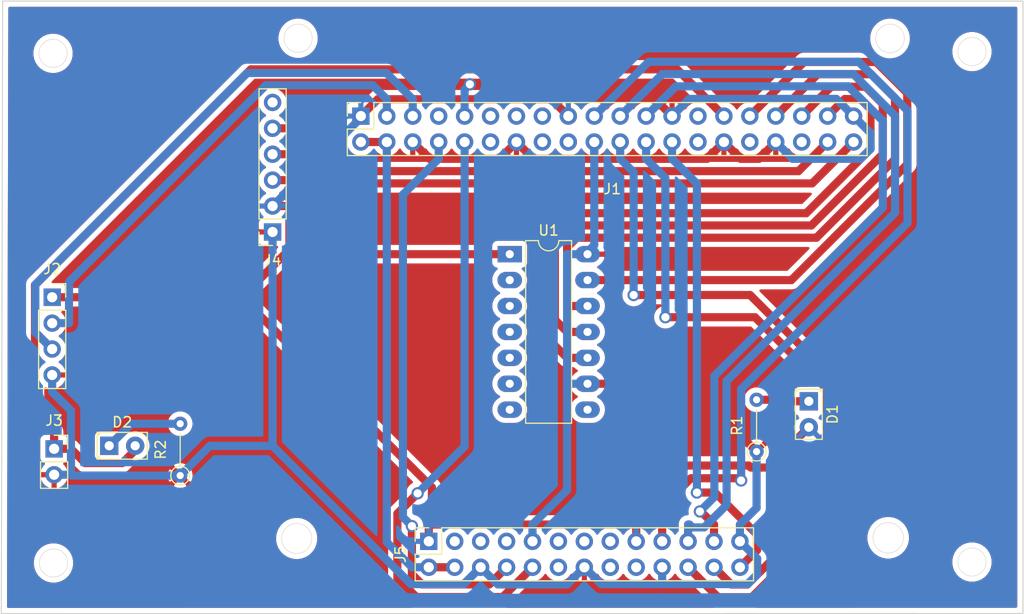
<source format=kicad_pcb>
(kicad_pcb (version 20171130) (host pcbnew "(5.1.10)-1")

  (general
    (thickness 1.6)
    (drawings 14)
    (tracks 244)
    (zones 0)
    (modules 10)
    (nets 52)
  )

  (page A4)
  (layers
    (0 F.Cu signal)
    (31 B.Cu signal)
    (32 B.Adhes user)
    (33 F.Adhes user)
    (34 B.Paste user)
    (35 F.Paste user)
    (36 B.SilkS user)
    (37 F.SilkS user)
    (38 B.Mask user)
    (39 F.Mask user)
    (40 Dwgs.User user)
    (41 Cmts.User user)
    (42 Eco1.User user)
    (43 Eco2.User user)
    (44 Edge.Cuts user)
    (45 Margin user)
    (46 B.CrtYd user)
    (47 F.CrtYd user)
    (48 B.Fab user)
    (49 F.Fab user)
  )

  (setup
    (last_trace_width 0.8)
    (trace_clearance 0.4)
    (zone_clearance 0.508)
    (zone_45_only no)
    (trace_min 0.2)
    (via_size 1.2)
    (via_drill 0.8)
    (via_min_size 0.5)
    (via_min_drill 0.41)
    (uvia_size 0.3)
    (uvia_drill 0.1)
    (uvias_allowed no)
    (uvia_min_size 0.2)
    (uvia_min_drill 0.1)
    (edge_width 0.05)
    (segment_width 0.2)
    (pcb_text_width 0.3)
    (pcb_text_size 1.5 1.5)
    (mod_edge_width 0.12)
    (mod_text_size 1 1)
    (mod_text_width 0.15)
    (pad_size 1.524 1.524)
    (pad_drill 0.762)
    (pad_to_mask_clearance 0)
    (aux_axis_origin 0 0)
    (visible_elements FFFFFF7F)
    (pcbplotparams
      (layerselection 0x010fc_ffffffff)
      (usegerberextensions false)
      (usegerberattributes true)
      (usegerberadvancedattributes true)
      (creategerberjobfile true)
      (excludeedgelayer true)
      (linewidth 0.100000)
      (plotframeref false)
      (viasonmask false)
      (mode 1)
      (useauxorigin false)
      (hpglpennumber 1)
      (hpglpenspeed 20)
      (hpglpendiameter 15.000000)
      (psnegative false)
      (psa4output false)
      (plotreference true)
      (plotvalue true)
      (plotinvisibletext false)
      (padsonsilk false)
      (subtractmaskfromsilk false)
      (outputformat 1)
      (mirror false)
      (drillshape 1)
      (scaleselection 1)
      (outputdirectory ""))
  )

  (net 0 "")
  (net 1 3v3)
  (net 2 "Net-(D1-Pad1)")
  (net 3 "Net-(D2-Pad1)")
  (net 4 gp5)
  (net 5 5v)
  (net 6 i2_sda)
  (net 7 i2_scl)
  (net 8 GND)
  (net 9 "Net-(J1-Pad7)")
  (net 10 utx)
  (net 11 urx)
  (net 12 "Net-(J1-Pad11)")
  (net 13 "Net-(J1-Pad12)")
  (net 14 "Net-(J1-Pad13)")
  (net 15 "Net-(J1-Pad15)")
  (net 16 "Net-(J1-Pad16)")
  (net 17 "Net-(J1-Pad18)")
  (net 18 spi_mosi)
  (net 19 spi_miso)
  (net 20 gp25)
  (net 21 spi_sck)
  (net 22 spi_cs0)
  (net 23 spi_cs1)
  (net 24 "Net-(J1-Pad27)")
  (net 25 "Net-(J1-Pad28)")
  (net 26 gp6)
  (net 27 gp12)
  (net 28 gp13)
  (net 29 gp19)
  (net 30 gp16)
  (net 31 gp26)
  (net 32 gp20)
  (net 33 gp21)
  (net 34 vo)
  (net 35 "Net-(J4-Pad6)")
  (net 36 "Net-(J5-Pad3)")
  (net 37 "Net-(J5-Pad5)")
  (net 38 "Net-(J5-Pad7)")
  (net 39 "Net-(J5-Pad11)")
  (net 40 "Net-(J5-Pad12)")
  (net 41 "Net-(J5-Pad13)")
  (net 42 "Net-(J5-Pad15)")
  (net 43 "Net-(J5-Pad16)")
  (net 44 "Net-(J5-Pad18)")
  (net 45 "Net-(U1-Pad8)")
  (net 46 "Net-(U1-Pad2)")
  (net 47 "Net-(U1-Pad3)")
  (net 48 "Net-(U1-Pad4)")
  (net 49 "Net-(U1-Pad5)")
  (net 50 "Net-(U1-Pad6)")
  (net 51 "Net-(U1-Pad7)")

  (net_class Default "This is the default net class."
    (clearance 0.4)
    (trace_width 0.8)
    (via_dia 1.2)
    (via_drill 0.8)
    (uvia_dia 0.3)
    (uvia_drill 0.1)
    (add_net 3v3)
    (add_net 5v)
    (add_net GND)
    (add_net "Net-(D1-Pad1)")
    (add_net "Net-(D2-Pad1)")
    (add_net "Net-(J1-Pad11)")
    (add_net "Net-(J1-Pad12)")
    (add_net "Net-(J1-Pad13)")
    (add_net "Net-(J1-Pad15)")
    (add_net "Net-(J1-Pad16)")
    (add_net "Net-(J1-Pad18)")
    (add_net "Net-(J1-Pad27)")
    (add_net "Net-(J1-Pad28)")
    (add_net "Net-(J1-Pad7)")
    (add_net "Net-(J4-Pad6)")
    (add_net "Net-(J5-Pad11)")
    (add_net "Net-(J5-Pad12)")
    (add_net "Net-(J5-Pad13)")
    (add_net "Net-(J5-Pad15)")
    (add_net "Net-(J5-Pad16)")
    (add_net "Net-(J5-Pad18)")
    (add_net "Net-(J5-Pad3)")
    (add_net "Net-(J5-Pad5)")
    (add_net "Net-(J5-Pad7)")
    (add_net "Net-(U1-Pad2)")
    (add_net "Net-(U1-Pad3)")
    (add_net "Net-(U1-Pad4)")
    (add_net "Net-(U1-Pad5)")
    (add_net "Net-(U1-Pad6)")
    (add_net "Net-(U1-Pad7)")
    (add_net "Net-(U1-Pad8)")
    (add_net gp12)
    (add_net gp13)
    (add_net gp16)
    (add_net gp19)
    (add_net gp20)
    (add_net gp21)
    (add_net gp25)
    (add_net gp26)
    (add_net gp5)
    (add_net gp6)
    (add_net i2_scl)
    (add_net i2_sda)
    (add_net spi_cs0)
    (add_net spi_cs1)
    (add_net spi_miso)
    (add_net spi_mosi)
    (add_net spi_sck)
    (add_net urx)
    (add_net utx)
    (add_net vo)
  )

  (module LED_THT:LED_D2.0mm_W4.8mm_H2.5mm_FlatTop (layer F.Cu) (tedit 5880A862) (tstamp 63D6241E)
    (at 178.65 109.11 270)
    (descr "LED, Round, FlatTop,  Rectangular size 4.8x2.5mm^2 diameter 2.0mm, 2 pins, http://www.kingbright.com/attachments/file/psearch/000/00/00/L-13GD(Ver.11B).pdf")
    (tags "LED Round FlatTop  Rectangular size 4.8x2.5mm^2 diameter 2.0mm 2 pins")
    (path /63DA105A)
    (fp_text reference D1 (at 1.27 -2.31 90) (layer F.SilkS)
      (effects (font (size 1 1) (thickness 0.15)))
    )
    (fp_text value pwr (at 1.27 2.31 90) (layer F.Fab)
      (effects (font (size 1 1) (thickness 0.15)))
    )
    (fp_line (start 4 -1.6) (end -1.45 -1.6) (layer F.CrtYd) (width 0.05))
    (fp_line (start 4 1.6) (end 4 -1.6) (layer F.CrtYd) (width 0.05))
    (fp_line (start -1.45 1.6) (end 4 1.6) (layer F.CrtYd) (width 0.05))
    (fp_line (start -1.45 -1.6) (end -1.45 1.6) (layer F.CrtYd) (width 0.05))
    (fp_line (start -0.95 1.08) (end -0.95 1.31) (layer F.SilkS) (width 0.12))
    (fp_line (start -0.95 -1.31) (end -0.95 -1.08) (layer F.SilkS) (width 0.12))
    (fp_line (start -1.07 1.08) (end -1.07 1.31) (layer F.SilkS) (width 0.12))
    (fp_line (start -1.07 -1.31) (end -1.07 -1.08) (layer F.SilkS) (width 0.12))
    (fp_line (start 3.73 -1.31) (end 3.73 1.31) (layer F.SilkS) (width 0.12))
    (fp_line (start -1.19 -1.31) (end -1.19 1.31) (layer F.SilkS) (width 0.12))
    (fp_line (start -1.19 1.31) (end 3.73 1.31) (layer F.SilkS) (width 0.12))
    (fp_line (start -1.19 -1.31) (end 3.73 -1.31) (layer F.SilkS) (width 0.12))
    (fp_line (start 3.67 -1.25) (end -1.13 -1.25) (layer F.Fab) (width 0.1))
    (fp_line (start 3.67 1.25) (end 3.67 -1.25) (layer F.Fab) (width 0.1))
    (fp_line (start -1.13 1.25) (end 3.67 1.25) (layer F.Fab) (width 0.1))
    (fp_line (start -1.13 -1.25) (end -1.13 1.25) (layer F.Fab) (width 0.1))
    (fp_circle (center 1.27 0) (end 2.27 0) (layer F.Fab) (width 0.1))
    (pad 1 thru_hole rect (at 0 0 270) (size 1.8 1.8) (drill 0.9) (layers *.Cu *.Mask)
      (net 2 "Net-(D1-Pad1)"))
    (pad 2 thru_hole circle (at 2.54 0 270) (size 1.8 1.8) (drill 0.9) (layers *.Cu *.Mask)
      (net 1 3v3))
    (model ${KISYS3DMOD}/LED_THT.3dshapes/LED_D2.0mm_W4.8mm_H2.5mm_FlatTop.wrl
      (at (xyz 0 0 0))
      (scale (xyz 1 1 1))
      (rotate (xyz 0 0 0))
    )
  )

  (module LED_THT:LED_D2.0mm_W4.8mm_H2.5mm_FlatTop (layer F.Cu) (tedit 5880A862) (tstamp 63D62435)
    (at 110.12 113.47)
    (descr "LED, Round, FlatTop,  Rectangular size 4.8x2.5mm^2 diameter 2.0mm, 2 pins, http://www.kingbright.com/attachments/file/psearch/000/00/00/L-13GD(Ver.11B).pdf")
    (tags "LED Round FlatTop  Rectangular size 4.8x2.5mm^2 diameter 2.0mm 2 pins")
    (path /63D99E9A)
    (fp_text reference D2 (at 1.27 -2.31) (layer F.SilkS)
      (effects (font (size 1 1) (thickness 0.15)))
    )
    (fp_text value buzz (at 1.27 2.31) (layer F.Fab)
      (effects (font (size 1 1) (thickness 0.15)))
    )
    (fp_circle (center 1.27 0) (end 2.27 0) (layer F.Fab) (width 0.1))
    (fp_line (start -1.13 -1.25) (end -1.13 1.25) (layer F.Fab) (width 0.1))
    (fp_line (start -1.13 1.25) (end 3.67 1.25) (layer F.Fab) (width 0.1))
    (fp_line (start 3.67 1.25) (end 3.67 -1.25) (layer F.Fab) (width 0.1))
    (fp_line (start 3.67 -1.25) (end -1.13 -1.25) (layer F.Fab) (width 0.1))
    (fp_line (start -1.19 -1.31) (end 3.73 -1.31) (layer F.SilkS) (width 0.12))
    (fp_line (start -1.19 1.31) (end 3.73 1.31) (layer F.SilkS) (width 0.12))
    (fp_line (start -1.19 -1.31) (end -1.19 1.31) (layer F.SilkS) (width 0.12))
    (fp_line (start 3.73 -1.31) (end 3.73 1.31) (layer F.SilkS) (width 0.12))
    (fp_line (start -1.07 -1.31) (end -1.07 -1.08) (layer F.SilkS) (width 0.12))
    (fp_line (start -1.07 1.08) (end -1.07 1.31) (layer F.SilkS) (width 0.12))
    (fp_line (start -0.95 -1.31) (end -0.95 -1.08) (layer F.SilkS) (width 0.12))
    (fp_line (start -0.95 1.08) (end -0.95 1.31) (layer F.SilkS) (width 0.12))
    (fp_line (start -1.45 -1.6) (end -1.45 1.6) (layer F.CrtYd) (width 0.05))
    (fp_line (start -1.45 1.6) (end 4 1.6) (layer F.CrtYd) (width 0.05))
    (fp_line (start 4 1.6) (end 4 -1.6) (layer F.CrtYd) (width 0.05))
    (fp_line (start 4 -1.6) (end -1.45 -1.6) (layer F.CrtYd) (width 0.05))
    (pad 2 thru_hole circle (at 2.54 0) (size 1.8 1.8) (drill 0.9) (layers *.Cu *.Mask)
      (net 4 gp5))
    (pad 1 thru_hole rect (at 0 0) (size 1.8 1.8) (drill 0.9) (layers *.Cu *.Mask)
      (net 3 "Net-(D2-Pad1)"))
    (model ${KISYS3DMOD}/LED_THT.3dshapes/LED_D2.0mm_W4.8mm_H2.5mm_FlatTop.wrl
      (at (xyz 0 0 0))
      (scale (xyz 1 1 1))
      (rotate (xyz 0 0 0))
    )
  )

  (module Connector_PinSocket_2.54mm:PinSocket_2x20_P2.54mm_Vertical (layer F.Cu) (tedit 5A19A433) (tstamp 63D62473)
    (at 134.77 81.15 90)
    (descr "Through hole straight socket strip, 2x20, 2.54mm pitch, double cols (from Kicad 4.0.7), script generated")
    (tags "Through hole socket strip THT 2x20 2.54mm double row")
    (path /63D462E8)
    (fp_text reference J1 (at -7.15 24.63 180) (layer F.SilkS)
      (effects (font (size 1 1) (thickness 0.15)))
    )
    (fp_text value rpi (at -5.31 24.43 180) (layer F.Fab)
      (effects (font (size 1 1) (thickness 0.15)))
    )
    (fp_text user %R (at -1.27 24.13) (layer F.Fab)
      (effects (font (size 1 1) (thickness 0.15)))
    )
    (fp_line (start -3.81 -1.27) (end 0.27 -1.27) (layer F.Fab) (width 0.1))
    (fp_line (start 0.27 -1.27) (end 1.27 -0.27) (layer F.Fab) (width 0.1))
    (fp_line (start 1.27 -0.27) (end 1.27 49.53) (layer F.Fab) (width 0.1))
    (fp_line (start 1.27 49.53) (end -3.81 49.53) (layer F.Fab) (width 0.1))
    (fp_line (start -3.81 49.53) (end -3.81 -1.27) (layer F.Fab) (width 0.1))
    (fp_line (start -3.87 -1.33) (end -1.27 -1.33) (layer F.SilkS) (width 0.12))
    (fp_line (start -3.87 -1.33) (end -3.87 49.59) (layer F.SilkS) (width 0.12))
    (fp_line (start -3.87 49.59) (end 1.33 49.59) (layer F.SilkS) (width 0.12))
    (fp_line (start 1.33 1.27) (end 1.33 49.59) (layer F.SilkS) (width 0.12))
    (fp_line (start -1.27 1.27) (end 1.33 1.27) (layer F.SilkS) (width 0.12))
    (fp_line (start -1.27 -1.33) (end -1.27 1.27) (layer F.SilkS) (width 0.12))
    (fp_line (start 1.33 -1.33) (end 1.33 0) (layer F.SilkS) (width 0.12))
    (fp_line (start 0 -1.33) (end 1.33 -1.33) (layer F.SilkS) (width 0.12))
    (fp_line (start -4.34 -1.8) (end 1.76 -1.8) (layer F.CrtYd) (width 0.05))
    (fp_line (start 1.76 -1.8) (end 1.76 50) (layer F.CrtYd) (width 0.05))
    (fp_line (start 1.76 50) (end -4.34 50) (layer F.CrtYd) (width 0.05))
    (fp_line (start -4.34 50) (end -4.34 -1.8) (layer F.CrtYd) (width 0.05))
    (pad 40 thru_hole oval (at -2.54 48.26 90) (size 1.7 1.7) (drill 1) (layers *.Cu *.Mask)
      (net 33 gp21))
    (pad 39 thru_hole oval (at 0 48.26 90) (size 1.7 1.7) (drill 1) (layers *.Cu *.Mask)
      (net 8 GND))
    (pad 38 thru_hole oval (at -2.54 45.72 90) (size 1.7 1.7) (drill 1) (layers *.Cu *.Mask)
      (net 32 gp20))
    (pad 37 thru_hole oval (at 0 45.72 90) (size 1.7 1.7) (drill 1) (layers *.Cu *.Mask)
      (net 31 gp26))
    (pad 36 thru_hole oval (at -2.54 43.18 90) (size 1.7 1.7) (drill 1) (layers *.Cu *.Mask)
      (net 30 gp16))
    (pad 35 thru_hole oval (at 0 43.18 90) (size 1.7 1.7) (drill 1) (layers *.Cu *.Mask)
      (net 29 gp19))
    (pad 34 thru_hole oval (at -2.54 40.64 90) (size 1.7 1.7) (drill 1) (layers *.Cu *.Mask)
      (net 8 GND))
    (pad 33 thru_hole oval (at 0 40.64 90) (size 1.7 1.7) (drill 1) (layers *.Cu *.Mask)
      (net 28 gp13))
    (pad 32 thru_hole oval (at -2.54 38.1 90) (size 1.7 1.7) (drill 1) (layers *.Cu *.Mask)
      (net 27 gp12))
    (pad 31 thru_hole oval (at 0 38.1 90) (size 1.7 1.7) (drill 1) (layers *.Cu *.Mask)
      (net 26 gp6))
    (pad 30 thru_hole oval (at -2.54 35.56 90) (size 1.7 1.7) (drill 1) (layers *.Cu *.Mask)
      (net 8 GND))
    (pad 29 thru_hole oval (at 0 35.56 90) (size 1.7 1.7) (drill 1) (layers *.Cu *.Mask)
      (net 4 gp5))
    (pad 28 thru_hole oval (at -2.54 33.02 90) (size 1.7 1.7) (drill 1) (layers *.Cu *.Mask)
      (net 25 "Net-(J1-Pad28)"))
    (pad 27 thru_hole oval (at 0 33.02 90) (size 1.7 1.7) (drill 1) (layers *.Cu *.Mask)
      (net 24 "Net-(J1-Pad27)"))
    (pad 26 thru_hole oval (at -2.54 30.48 90) (size 1.7 1.7) (drill 1) (layers *.Cu *.Mask)
      (net 23 spi_cs1))
    (pad 25 thru_hole oval (at 0 30.48 90) (size 1.7 1.7) (drill 1) (layers *.Cu *.Mask)
      (net 8 GND))
    (pad 24 thru_hole oval (at -2.54 27.94 90) (size 1.7 1.7) (drill 1) (layers *.Cu *.Mask)
      (net 22 spi_cs0))
    (pad 23 thru_hole oval (at 0 27.94 90) (size 1.7 1.7) (drill 1) (layers *.Cu *.Mask)
      (net 21 spi_sck))
    (pad 22 thru_hole oval (at -2.54 25.4 90) (size 1.7 1.7) (drill 1) (layers *.Cu *.Mask)
      (net 20 gp25))
    (pad 21 thru_hole oval (at 0 25.4 90) (size 1.7 1.7) (drill 1) (layers *.Cu *.Mask)
      (net 19 spi_miso))
    (pad 20 thru_hole oval (at -2.54 22.86 90) (size 1.7 1.7) (drill 1) (layers *.Cu *.Mask)
      (net 8 GND))
    (pad 19 thru_hole oval (at 0 22.86 90) (size 1.7 1.7) (drill 1) (layers *.Cu *.Mask)
      (net 18 spi_mosi))
    (pad 18 thru_hole oval (at -2.54 20.32 90) (size 1.7 1.7) (drill 1) (layers *.Cu *.Mask)
      (net 17 "Net-(J1-Pad18)"))
    (pad 17 thru_hole oval (at 0 20.32 90) (size 1.7 1.7) (drill 1) (layers *.Cu *.Mask)
      (net 1 3v3))
    (pad 16 thru_hole oval (at -2.54 17.78 90) (size 1.7 1.7) (drill 1) (layers *.Cu *.Mask)
      (net 16 "Net-(J1-Pad16)"))
    (pad 15 thru_hole oval (at 0 17.78 90) (size 1.7 1.7) (drill 1) (layers *.Cu *.Mask)
      (net 15 "Net-(J1-Pad15)"))
    (pad 14 thru_hole oval (at -2.54 15.24 90) (size 1.7 1.7) (drill 1) (layers *.Cu *.Mask)
      (net 8 GND))
    (pad 13 thru_hole oval (at 0 15.24 90) (size 1.7 1.7) (drill 1) (layers *.Cu *.Mask)
      (net 14 "Net-(J1-Pad13)"))
    (pad 12 thru_hole oval (at -2.54 12.7 90) (size 1.7 1.7) (drill 1) (layers *.Cu *.Mask)
      (net 13 "Net-(J1-Pad12)"))
    (pad 11 thru_hole oval (at 0 12.7 90) (size 1.7 1.7) (drill 1) (layers *.Cu *.Mask)
      (net 12 "Net-(J1-Pad11)"))
    (pad 10 thru_hole oval (at -2.54 10.16 90) (size 1.7 1.7) (drill 1) (layers *.Cu *.Mask)
      (net 11 urx))
    (pad 9 thru_hole oval (at 0 10.16 90) (size 1.7 1.7) (drill 1) (layers *.Cu *.Mask)
      (net 8 GND))
    (pad 8 thru_hole oval (at -2.54 7.62 90) (size 1.7 1.7) (drill 1) (layers *.Cu *.Mask)
      (net 10 utx))
    (pad 7 thru_hole oval (at 0 7.62 90) (size 1.7 1.7) (drill 1) (layers *.Cu *.Mask)
      (net 9 "Net-(J1-Pad7)"))
    (pad 6 thru_hole oval (at -2.54 5.08 90) (size 1.7 1.7) (drill 1) (layers *.Cu *.Mask)
      (net 8 GND))
    (pad 5 thru_hole oval (at 0 5.08 90) (size 1.7 1.7) (drill 1) (layers *.Cu *.Mask)
      (net 7 i2_scl))
    (pad 4 thru_hole oval (at -2.54 2.54 90) (size 1.7 1.7) (drill 1) (layers *.Cu *.Mask)
      (net 5 5v))
    (pad 3 thru_hole oval (at 0 2.54 90) (size 1.7 1.7) (drill 1) (layers *.Cu *.Mask)
      (net 6 i2_sda))
    (pad 2 thru_hole oval (at -2.54 0 90) (size 1.7 1.7) (drill 1) (layers *.Cu *.Mask)
      (net 5 5v))
    (pad 1 thru_hole rect (at 0 0 90) (size 1.7 1.7) (drill 1) (layers *.Cu *.Mask)
      (net 1 3v3))
    (model ${KISYS3DMOD}/Connector_PinSocket_2.54mm.3dshapes/PinSocket_2x20_P2.54mm_Vertical.wrl
      (at (xyz 0 0 0))
      (scale (xyz 1 1 1))
      (rotate (xyz 0 0 0))
    )
  )

  (module Connector_PinSocket_2.54mm:PinSocket_1x04_P2.54mm_Vertical (layer F.Cu) (tedit 5A19A429) (tstamp 63D6248B)
    (at 104.53 98.91)
    (descr "Through hole straight socket strip, 1x04, 2.54mm pitch, single row (from Kicad 4.0.7), script generated")
    (tags "Through hole socket strip THT 1x04 2.54mm single row")
    (path /63D5A151)
    (fp_text reference J2 (at 0 -2.77) (layer F.SilkS)
      (effects (font (size 1 1) (thickness 0.15)))
    )
    (fp_text value spo2 (at 0 10.39) (layer F.Fab)
      (effects (font (size 1 1) (thickness 0.15)))
    )
    (fp_text user %R (at 0 3.81 90) (layer F.Fab)
      (effects (font (size 1 1) (thickness 0.15)))
    )
    (fp_line (start -1.27 -1.27) (end 0.635 -1.27) (layer F.Fab) (width 0.1))
    (fp_line (start 0.635 -1.27) (end 1.27 -0.635) (layer F.Fab) (width 0.1))
    (fp_line (start 1.27 -0.635) (end 1.27 8.89) (layer F.Fab) (width 0.1))
    (fp_line (start 1.27 8.89) (end -1.27 8.89) (layer F.Fab) (width 0.1))
    (fp_line (start -1.27 8.89) (end -1.27 -1.27) (layer F.Fab) (width 0.1))
    (fp_line (start -1.33 1.27) (end 1.33 1.27) (layer F.SilkS) (width 0.12))
    (fp_line (start -1.33 1.27) (end -1.33 8.95) (layer F.SilkS) (width 0.12))
    (fp_line (start -1.33 8.95) (end 1.33 8.95) (layer F.SilkS) (width 0.12))
    (fp_line (start 1.33 1.27) (end 1.33 8.95) (layer F.SilkS) (width 0.12))
    (fp_line (start 1.33 -1.33) (end 1.33 0) (layer F.SilkS) (width 0.12))
    (fp_line (start 0 -1.33) (end 1.33 -1.33) (layer F.SilkS) (width 0.12))
    (fp_line (start -1.8 -1.8) (end 1.75 -1.8) (layer F.CrtYd) (width 0.05))
    (fp_line (start 1.75 -1.8) (end 1.75 9.4) (layer F.CrtYd) (width 0.05))
    (fp_line (start 1.75 9.4) (end -1.8 9.4) (layer F.CrtYd) (width 0.05))
    (fp_line (start -1.8 9.4) (end -1.8 -1.8) (layer F.CrtYd) (width 0.05))
    (pad 4 thru_hole oval (at 0 7.62) (size 1.7 1.7) (drill 1) (layers *.Cu *.Mask)
      (net 8 GND))
    (pad 3 thru_hole oval (at 0 5.08) (size 1.7 1.7) (drill 1) (layers *.Cu *.Mask)
      (net 7 i2_scl))
    (pad 2 thru_hole oval (at 0 2.54) (size 1.7 1.7) (drill 1) (layers *.Cu *.Mask)
      (net 6 i2_sda))
    (pad 1 thru_hole rect (at 0 0) (size 1.7 1.7) (drill 1) (layers *.Cu *.Mask)
      (net 1 3v3))
    (model ${KISYS3DMOD}/Connector_PinSocket_2.54mm.3dshapes/PinSocket_1x04_P2.54mm_Vertical.wrl
      (at (xyz 0 0 0))
      (scale (xyz 1 1 1))
      (rotate (xyz 0 0 0))
    )
  )

  (module Connector_PinSocket_2.54mm:PinSocket_1x02_P2.54mm_Vertical (layer F.Cu) (tedit 5A19A420) (tstamp 63D624A1)
    (at 104.72 113.77)
    (descr "Through hole straight socket strip, 1x02, 2.54mm pitch, single row (from Kicad 4.0.7), script generated")
    (tags "Through hole socket strip THT 1x02 2.54mm single row")
    (path /63D590BD)
    (fp_text reference J3 (at 0 -2.77) (layer F.SilkS)
      (effects (font (size 1 1) (thickness 0.15)))
    )
    (fp_text value buzzer (at 0 5.31) (layer F.Fab)
      (effects (font (size 1 1) (thickness 0.15)))
    )
    (fp_text user %R (at 0 1.27 90) (layer F.Fab)
      (effects (font (size 1 1) (thickness 0.15)))
    )
    (fp_line (start -1.27 -1.27) (end 0.635 -1.27) (layer F.Fab) (width 0.1))
    (fp_line (start 0.635 -1.27) (end 1.27 -0.635) (layer F.Fab) (width 0.1))
    (fp_line (start 1.27 -0.635) (end 1.27 3.81) (layer F.Fab) (width 0.1))
    (fp_line (start 1.27 3.81) (end -1.27 3.81) (layer F.Fab) (width 0.1))
    (fp_line (start -1.27 3.81) (end -1.27 -1.27) (layer F.Fab) (width 0.1))
    (fp_line (start -1.33 1.27) (end 1.33 1.27) (layer F.SilkS) (width 0.12))
    (fp_line (start -1.33 1.27) (end -1.33 3.87) (layer F.SilkS) (width 0.12))
    (fp_line (start -1.33 3.87) (end 1.33 3.87) (layer F.SilkS) (width 0.12))
    (fp_line (start 1.33 1.27) (end 1.33 3.87) (layer F.SilkS) (width 0.12))
    (fp_line (start 1.33 -1.33) (end 1.33 0) (layer F.SilkS) (width 0.12))
    (fp_line (start 0 -1.33) (end 1.33 -1.33) (layer F.SilkS) (width 0.12))
    (fp_line (start -1.8 -1.8) (end 1.75 -1.8) (layer F.CrtYd) (width 0.05))
    (fp_line (start 1.75 -1.8) (end 1.75 4.3) (layer F.CrtYd) (width 0.05))
    (fp_line (start 1.75 4.3) (end -1.8 4.3) (layer F.CrtYd) (width 0.05))
    (fp_line (start -1.8 4.3) (end -1.8 -1.8) (layer F.CrtYd) (width 0.05))
    (pad 2 thru_hole oval (at 0 2.54) (size 1.7 1.7) (drill 1) (layers *.Cu *.Mask)
      (net 8 GND))
    (pad 1 thru_hole rect (at 0 0) (size 1.7 1.7) (drill 1) (layers *.Cu *.Mask)
      (net 4 gp5))
    (model ${KISYS3DMOD}/Connector_PinSocket_2.54mm.3dshapes/PinSocket_1x02_P2.54mm_Vertical.wrl
      (at (xyz 0 0 0))
      (scale (xyz 1 1 1))
      (rotate (xyz 0 0 0))
    )
  )

  (module Connector_PinSocket_2.54mm:PinSocket_1x06_P2.54mm_Vertical (layer F.Cu) (tedit 5A19A430) (tstamp 63D624BB)
    (at 126.12 92.51 180)
    (descr "Through hole straight socket strip, 1x06, 2.54mm pitch, single row (from Kicad 4.0.7), script generated")
    (tags "Through hole socket strip THT 1x06 2.54mm single row")
    (path /63D578F0)
    (fp_text reference J4 (at 0 -2.77) (layer F.SilkS)
      (effects (font (size 1 1) (thickness 0.15)))
    )
    (fp_text value ecg (at 0 15.47) (layer F.Fab)
      (effects (font (size 1 1) (thickness 0.15)))
    )
    (fp_text user %R (at 0 6.35 90) (layer F.Fab)
      (effects (font (size 1 1) (thickness 0.15)))
    )
    (fp_line (start -1.27 -1.27) (end 0.635 -1.27) (layer F.Fab) (width 0.1))
    (fp_line (start 0.635 -1.27) (end 1.27 -0.635) (layer F.Fab) (width 0.1))
    (fp_line (start 1.27 -0.635) (end 1.27 13.97) (layer F.Fab) (width 0.1))
    (fp_line (start 1.27 13.97) (end -1.27 13.97) (layer F.Fab) (width 0.1))
    (fp_line (start -1.27 13.97) (end -1.27 -1.27) (layer F.Fab) (width 0.1))
    (fp_line (start -1.33 1.27) (end 1.33 1.27) (layer F.SilkS) (width 0.12))
    (fp_line (start -1.33 1.27) (end -1.33 14.03) (layer F.SilkS) (width 0.12))
    (fp_line (start -1.33 14.03) (end 1.33 14.03) (layer F.SilkS) (width 0.12))
    (fp_line (start 1.33 1.27) (end 1.33 14.03) (layer F.SilkS) (width 0.12))
    (fp_line (start 1.33 -1.33) (end 1.33 0) (layer F.SilkS) (width 0.12))
    (fp_line (start 0 -1.33) (end 1.33 -1.33) (layer F.SilkS) (width 0.12))
    (fp_line (start -1.8 -1.8) (end 1.75 -1.8) (layer F.CrtYd) (width 0.05))
    (fp_line (start 1.75 -1.8) (end 1.75 14.45) (layer F.CrtYd) (width 0.05))
    (fp_line (start 1.75 14.45) (end -1.8 14.45) (layer F.CrtYd) (width 0.05))
    (fp_line (start -1.8 14.45) (end -1.8 -1.8) (layer F.CrtYd) (width 0.05))
    (pad 6 thru_hole oval (at 0 12.7 180) (size 1.7 1.7) (drill 1) (layers *.Cu *.Mask)
      (net 35 "Net-(J4-Pad6)"))
    (pad 5 thru_hole oval (at 0 10.16 180) (size 1.7 1.7) (drill 1) (layers *.Cu *.Mask)
      (net 32 gp20))
    (pad 4 thru_hole oval (at 0 7.62 180) (size 1.7 1.7) (drill 1) (layers *.Cu *.Mask)
      (net 33 gp21))
    (pad 3 thru_hole oval (at 0 5.08 180) (size 1.7 1.7) (drill 1) (layers *.Cu *.Mask)
      (net 34 vo))
    (pad 2 thru_hole oval (at 0 2.54 180) (size 1.7 1.7) (drill 1) (layers *.Cu *.Mask)
      (net 1 3v3))
    (pad 1 thru_hole rect (at 0 0 180) (size 1.7 1.7) (drill 1) (layers *.Cu *.Mask)
      (net 8 GND))
    (model ${KISYS3DMOD}/Connector_PinSocket_2.54mm.3dshapes/PinSocket_1x06_P2.54mm_Vertical.wrl
      (at (xyz 0 0 0))
      (scale (xyz 1 1 1))
      (rotate (xyz 0 0 0))
    )
  )

  (module Connector_PinSocket_2.54mm:PinSocket_2x13_P2.54mm_Vertical (layer F.Cu) (tedit 5A19A430) (tstamp 63D624EB)
    (at 141.42 122.84 90)
    (descr "Through hole straight socket strip, 2x13, 2.54mm pitch, double cols (from Kicad 4.0.7), script generated")
    (tags "Through hole socket strip THT 2x13 2.54mm double row")
    (path /63D52CFD)
    (fp_text reference J5 (at -1.27 -2.77 90) (layer F.SilkS)
      (effects (font (size 1 1) (thickness 0.15)))
    )
    (fp_text value lcd. (at -1.27 33.25 90) (layer F.Fab)
      (effects (font (size 1 1) (thickness 0.15)))
    )
    (fp_text user %R (at -1.27 15.24) (layer F.Fab)
      (effects (font (size 1 1) (thickness 0.15)))
    )
    (fp_line (start -3.81 -1.27) (end 0.27 -1.27) (layer F.Fab) (width 0.1))
    (fp_line (start 0.27 -1.27) (end 1.27 -0.27) (layer F.Fab) (width 0.1))
    (fp_line (start 1.27 -0.27) (end 1.27 31.75) (layer F.Fab) (width 0.1))
    (fp_line (start 1.27 31.75) (end -3.81 31.75) (layer F.Fab) (width 0.1))
    (fp_line (start -3.81 31.75) (end -3.81 -1.27) (layer F.Fab) (width 0.1))
    (fp_line (start -3.87 -1.33) (end -1.27 -1.33) (layer F.SilkS) (width 0.12))
    (fp_line (start -3.87 -1.33) (end -3.87 31.81) (layer F.SilkS) (width 0.12))
    (fp_line (start -3.87 31.81) (end 1.33 31.81) (layer F.SilkS) (width 0.12))
    (fp_line (start 1.33 1.27) (end 1.33 31.81) (layer F.SilkS) (width 0.12))
    (fp_line (start -1.27 1.27) (end 1.33 1.27) (layer F.SilkS) (width 0.12))
    (fp_line (start -1.27 -1.33) (end -1.27 1.27) (layer F.SilkS) (width 0.12))
    (fp_line (start 1.33 -1.33) (end 1.33 0) (layer F.SilkS) (width 0.12))
    (fp_line (start 0 -1.33) (end 1.33 -1.33) (layer F.SilkS) (width 0.12))
    (fp_line (start -4.34 -1.8) (end 1.76 -1.8) (layer F.CrtYd) (width 0.05))
    (fp_line (start 1.76 -1.8) (end 1.76 32.25) (layer F.CrtYd) (width 0.05))
    (fp_line (start 1.76 32.25) (end -4.34 32.25) (layer F.CrtYd) (width 0.05))
    (fp_line (start -4.34 32.25) (end -4.34 -1.8) (layer F.CrtYd) (width 0.05))
    (pad 26 thru_hole oval (at -2.54 30.48 90) (size 1.7 1.7) (drill 1) (layers *.Cu *.Mask)
      (net 23 spi_cs1))
    (pad 25 thru_hole oval (at 0 30.48 90) (size 1.7 1.7) (drill 1) (layers *.Cu *.Mask)
      (net 8 GND))
    (pad 24 thru_hole oval (at -2.54 27.94 90) (size 1.7 1.7) (drill 1) (layers *.Cu *.Mask)
      (net 22 spi_cs0))
    (pad 23 thru_hole oval (at 0 27.94 90) (size 1.7 1.7) (drill 1) (layers *.Cu *.Mask)
      (net 21 spi_sck))
    (pad 22 thru_hole oval (at -2.54 25.4 90) (size 1.7 1.7) (drill 1) (layers *.Cu *.Mask)
      (net 20 gp25))
    (pad 21 thru_hole oval (at 0 25.4 90) (size 1.7 1.7) (drill 1) (layers *.Cu *.Mask)
      (net 19 spi_miso))
    (pad 20 thru_hole oval (at -2.54 22.86 90) (size 1.7 1.7) (drill 1) (layers *.Cu *.Mask)
      (net 8 GND))
    (pad 19 thru_hole oval (at 0 22.86 90) (size 1.7 1.7) (drill 1) (layers *.Cu *.Mask)
      (net 18 spi_mosi))
    (pad 18 thru_hole oval (at -2.54 20.32 90) (size 1.7 1.7) (drill 1) (layers *.Cu *.Mask)
      (net 44 "Net-(J5-Pad18)"))
    (pad 17 thru_hole oval (at 0 20.32 90) (size 1.7 1.7) (drill 1) (layers *.Cu *.Mask)
      (net 1 3v3))
    (pad 16 thru_hole oval (at -2.54 17.78 90) (size 1.7 1.7) (drill 1) (layers *.Cu *.Mask)
      (net 43 "Net-(J5-Pad16)"))
    (pad 15 thru_hole oval (at 0 17.78 90) (size 1.7 1.7) (drill 1) (layers *.Cu *.Mask)
      (net 42 "Net-(J5-Pad15)"))
    (pad 14 thru_hole oval (at -2.54 15.24 90) (size 1.7 1.7) (drill 1) (layers *.Cu *.Mask)
      (net 8 GND))
    (pad 13 thru_hole oval (at 0 15.24 90) (size 1.7 1.7) (drill 1) (layers *.Cu *.Mask)
      (net 41 "Net-(J5-Pad13)"))
    (pad 12 thru_hole oval (at -2.54 12.7 90) (size 1.7 1.7) (drill 1) (layers *.Cu *.Mask)
      (net 40 "Net-(J5-Pad12)"))
    (pad 11 thru_hole oval (at 0 12.7 90) (size 1.7 1.7) (drill 1) (layers *.Cu *.Mask)
      (net 39 "Net-(J5-Pad11)"))
    (pad 10 thru_hole oval (at -2.54 10.16 90) (size 1.7 1.7) (drill 1) (layers *.Cu *.Mask)
      (net 11 urx))
    (pad 9 thru_hole oval (at 0 10.16 90) (size 1.7 1.7) (drill 1) (layers *.Cu *.Mask)
      (net 8 GND))
    (pad 8 thru_hole oval (at -2.54 7.62 90) (size 1.7 1.7) (drill 1) (layers *.Cu *.Mask)
      (net 10 utx))
    (pad 7 thru_hole oval (at 0 7.62 90) (size 1.7 1.7) (drill 1) (layers *.Cu *.Mask)
      (net 38 "Net-(J5-Pad7)"))
    (pad 6 thru_hole oval (at -2.54 5.08 90) (size 1.7 1.7) (drill 1) (layers *.Cu *.Mask)
      (net 8 GND))
    (pad 5 thru_hole oval (at 0 5.08 90) (size 1.7 1.7) (drill 1) (layers *.Cu *.Mask)
      (net 37 "Net-(J5-Pad5)"))
    (pad 4 thru_hole oval (at -2.54 2.54 90) (size 1.7 1.7) (drill 1) (layers *.Cu *.Mask)
      (net 5 5v))
    (pad 3 thru_hole oval (at 0 2.54 90) (size 1.7 1.7) (drill 1) (layers *.Cu *.Mask)
      (net 36 "Net-(J5-Pad3)"))
    (pad 2 thru_hole oval (at -2.54 0 90) (size 1.7 1.7) (drill 1) (layers *.Cu *.Mask)
      (net 5 5v))
    (pad 1 thru_hole rect (at 0 0 90) (size 1.7 1.7) (drill 1) (layers *.Cu *.Mask)
      (net 1 3v3))
    (model ${KISYS3DMOD}/Connector_PinSocket_2.54mm.3dshapes/PinSocket_2x13_P2.54mm_Vertical.wrl
      (at (xyz 0 0 0))
      (scale (xyz 1 1 1))
      (rotate (xyz 0 0 0))
    )
  )

  (module Resistor_THT:R_Axial_DIN0204_L3.6mm_D1.6mm_P5.08mm_Vertical (layer F.Cu) (tedit 5AE5139B) (tstamp 63D624FA)
    (at 173.53 114.04 90)
    (descr "Resistor, Axial_DIN0204 series, Axial, Vertical, pin pitch=5.08mm, 0.167W, length*diameter=3.6*1.6mm^2, http://cdn-reichelt.de/documents/datenblatt/B400/1_4W%23YAG.pdf")
    (tags "Resistor Axial_DIN0204 series Axial Vertical pin pitch 5.08mm 0.167W length 3.6mm diameter 1.6mm")
    (path /63DA1060)
    (fp_text reference R1 (at 2.54 -1.92 90) (layer F.SilkS)
      (effects (font (size 1 1) (thickness 0.15)))
    )
    (fp_text value R (at 2.54 1.92 90) (layer F.Fab)
      (effects (font (size 1 1) (thickness 0.15)))
    )
    (fp_line (start 6.03 -1.05) (end -1.05 -1.05) (layer F.CrtYd) (width 0.05))
    (fp_line (start 6.03 1.05) (end 6.03 -1.05) (layer F.CrtYd) (width 0.05))
    (fp_line (start -1.05 1.05) (end 6.03 1.05) (layer F.CrtYd) (width 0.05))
    (fp_line (start -1.05 -1.05) (end -1.05 1.05) (layer F.CrtYd) (width 0.05))
    (fp_line (start 0.92 0) (end 4.08 0) (layer F.SilkS) (width 0.12))
    (fp_line (start 0 0) (end 5.08 0) (layer F.Fab) (width 0.1))
    (fp_circle (center 0 0) (end 0.92 0) (layer F.SilkS) (width 0.12))
    (fp_circle (center 0 0) (end 0.8 0) (layer F.Fab) (width 0.1))
    (fp_text user %R (at 2.54 -1.92 90) (layer F.Fab)
      (effects (font (size 1 1) (thickness 0.15)))
    )
    (pad 1 thru_hole circle (at 0 0 90) (size 1.4 1.4) (drill 0.7) (layers *.Cu *.Mask)
      (net 8 GND))
    (pad 2 thru_hole oval (at 5.08 0 90) (size 1.4 1.4) (drill 0.7) (layers *.Cu *.Mask)
      (net 2 "Net-(D1-Pad1)"))
    (model ${KISYS3DMOD}/Resistor_THT.3dshapes/R_Axial_DIN0204_L3.6mm_D1.6mm_P5.08mm_Vertical.wrl
      (at (xyz 0 0 0))
      (scale (xyz 1 1 1))
      (rotate (xyz 0 0 0))
    )
  )

  (module Resistor_THT:R_Axial_DIN0204_L3.6mm_D1.6mm_P5.08mm_Vertical (layer F.Cu) (tedit 5AE5139B) (tstamp 63D62509)
    (at 117.07 116.39 90)
    (descr "Resistor, Axial_DIN0204 series, Axial, Vertical, pin pitch=5.08mm, 0.167W, length*diameter=3.6*1.6mm^2, http://cdn-reichelt.de/documents/datenblatt/B400/1_4W%23YAG.pdf")
    (tags "Resistor Axial_DIN0204 series Axial Vertical pin pitch 5.08mm 0.167W length 3.6mm diameter 1.6mm")
    (path /63D9AC2E)
    (fp_text reference R2 (at 2.54 -1.92 90) (layer F.SilkS)
      (effects (font (size 1 1) (thickness 0.15)))
    )
    (fp_text value R (at 2.54 1.92 90) (layer F.Fab)
      (effects (font (size 1 1) (thickness 0.15)))
    )
    (fp_text user %R (at 2.54 -1.92 90) (layer F.Fab)
      (effects (font (size 1 1) (thickness 0.15)))
    )
    (fp_circle (center 0 0) (end 0.8 0) (layer F.Fab) (width 0.1))
    (fp_circle (center 0 0) (end 0.92 0) (layer F.SilkS) (width 0.12))
    (fp_line (start 0 0) (end 5.08 0) (layer F.Fab) (width 0.1))
    (fp_line (start 0.92 0) (end 4.08 0) (layer F.SilkS) (width 0.12))
    (fp_line (start -1.05 -1.05) (end -1.05 1.05) (layer F.CrtYd) (width 0.05))
    (fp_line (start -1.05 1.05) (end 6.03 1.05) (layer F.CrtYd) (width 0.05))
    (fp_line (start 6.03 1.05) (end 6.03 -1.05) (layer F.CrtYd) (width 0.05))
    (fp_line (start 6.03 -1.05) (end -1.05 -1.05) (layer F.CrtYd) (width 0.05))
    (pad 2 thru_hole oval (at 5.08 0 90) (size 1.4 1.4) (drill 0.7) (layers *.Cu *.Mask)
      (net 3 "Net-(D2-Pad1)"))
    (pad 1 thru_hole circle (at 0 0 90) (size 1.4 1.4) (drill 0.7) (layers *.Cu *.Mask)
      (net 8 GND))
    (model ${KISYS3DMOD}/Resistor_THT.3dshapes/R_Axial_DIN0204_L3.6mm_D1.6mm_P5.08mm_Vertical.wrl
      (at (xyz 0 0 0))
      (scale (xyz 1 1 1))
      (rotate (xyz 0 0 0))
    )
  )

  (module Package_DIP:DIP-14_W7.62mm_LongPads (layer F.Cu) (tedit 5A02E8C5) (tstamp 63D6252B)
    (at 149.35 94.69)
    (descr "14-lead though-hole mounted DIP package, row spacing 7.62 mm (300 mils), LongPads")
    (tags "THT DIP DIL PDIP 2.54mm 7.62mm 300mil LongPads")
    (path /63D5B5A1)
    (fp_text reference U1 (at 3.81 -2.33) (layer F.SilkS)
      (effects (font (size 1 1) (thickness 0.15)))
    )
    (fp_text value MCP3008 (at 3.81 17.57) (layer F.Fab)
      (effects (font (size 1 1) (thickness 0.15)))
    )
    (fp_text user %R (at 3.81 7.62) (layer F.Fab)
      (effects (font (size 1 1) (thickness 0.15)))
    )
    (fp_arc (start 3.81 -1.33) (end 2.81 -1.33) (angle -180) (layer F.SilkS) (width 0.12))
    (fp_line (start 1.635 -1.27) (end 6.985 -1.27) (layer F.Fab) (width 0.1))
    (fp_line (start 6.985 -1.27) (end 6.985 16.51) (layer F.Fab) (width 0.1))
    (fp_line (start 6.985 16.51) (end 0.635 16.51) (layer F.Fab) (width 0.1))
    (fp_line (start 0.635 16.51) (end 0.635 -0.27) (layer F.Fab) (width 0.1))
    (fp_line (start 0.635 -0.27) (end 1.635 -1.27) (layer F.Fab) (width 0.1))
    (fp_line (start 2.81 -1.33) (end 1.56 -1.33) (layer F.SilkS) (width 0.12))
    (fp_line (start 1.56 -1.33) (end 1.56 16.57) (layer F.SilkS) (width 0.12))
    (fp_line (start 1.56 16.57) (end 6.06 16.57) (layer F.SilkS) (width 0.12))
    (fp_line (start 6.06 16.57) (end 6.06 -1.33) (layer F.SilkS) (width 0.12))
    (fp_line (start 6.06 -1.33) (end 4.81 -1.33) (layer F.SilkS) (width 0.12))
    (fp_line (start -1.45 -1.55) (end -1.45 16.8) (layer F.CrtYd) (width 0.05))
    (fp_line (start -1.45 16.8) (end 9.1 16.8) (layer F.CrtYd) (width 0.05))
    (fp_line (start 9.1 16.8) (end 9.1 -1.55) (layer F.CrtYd) (width 0.05))
    (fp_line (start 9.1 -1.55) (end -1.45 -1.55) (layer F.CrtYd) (width 0.05))
    (pad 14 thru_hole oval (at 7.62 0) (size 2.4 1.6) (drill 0.8) (layers *.Cu *.Mask)
      (net 8 GND))
    (pad 7 thru_hole oval (at 0 15.24) (size 2.4 1.6) (drill 0.8) (layers *.Cu *.Mask)
      (net 51 "Net-(U1-Pad7)"))
    (pad 13 thru_hole oval (at 7.62 2.54) (size 2.4 1.6) (drill 0.8) (layers *.Cu *.Mask)
      (net 26 gp6))
    (pad 6 thru_hole oval (at 0 12.7) (size 2.4 1.6) (drill 0.8) (layers *.Cu *.Mask)
      (net 50 "Net-(U1-Pad6)"))
    (pad 12 thru_hole oval (at 7.62 5.08) (size 2.4 1.6) (drill 0.8) (layers *.Cu *.Mask)
      (net 28 gp13))
    (pad 5 thru_hole oval (at 0 10.16) (size 2.4 1.6) (drill 0.8) (layers *.Cu *.Mask)
      (net 49 "Net-(U1-Pad5)"))
    (pad 11 thru_hole oval (at 7.62 7.62) (size 2.4 1.6) (drill 0.8) (layers *.Cu *.Mask)
      (net 29 gp19))
    (pad 4 thru_hole oval (at 0 7.62) (size 2.4 1.6) (drill 0.8) (layers *.Cu *.Mask)
      (net 48 "Net-(U1-Pad4)"))
    (pad 10 thru_hole oval (at 7.62 10.16) (size 2.4 1.6) (drill 0.8) (layers *.Cu *.Mask)
      (net 31 gp26))
    (pad 3 thru_hole oval (at 0 5.08) (size 2.4 1.6) (drill 0.8) (layers *.Cu *.Mask)
      (net 47 "Net-(U1-Pad3)"))
    (pad 9 thru_hole oval (at 7.62 12.7) (size 2.4 1.6) (drill 0.8) (layers *.Cu *.Mask)
      (net 8 GND))
    (pad 2 thru_hole oval (at 0 2.54) (size 2.4 1.6) (drill 0.8) (layers *.Cu *.Mask)
      (net 46 "Net-(U1-Pad2)"))
    (pad 8 thru_hole oval (at 7.62 15.24) (size 2.4 1.6) (drill 0.8) (layers *.Cu *.Mask)
      (net 45 "Net-(U1-Pad8)"))
    (pad 1 thru_hole rect (at 0 0) (size 2.4 1.6) (drill 0.8) (layers *.Cu *.Mask)
      (net 34 vo))
    (model ${KISYS3DMOD}/Package_DIP.3dshapes/DIP-14_W7.62mm.wrl
      (at (xyz 0 0 0))
      (scale (xyz 1 1 1))
      (rotate (xyz 0 0 0))
    )
  )

  (gr_circle (center 194.63 74.83) (end 193.25 74.75) (layer Edge.Cuts) (width 0.05) (tstamp 63D63092))
  (gr_circle (center 194.63 124.87) (end 193.25 124.79) (layer Edge.Cuts) (width 0.05) (tstamp 63D63092))
  (gr_circle (center 104.66 124.96) (end 103.28 124.88) (layer Edge.Cuts) (width 0.05) (tstamp 63D63092))
  (gr_circle (center 104.617684 75) (end 103.237684 74.92) (layer Edge.Cuts) (width 0.05) (tstamp 63D63092))
  (gr_circle (center 186.6 73.54) (end 185.2 73.45) (layer Edge.Cuts) (width 0.05))
  (gr_circle (center 186.42 122.49) (end 184.93 122.61) (layer Edge.Cuts) (width 0.05))
  (gr_circle (center 128.48 122.56) (end 127.01 122.65) (layer Edge.Cuts) (width 0.05))
  (gr_circle (center 128.62 73.52) (end 127.24 73.44) (layer Edge.Cuts) (width 0.05))
  (gr_line (start 199.62 69.88) (end 199.62 129.91) (layer Edge.Cuts) (width 0.1))
  (gr_line (start 99.68 69.88) (end 199.62 69.88) (layer Edge.Cuts) (width 0.1))
  (gr_line (start 99.68 69.89) (end 99.68 69.88) (layer Edge.Cuts) (width 0.1))
  (gr_line (start 99.68 70.11) (end 99.68 69.89) (layer Edge.Cuts) (width 0.1))
  (gr_line (start 99.55 129.93) (end 99.68 70.02) (layer Edge.Cuts) (width 0.1))
  (gr_line (start 199.62 129.91) (end 99.55 129.92) (layer Edge.Cuts) (width 0.1))

  (segment (start 123.0832 98.91) (end 104.53 98.91) (width 0.8) (layer F.Cu) (net 1))
  (segment (start 141.42 121.1897) (end 141.7273 120.8824) (width 0.8) (layer F.Cu) (net 1))
  (segment (start 141.7273 120.8824) (end 141.7273 117.5541) (width 0.8) (layer F.Cu) (net 1))
  (segment (start 141.7273 117.5541) (end 123.0832 98.91) (width 0.8) (layer F.Cu) (net 1))
  (segment (start 127.7703 89.97) (end 127.7703 94.2229) (width 0.8) (layer F.Cu) (net 1))
  (segment (start 127.7703 94.2229) (end 123.0832 98.91) (width 0.8) (layer F.Cu) (net 1))
  (segment (start 178.65 111.65) (end 174.6943 115.6057) (width 0.8) (layer F.Cu) (net 1))
  (segment (start 174.6943 115.6057) (end 172.9688 115.6057) (width 0.8) (layer F.Cu) (net 1))
  (segment (start 172.9688 115.6057) (end 172.7716 115.4085) (width 0.8) (layer F.Cu) (net 1))
  (segment (start 172.7716 115.4085) (end 166.6554 115.4085) (width 0.8) (layer F.Cu) (net 1))
  (segment (start 166.6554 115.4085) (end 161.74 120.3239) (width 0.8) (layer F.Cu) (net 1))
  (segment (start 161.74 120.3239) (end 161.74 121.1897) (width 0.8) (layer F.Cu) (net 1))
  (segment (start 141.42 121.1897) (end 161.74 121.1897) (width 0.8) (layer F.Cu) (net 1))
  (segment (start 161.74 122.84) (end 161.74 121.1897) (width 0.8) (layer F.Cu) (net 1))
  (segment (start 126.12 89.97) (end 134.77 81.32) (width 0.8) (layer B.Cu) (net 1))
  (segment (start 134.77 81.32) (end 134.77 81.15) (width 0.8) (layer B.Cu) (net 1))
  (segment (start 126.12 89.97) (end 127.7703 89.97) (width 0.8) (layer F.Cu) (net 1))
  (segment (start 141.42 122.84) (end 141.42 121.1897) (width 0.8) (layer F.Cu) (net 1))
  (segment (start 134.77 81.15) (end 136.4204 79.4996) (width 0.8) (layer F.Cu) (net 1))
  (segment (start 136.4204 79.4996) (end 153.4396 79.4996) (width 0.8) (layer F.Cu) (net 1))
  (segment (start 153.4396 79.4996) (end 155.09 81.15) (width 0.8) (layer F.Cu) (net 1))
  (segment (start 178.65 109.11) (end 176.9497 109.11) (width 0.8) (layer F.Cu) (net 2))
  (segment (start 173.53 108.96) (end 176.7997 108.96) (width 0.8) (layer F.Cu) (net 2))
  (segment (start 176.7997 108.96) (end 176.9497 109.11) (width 0.8) (layer F.Cu) (net 2))
  (segment (start 117.07 111.31) (end 112.28 111.31) (width 0.8) (layer B.Cu) (net 3))
  (segment (start 112.28 111.31) (end 110.12 113.47) (width 0.8) (layer B.Cu) (net 3))
  (segment (start 104.72 113.77) (end 104.72 112.1197) (width 0.8) (layer F.Cu) (net 4))
  (segment (start 170.33 81.15) (end 165.7495 76.5695) (width 0.8) (layer F.Cu) (net 4))
  (segment (start 165.7495 76.5695) (end 123.9895 76.5695) (width 0.8) (layer F.Cu) (net 4))
  (segment (start 123.9895 76.5695) (end 102.8464 97.7126) (width 0.8) (layer F.Cu) (net 4))
  (segment (start 102.8464 97.7126) (end 102.8464 110.2461) (width 0.8) (layer F.Cu) (net 4))
  (segment (start 102.8464 110.2461) (end 104.72 112.1197) (width 0.8) (layer F.Cu) (net 4))
  (segment (start 104.72 113.77) (end 106.3703 113.77) (width 0.8) (layer F.Cu) (net 4))
  (segment (start 106.3703 113.77) (end 107.7707 115.1704) (width 0.8) (layer F.Cu) (net 4))
  (segment (start 107.7707 115.1704) (end 111.39 115.1704) (width 0.8) (layer F.Cu) (net 4))
  (segment (start 111.39 115.1704) (end 112.66 113.9004) (width 0.8) (layer F.Cu) (net 4))
  (segment (start 112.66 113.9004) (end 112.66 113.47) (width 0.8) (layer F.Cu) (net 4))
  (segment (start 137.31 85.3403) (end 137.31 122.9203) (width 0.8) (layer B.Cu) (net 5))
  (segment (start 137.31 122.9203) (end 139.7697 125.38) (width 0.8) (layer B.Cu) (net 5))
  (segment (start 137.31 83.69) (end 137.31 85.3403) (width 0.8) (layer B.Cu) (net 5))
  (segment (start 141.42 125.38) (end 139.7697 125.38) (width 0.8) (layer B.Cu) (net 5))
  (segment (start 143.96 125.38) (end 141.42 125.38) (width 0.8) (layer F.Cu) (net 5))
  (segment (start 137.31 83.69) (end 134.77 83.69) (width 0.8) (layer F.Cu) (net 5))
  (segment (start 137.31 81.15) (end 137.31 79.4997) (width 0.8) (layer B.Cu) (net 6))
  (segment (start 104.53 101.45) (end 106.1803 101.45) (width 0.8) (layer B.Cu) (net 6))
  (segment (start 106.1803 101.45) (end 106.1803 97.4077) (width 0.8) (layer B.Cu) (net 6))
  (segment (start 106.1803 97.4077) (end 125.4589 78.1291) (width 0.8) (layer B.Cu) (net 6))
  (segment (start 125.4589 78.1291) (end 135.9394 78.1291) (width 0.8) (layer B.Cu) (net 6))
  (segment (start 135.9394 78.1291) (end 137.31 79.4997) (width 0.8) (layer B.Cu) (net 6))
  (segment (start 139.85 81.15) (end 139.85 79.4997) (width 0.8) (layer B.Cu) (net 7))
  (segment (start 104.53 103.99) (end 102.8796 102.3396) (width 0.8) (layer B.Cu) (net 7))
  (segment (start 102.8796 102.3396) (end 102.8796 97.6691) (width 0.8) (layer B.Cu) (net 7))
  (segment (start 102.8796 97.6691) (end 123.6225 76.9262) (width 0.8) (layer B.Cu) (net 7))
  (segment (start 123.6225 76.9262) (end 137.2765 76.9262) (width 0.8) (layer B.Cu) (net 7))
  (segment (start 137.2765 76.9262) (end 139.85 79.4997) (width 0.8) (layer B.Cu) (net 7))
  (segment (start 156.7404 94.69) (end 157.63 93.8004) (width 0.8) (layer B.Cu) (net 8))
  (segment (start 157.63 93.8004) (end 157.63 83.69) (width 0.8) (layer B.Cu) (net 8))
  (segment (start 156.97 94.69) (end 156.7404 94.69) (width 0.8) (layer B.Cu) (net 8))
  (segment (start 156.5551 94.69) (end 156.7404 94.69) (width 0.8) (layer B.Cu) (net 8))
  (segment (start 156.5551 94.69) (end 154.9697 94.69) (width 0.8) (layer B.Cu) (net 8))
  (segment (start 154.9697 107.39) (end 154.9697 94.69) (width 0.8) (layer B.Cu) (net 8))
  (segment (start 155.2698 107.39) (end 154.9697 107.39) (width 0.8) (layer B.Cu) (net 8))
  (segment (start 154.9697 107.39) (end 154.9697 117.8) (width 0.8) (layer B.Cu) (net 8))
  (segment (start 154.9697 117.8) (end 151.58 121.1897) (width 0.8) (layer B.Cu) (net 8))
  (segment (start 156.66 125.38) (end 154.9734 127.0666) (width 0.8) (layer B.Cu) (net 8))
  (segment (start 154.9734 127.0666) (end 148.1866 127.0666) (width 0.8) (layer B.Cu) (net 8))
  (segment (start 148.1866 127.0666) (end 146.5 125.38) (width 0.8) (layer B.Cu) (net 8))
  (segment (start 146.5 125.38) (end 144.845 127.035) (width 0.8) (layer B.Cu) (net 8))
  (segment (start 144.845 127.035) (end 139.6742 127.035) (width 0.8) (layer B.Cu) (net 8))
  (segment (start 139.6742 127.035) (end 126.12 113.4808) (width 0.8) (layer B.Cu) (net 8))
  (segment (start 164.28 127.0303) (end 158.3103 127.0303) (width 0.8) (layer B.Cu) (net 8))
  (segment (start 158.3103 127.0303) (end 156.66 125.38) (width 0.8) (layer B.Cu) (net 8))
  (segment (start 106.3703 116.31) (end 106.3703 110.0206) (width 0.8) (layer B.Cu) (net 8))
  (segment (start 106.3703 110.0206) (end 104.53 108.1803) (width 0.8) (layer B.Cu) (net 8))
  (segment (start 117.07 116.39) (end 106.4503 116.39) (width 0.8) (layer B.Cu) (net 8))
  (segment (start 106.4503 116.39) (end 106.3703 116.31) (width 0.8) (layer B.Cu) (net 8))
  (segment (start 104.53 106.53) (end 104.53 108.1803) (width 0.8) (layer B.Cu) (net 8))
  (segment (start 175.41 83.69) (end 177.0606 85.3406) (width 0.8) (layer B.Cu) (net 8))
  (segment (start 177.0606 85.3406) (end 183.7206 85.3406) (width 0.8) (layer B.Cu) (net 8))
  (segment (start 183.7206 85.3406) (end 184.6949 84.3663) (width 0.8) (layer B.Cu) (net 8))
  (segment (start 184.6949 84.3663) (end 184.6949 82.8149) (width 0.8) (layer B.Cu) (net 8))
  (segment (start 184.6949 82.8149) (end 183.03 81.15) (width 0.8) (layer B.Cu) (net 8))
  (segment (start 171.9 121.1897) (end 173.53 119.5597) (width 0.8) (layer B.Cu) (net 8))
  (segment (start 173.53 119.5597) (end 173.53 114.04) (width 0.8) (layer B.Cu) (net 8))
  (segment (start 170.33 83.69) (end 171.9843 85.3443) (width 0.8) (layer F.Cu) (net 8))
  (segment (start 171.9843 85.3443) (end 173.7557 85.3443) (width 0.8) (layer F.Cu) (net 8))
  (segment (start 173.7557 85.3443) (end 175.41 83.69) (width 0.8) (layer F.Cu) (net 8))
  (segment (start 170.33 83.69) (end 168.6797 85.3403) (width 0.8) (layer F.Cu) (net 8))
  (segment (start 168.6797 85.3403) (end 157.63 85.3403) (width 0.8) (layer F.Cu) (net 8))
  (segment (start 126.12 113.4808) (end 126.12 92.51) (width 0.8) (layer B.Cu) (net 8))
  (segment (start 117.07 116.39) (end 119.9792 113.4808) (width 0.8) (layer B.Cu) (net 8))
  (segment (start 119.9792 113.4808) (end 126.12 113.4808) (width 0.8) (layer B.Cu) (net 8))
  (segment (start 171.9 122.84) (end 171.9 121.1897) (width 0.8) (layer B.Cu) (net 8))
  (segment (start 156.97 107.39) (end 155.2698 107.39) (width 0.8) (layer B.Cu) (net 8))
  (segment (start 151.58 122.84) (end 151.58 121.1897) (width 0.8) (layer B.Cu) (net 8))
  (segment (start 104.72 116.31) (end 106.3703 116.31) (width 0.8) (layer B.Cu) (net 8))
  (segment (start 173.53 114.04) (end 166.88 107.39) (width 0.8) (layer F.Cu) (net 8))
  (segment (start 166.88 107.39) (end 158.9703 107.39) (width 0.8) (layer F.Cu) (net 8))
  (segment (start 171.9 122.84) (end 173.586 124.526) (width 0.8) (layer B.Cu) (net 8))
  (segment (start 173.586 124.526) (end 173.586 126.0969) (width 0.8) (layer B.Cu) (net 8))
  (segment (start 173.586 126.0969) (end 172.6526 127.0303) (width 0.8) (layer B.Cu) (net 8))
  (segment (start 172.6526 127.0303) (end 164.28 127.0303) (width 0.8) (layer B.Cu) (net 8))
  (segment (start 164.28 125.38) (end 164.28 127.0303) (width 0.8) (layer B.Cu) (net 8))
  (segment (start 165.25 81.15) (end 162.1345 78.0345) (width 0.8) (layer F.Cu) (net 8))
  (segment (start 162.1345 78.0345) (end 145.4471 78.0345) (width 0.8) (layer F.Cu) (net 8))
  (segment (start 144.93 81.15) (end 144.93 78.5516) (width 0.8) (layer B.Cu) (net 8))
  (segment (start 144.93 78.5516) (end 145.4471 78.0345) (width 0.8) (layer B.Cu) (net 8))
  (segment (start 139.85 83.69) (end 141.5004 85.3404) (width 0.8) (layer F.Cu) (net 8))
  (segment (start 141.5004 85.3404) (end 148.3596 85.3404) (width 0.8) (layer F.Cu) (net 8))
  (segment (start 148.3596 85.3404) (end 150.01 83.69) (width 0.8) (layer F.Cu) (net 8))
  (segment (start 157.63 85.3403) (end 151.6603 85.3403) (width 0.8) (layer F.Cu) (net 8))
  (segment (start 151.6603 85.3403) (end 150.01 83.69) (width 0.8) (layer F.Cu) (net 8))
  (segment (start 157.63 83.69) (end 157.63 85.3403) (width 0.8) (layer F.Cu) (net 8))
  (segment (start 156.97 107.39) (end 158.9703 107.39) (width 0.8) (layer F.Cu) (net 8))
  (segment (start 165.25 81.15) (end 166.9329 79.4671) (width 0.8) (layer B.Cu) (net 8))
  (segment (start 166.9329 79.4671) (end 181.3471 79.4671) (width 0.8) (layer B.Cu) (net 8))
  (segment (start 181.3471 79.4671) (end 183.03 81.15) (width 0.8) (layer B.Cu) (net 8))
  (via (at 145.4471 78.0345) (size 1.2) (layers F.Cu B.Cu) (net 8))
  (segment (start 142.39 83.69) (end 142.39 85.3403) (width 0.8) (layer B.Cu) (net 10))
  (segment (start 149.04 125.38) (end 147.3548 127.0652) (width 0.8) (layer F.Cu) (net 10))
  (segment (start 147.3548 127.0652) (end 140.7648 127.0652) (width 0.8) (layer F.Cu) (net 10))
  (segment (start 140.7648 127.0652) (end 139.7676 126.068) (width 0.8) (layer F.Cu) (net 10))
  (segment (start 139.7676 126.068) (end 139.7676 121.3465) (width 0.8) (layer F.Cu) (net 10))
  (segment (start 142.39 85.3403) (end 138.888 88.8423) (width 0.8) (layer B.Cu) (net 10))
  (segment (start 138.888 88.8423) (end 138.888 120.4669) (width 0.8) (layer B.Cu) (net 10))
  (segment (start 138.888 120.4669) (end 139.7676 121.3465) (width 0.8) (layer B.Cu) (net 10))
  (via (at 139.7676 121.3465) (size 1.2) (layers F.Cu B.Cu) (net 10))
  (segment (start 140.327 118.1342) (end 138.3451 120.1161) (width 0.8) (layer F.Cu) (net 11))
  (segment (start 138.3451 120.1161) (end 138.3451 126.44) (width 0.8) (layer F.Cu) (net 11))
  (segment (start 138.3451 126.44) (end 140.2055 128.3004) (width 0.8) (layer F.Cu) (net 11))
  (segment (start 140.2055 128.3004) (end 148.6596 128.3004) (width 0.8) (layer F.Cu) (net 11))
  (segment (start 148.6596 128.3004) (end 151.58 125.38) (width 0.8) (layer F.Cu) (net 11))
  (segment (start 140.327 118.1342) (end 144.93 113.5312) (width 0.8) (layer B.Cu) (net 11))
  (segment (start 144.93 113.5312) (end 144.93 83.69) (width 0.8) (layer B.Cu) (net 11))
  (via (at 140.327 118.1342) (size 1.2) (layers F.Cu B.Cu) (net 11))
  (segment (start 172.0156 116.8731) (end 171.798 116.6555) (width 0.8) (layer F.Cu) (net 18))
  (segment (start 171.798 116.6555) (end 167.1059 116.6555) (width 0.8) (layer F.Cu) (net 18))
  (segment (start 167.1059 116.6555) (end 164.28 119.4814) (width 0.8) (layer F.Cu) (net 18))
  (segment (start 164.28 119.4814) (end 164.28 122.84) (width 0.8) (layer F.Cu) (net 18))
  (segment (start 157.63 81.15) (end 162.9577 75.8223) (width 0.8) (layer B.Cu) (net 18))
  (segment (start 162.9577 75.8223) (end 183.5228 75.8223) (width 0.8) (layer B.Cu) (net 18))
  (segment (start 183.5228 75.8223) (end 188.3132 80.6127) (width 0.8) (layer B.Cu) (net 18))
  (segment (start 188.3132 80.6127) (end 188.3132 91.6209) (width 0.8) (layer B.Cu) (net 18))
  (segment (start 188.3132 91.6209) (end 172.0156 107.9185) (width 0.8) (layer B.Cu) (net 18))
  (segment (start 172.0156 107.9185) (end 172.0156 116.8731) (width 0.8) (layer B.Cu) (net 18))
  (via (at 172.0156 116.8731) (size 1.2) (layers F.Cu B.Cu) (net 18))
  (segment (start 166.82 121.1897) (end 166.9521 121.1897) (width 0.8) (layer B.Cu) (net 19))
  (segment (start 166.9521 121.1897) (end 167.234 121.4716) (width 0.8) (layer B.Cu) (net 19))
  (segment (start 167.234 121.4716) (end 168.3941 121.4716) (width 0.8) (layer B.Cu) (net 19))
  (segment (start 168.3941 121.4716) (end 170.5927 119.273) (width 0.8) (layer B.Cu) (net 19))
  (segment (start 170.5927 119.273) (end 170.5927 107.1223) (width 0.8) (layer B.Cu) (net 19))
  (segment (start 170.5927 107.1223) (end 187.0956 90.6194) (width 0.8) (layer B.Cu) (net 19))
  (segment (start 187.0956 90.6194) (end 187.0956 81.1189) (width 0.8) (layer B.Cu) (net 19))
  (segment (start 187.0956 81.1189) (end 183.0075 77.0308) (width 0.8) (layer B.Cu) (net 19))
  (segment (start 183.0075 77.0308) (end 164.2892 77.0308) (width 0.8) (layer B.Cu) (net 19))
  (segment (start 164.2892 77.0308) (end 160.17 81.15) (width 0.8) (layer B.Cu) (net 19))
  (segment (start 166.82 122.84) (end 166.82 121.1897) (width 0.8) (layer B.Cu) (net 19))
  (segment (start 166.82 125.38) (end 169.759 128.319) (width 0.8) (layer F.Cu) (net 20))
  (segment (start 169.759 128.319) (end 173.0686 128.319) (width 0.8) (layer F.Cu) (net 20))
  (segment (start 173.0686 128.319) (end 181.5595 119.8281) (width 0.8) (layer F.Cu) (net 20))
  (segment (start 181.5595 119.8281) (end 181.5595 107.3577) (width 0.8) (layer F.Cu) (net 20))
  (segment (start 181.5595 107.3577) (end 172.8941 98.6923) (width 0.8) (layer F.Cu) (net 20))
  (segment (start 172.8941 98.6923) (end 161.4868 98.6923) (width 0.8) (layer F.Cu) (net 20))
  (segment (start 160.17 85.3403) (end 161.4868 86.6571) (width 0.8) (layer B.Cu) (net 20))
  (segment (start 161.4868 86.6571) (end 161.4868 98.6923) (width 0.8) (layer B.Cu) (net 20))
  (segment (start 160.17 83.69) (end 160.17 85.3403) (width 0.8) (layer B.Cu) (net 20))
  (via (at 161.4868 98.6923) (size 1.2) (layers F.Cu B.Cu) (net 20))
  (segment (start 169.36 121.1897) (end 168.0801 119.9098) (width 0.8) (layer F.Cu) (net 21))
  (segment (start 168.0801 119.9098) (end 167.9756 119.9098) (width 0.8) (layer F.Cu) (net 21))
  (segment (start 167.9756 119.9098) (end 167.9756 119.9097) (width 0.8) (layer F.Cu) (net 21))
  (segment (start 162.71 81.15) (end 165.6289 78.2311) (width 0.8) (layer B.Cu) (net 21))
  (segment (start 165.6289 78.2311) (end 182.5103 78.2311) (width 0.8) (layer B.Cu) (net 21))
  (segment (start 182.5103 78.2311) (end 185.8953 81.6161) (width 0.8) (layer B.Cu) (net 21))
  (segment (start 185.8953 81.6161) (end 185.8953 90.1222) (width 0.8) (layer B.Cu) (net 21))
  (segment (start 185.8953 90.1222) (end 169.3924 106.6251) (width 0.8) (layer B.Cu) (net 21))
  (segment (start 169.3924 106.6251) (end 169.3924 118.4929) (width 0.8) (layer B.Cu) (net 21))
  (segment (start 169.3924 118.4929) (end 167.9756 119.9097) (width 0.8) (layer B.Cu) (net 21))
  (segment (start 169.36 122.84) (end 169.36 121.1897) (width 0.8) (layer F.Cu) (net 21))
  (via (at 167.9756 119.9097) (size 1.2) (layers F.Cu B.Cu) (net 21))
  (segment (start 162.71 83.69) (end 162.71 85.3403) (width 0.8) (layer B.Cu) (net 22))
  (segment (start 164.5981 100.8701) (end 164.5981 87.2284) (width 0.8) (layer B.Cu) (net 22))
  (segment (start 164.5981 87.2284) (end 162.71 85.3403) (width 0.8) (layer B.Cu) (net 22))
  (segment (start 169.36 125.38) (end 171.0545 127.0745) (width 0.8) (layer F.Cu) (net 22))
  (segment (start 171.0545 127.0745) (end 172.6154 127.0745) (width 0.8) (layer F.Cu) (net 22))
  (segment (start 172.6154 127.0745) (end 180.3504 119.3395) (width 0.8) (layer F.Cu) (net 22))
  (segment (start 180.3504 119.3395) (end 180.3504 107.8463) (width 0.8) (layer F.Cu) (net 22))
  (segment (start 180.3504 107.8463) (end 173.3742 100.8701) (width 0.8) (layer F.Cu) (net 22))
  (segment (start 173.3742 100.8701) (end 164.5981 100.8701) (width 0.8) (layer F.Cu) (net 22))
  (via (at 164.5981 100.8701) (size 1.2) (layers F.Cu B.Cu) (net 22))
  (segment (start 165.25 83.69) (end 165.25 85.3403) (width 0.8) (layer B.Cu) (net 23))
  (segment (start 167.6859 118.0558) (end 167.6859 87.7762) (width 0.8) (layer B.Cu) (net 23))
  (segment (start 167.6859 87.7762) (end 165.25 85.3403) (width 0.8) (layer B.Cu) (net 23))
  (segment (start 171.9 125.38) (end 173.5675 123.7125) (width 0.8) (layer F.Cu) (net 23))
  (segment (start 173.5675 123.7125) (end 173.5675 122.1623) (width 0.8) (layer F.Cu) (net 23))
  (segment (start 173.5675 122.1623) (end 169.461 118.0558) (width 0.8) (layer F.Cu) (net 23))
  (segment (start 169.461 118.0558) (end 167.6859 118.0558) (width 0.8) (layer F.Cu) (net 23))
  (via (at 167.6859 118.0558) (size 1.2) (layers F.Cu B.Cu) (net 23))
  (segment (start 156.97 97.23) (end 176.9351 97.23) (width 0.8) (layer F.Cu) (net 26))
  (segment (start 176.9351 97.23) (end 188.2885 85.8766) (width 0.8) (layer F.Cu) (net 26))
  (segment (start 188.2885 85.8766) (end 188.2885 78.8926) (width 0.8) (layer F.Cu) (net 26))
  (segment (start 188.2885 78.8926) (end 185.2434 75.8475) (width 0.8) (layer F.Cu) (net 26))
  (segment (start 185.2434 75.8475) (end 178.1725 75.8475) (width 0.8) (layer F.Cu) (net 26))
  (segment (start 178.1725 75.8475) (end 172.87 81.15) (width 0.8) (layer F.Cu) (net 26))
  (segment (start 156.97 99.77) (end 154.9697 99.77) (width 0.8) (layer F.Cu) (net 28))
  (segment (start 154.9697 99.77) (end 154.9697 94.0256) (width 0.8) (layer F.Cu) (net 28))
  (segment (start 154.9697 94.0256) (end 155.9221 93.0732) (width 0.8) (layer F.Cu) (net 28))
  (segment (start 155.9221 93.0732) (end 179.3944 93.0732) (width 0.8) (layer F.Cu) (net 28))
  (segment (start 179.3944 93.0732) (end 187.0882 85.3794) (width 0.8) (layer F.Cu) (net 28))
  (segment (start 187.0882 85.3794) (end 187.0882 79.3898) (width 0.8) (layer F.Cu) (net 28))
  (segment (start 187.0882 79.3898) (end 184.7462 77.0478) (width 0.8) (layer F.Cu) (net 28))
  (segment (start 184.7462 77.0478) (end 179.5122 77.0478) (width 0.8) (layer F.Cu) (net 28))
  (segment (start 179.5122 77.0478) (end 175.41 81.15) (width 0.8) (layer F.Cu) (net 28))
  (segment (start 177.95 81.15) (end 180.8302 78.2698) (width 0.8) (layer F.Cu) (net 29))
  (segment (start 180.8302 78.2698) (end 184.194 78.2698) (width 0.8) (layer F.Cu) (net 29))
  (segment (start 184.194 78.2698) (end 185.8879 79.9637) (width 0.8) (layer F.Cu) (net 29))
  (segment (start 185.8879 79.9637) (end 185.8879 84.8822) (width 0.8) (layer F.Cu) (net 29))
  (segment (start 185.8879 84.8822) (end 178.8973 91.8728) (width 0.8) (layer F.Cu) (net 29))
  (segment (start 178.8973 91.8728) (end 155.425 91.8728) (width 0.8) (layer F.Cu) (net 29))
  (segment (start 155.425 91.8728) (end 153.7694 93.5284) (width 0.8) (layer F.Cu) (net 29))
  (segment (start 153.7694 93.5284) (end 153.7694 101.1097) (width 0.8) (layer F.Cu) (net 29))
  (segment (start 153.7694 101.1097) (end 154.9697 102.31) (width 0.8) (layer F.Cu) (net 29))
  (segment (start 156.97 102.31) (end 154.9697 102.31) (width 0.8) (layer F.Cu) (net 29))
  (segment (start 180.49 81.15) (end 182.1571 79.4829) (width 0.8) (layer F.Cu) (net 31))
  (segment (start 182.1571 79.4829) (end 183.7094 79.4829) (width 0.8) (layer F.Cu) (net 31))
  (segment (start 183.7094 79.4829) (end 184.6875 80.461) (width 0.8) (layer F.Cu) (net 31))
  (segment (start 184.6875 80.461) (end 184.6875 84.3757) (width 0.8) (layer F.Cu) (net 31))
  (segment (start 184.6875 84.3757) (end 178.3907 90.6725) (width 0.8) (layer F.Cu) (net 31))
  (segment (start 178.3907 90.6725) (end 154.9278 90.6725) (width 0.8) (layer F.Cu) (net 31))
  (segment (start 154.9278 90.6725) (end 152.5691 93.0312) (width 0.8) (layer F.Cu) (net 31))
  (segment (start 152.5691 93.0312) (end 152.5691 102.4494) (width 0.8) (layer F.Cu) (net 31))
  (segment (start 152.5691 102.4494) (end 154.9697 104.85) (width 0.8) (layer F.Cu) (net 31))
  (segment (start 156.97 104.85) (end 154.9697 104.85) (width 0.8) (layer F.Cu) (net 31))
  (segment (start 126.12 82.35) (end 127.7703 82.35) (width 0.8) (layer F.Cu) (net 32))
  (segment (start 127.7703 82.35) (end 131.9689 86.5486) (width 0.8) (layer F.Cu) (net 32))
  (segment (start 131.9689 86.5486) (end 177.6314 86.5486) (width 0.8) (layer F.Cu) (net 32))
  (segment (start 177.6314 86.5486) (end 180.49 83.69) (width 0.8) (layer F.Cu) (net 32))
  (segment (start 127.7703 84.89) (end 130.6293 87.749) (width 0.8) (layer F.Cu) (net 33))
  (segment (start 130.6293 87.749) (end 178.971 87.749) (width 0.8) (layer F.Cu) (net 33))
  (segment (start 178.971 87.749) (end 183.03 83.69) (width 0.8) (layer F.Cu) (net 33))
  (segment (start 126.12 84.89) (end 127.7703 84.89) (width 0.8) (layer F.Cu) (net 33))
  (segment (start 126.12 87.43) (end 127.7703 87.43) (width 0.8) (layer F.Cu) (net 34))
  (segment (start 127.7703 87.43) (end 135.0303 94.69) (width 0.8) (layer F.Cu) (net 34))
  (segment (start 135.0303 94.69) (end 147.3497 94.69) (width 0.8) (layer F.Cu) (net 34))
  (segment (start 149.35 94.69) (end 147.3497 94.69) (width 0.8) (layer F.Cu) (net 34))

  (zone (net 8) (net_name GND) (layer F.Cu) (tstamp 0) (hatch edge 0.508)
    (connect_pads (clearance 0.508))
    (min_thickness 0.254)
    (fill yes (arc_segments 32) (thermal_gap 0.508) (thermal_bridge_width 0.508))
    (polygon
      (pts
        (xy 199.73 129.48) (xy 199.7 129.95) (xy 99.57 129.9) (xy 99.48 69.77) (xy 199.73 69.77)
      )
    )
    (filled_polygon
      (pts
        (xy 198.935001 129.225069) (xy 173.564321 129.227604) (xy 173.646397 129.183734) (xy 173.803996 129.054396) (xy 173.836407 129.014903)
        (xy 178.183452 124.667858) (xy 192.577614 124.667858) (xy 192.577614 125.072142) (xy 192.656486 125.468659) (xy 192.811199 125.84217)
        (xy 193.035807 126.17832) (xy 193.32168 126.464193) (xy 193.65783 126.688801) (xy 194.031341 126.843514) (xy 194.427858 126.922386)
        (xy 194.832142 126.922386) (xy 195.228659 126.843514) (xy 195.60217 126.688801) (xy 195.93832 126.464193) (xy 196.224193 126.17832)
        (xy 196.448801 125.84217) (xy 196.603514 125.468659) (xy 196.682386 125.072142) (xy 196.682386 124.667858) (xy 196.603514 124.271341)
        (xy 196.448801 123.89783) (xy 196.224193 123.56168) (xy 195.93832 123.275807) (xy 195.60217 123.051199) (xy 195.228659 122.896486)
        (xy 194.832142 122.817614) (xy 194.427858 122.817614) (xy 194.031341 122.896486) (xy 193.65783 123.051199) (xy 193.32168 123.275807)
        (xy 193.035807 123.56168) (xy 192.811199 123.89783) (xy 192.656486 124.271341) (xy 192.577614 124.667858) (xy 178.183452 124.667858)
        (xy 180.57448 122.27683) (xy 184.255648 122.27683) (xy 184.255648 122.70317) (xy 184.338823 123.121318) (xy 184.501976 123.515205)
        (xy 184.738838 123.869694) (xy 185.040306 124.171162) (xy 185.394795 124.408024) (xy 185.788682 124.571177) (xy 186.20683 124.654352)
        (xy 186.63317 124.654352) (xy 187.051318 124.571177) (xy 187.445205 124.408024) (xy 187.799694 124.171162) (xy 188.101162 123.869694)
        (xy 188.338024 123.515205) (xy 188.501177 123.121318) (xy 188.584352 122.70317) (xy 188.584352 122.27683) (xy 188.501177 121.858682)
        (xy 188.338024 121.464795) (xy 188.101162 121.110306) (xy 187.799694 120.808838) (xy 187.445205 120.571976) (xy 187.051318 120.408823)
        (xy 186.63317 120.325648) (xy 186.20683 120.325648) (xy 185.788682 120.408823) (xy 185.394795 120.571976) (xy 185.040306 120.808838)
        (xy 184.738838 121.110306) (xy 184.501976 121.464795) (xy 184.338823 121.858682) (xy 184.255648 122.27683) (xy 180.57448 122.27683)
        (xy 182.255408 120.595903) (xy 182.294896 120.563496) (xy 182.36197 120.481766) (xy 182.424234 120.405898) (xy 182.495235 120.273063)
        (xy 182.520341 120.226093) (xy 182.579524 120.030995) (xy 182.5945 119.878938) (xy 182.5945 119.878936) (xy 182.599507 119.8281)
        (xy 182.5945 119.777265) (xy 182.5945 107.408527) (xy 182.599506 107.357699) (xy 182.5945 107.306871) (xy 182.5945 107.306862)
        (xy 182.579524 107.154805) (xy 182.520341 106.959707) (xy 182.43834 106.806293) (xy 182.424234 106.779902) (xy 182.327303 106.661792)
        (xy 182.294896 106.622304) (xy 182.255408 106.589897) (xy 173.93051 98.265) (xy 176.884272 98.265) (xy 176.9351 98.270006)
        (xy 176.985928 98.265) (xy 176.985938 98.265) (xy 177.137995 98.250024) (xy 177.333093 98.190841) (xy 177.512897 98.094734)
        (xy 177.670496 97.965396) (xy 177.702907 97.925903) (xy 188.984408 86.644403) (xy 189.023896 86.611996) (xy 189.075925 86.548599)
        (xy 189.153234 86.454398) (xy 189.211331 86.345704) (xy 189.249341 86.274593) (xy 189.308524 86.079495) (xy 189.3235 85.927438)
        (xy 189.3235 85.927429) (xy 189.328506 85.876601) (xy 189.3235 85.825773) (xy 189.3235 78.943435) (xy 189.328507 78.8926)
        (xy 189.315861 78.764204) (xy 189.308524 78.689705) (xy 189.249341 78.494607) (xy 189.182618 78.369776) (xy 189.153234 78.314802)
        (xy 189.056303 78.196692) (xy 189.023896 78.157204) (xy 188.984408 78.124797) (xy 186.47247 75.61286) (xy 186.804159 75.61286)
        (xy 187.204631 75.533201) (xy 187.581868 75.376945) (xy 187.921371 75.150096) (xy 188.210096 74.861371) (xy 188.366124 74.627858)
        (xy 192.577614 74.627858) (xy 192.577614 75.032142) (xy 192.656486 75.428659) (xy 192.811199 75.80217) (xy 193.035807 76.13832)
        (xy 193.32168 76.424193) (xy 193.65783 76.648801) (xy 194.031341 76.803514) (xy 194.427858 76.882386) (xy 194.832142 76.882386)
        (xy 195.228659 76.803514) (xy 195.60217 76.648801) (xy 195.93832 76.424193) (xy 196.224193 76.13832) (xy 196.448801 75.80217)
        (xy 196.603514 75.428659) (xy 196.682386 75.032142) (xy 196.682386 74.627858) (xy 196.603514 74.231341) (xy 196.448801 73.85783)
        (xy 196.224193 73.52168) (xy 195.93832 73.235807) (xy 195.60217 73.011199) (xy 195.228659 72.856486) (xy 194.832142 72.777614)
        (xy 194.427858 72.777614) (xy 194.031341 72.856486) (xy 193.65783 73.011199) (xy 193.32168 73.235807) (xy 193.035807 73.52168)
        (xy 192.811199 73.85783) (xy 192.656486 74.231341) (xy 192.577614 74.627858) (xy 188.366124 74.627858) (xy 188.436945 74.521868)
        (xy 188.593201 74.144631) (xy 188.67286 73.744159) (xy 188.67286 73.335841) (xy 188.593201 72.935369) (xy 188.436945 72.558132)
        (xy 188.210096 72.218629) (xy 187.921371 71.929904) (xy 187.581868 71.703055) (xy 187.204631 71.546799) (xy 186.804159 71.46714)
        (xy 186.395841 71.46714) (xy 185.995369 71.546799) (xy 185.618132 71.703055) (xy 185.278629 71.929904) (xy 184.989904 72.218629)
        (xy 184.763055 72.558132) (xy 184.606799 72.935369) (xy 184.52714 73.335841) (xy 184.52714 73.744159) (xy 184.606799 74.144631)
        (xy 184.763055 74.521868) (xy 184.957249 74.8125) (xy 178.223327 74.8125) (xy 178.172499 74.807494) (xy 178.121671 74.8125)
        (xy 178.121662 74.8125) (xy 177.969605 74.827476) (xy 177.774507 74.886659) (xy 177.748053 74.900799) (xy 177.594702 74.982766)
        (xy 177.534538 75.032142) (xy 177.437104 75.112104) (xy 177.404697 75.151592) (xy 172.89129 79.665) (xy 172.72374 79.665)
        (xy 172.436842 79.722068) (xy 172.166589 79.83401) (xy 171.923368 79.996525) (xy 171.716525 80.203368) (xy 171.6 80.37776)
        (xy 171.483475 80.203368) (xy 171.276632 79.996525) (xy 171.033411 79.83401) (xy 170.763158 79.722068) (xy 170.47626 79.665)
        (xy 170.308711 79.665) (xy 166.517307 75.873597) (xy 166.484896 75.834104) (xy 166.327297 75.704766) (xy 166.147493 75.608659)
        (xy 165.952395 75.549476) (xy 165.800338 75.5345) (xy 165.800328 75.5345) (xy 165.7495 75.529494) (xy 165.698672 75.5345)
        (xy 129.012608 75.5345) (xy 129.218659 75.493514) (xy 129.59217 75.338801) (xy 129.92832 75.114193) (xy 130.214193 74.82832)
        (xy 130.438801 74.49217) (xy 130.593514 74.118659) (xy 130.672386 73.722142) (xy 130.672386 73.317858) (xy 130.593514 72.921341)
        (xy 130.438801 72.54783) (xy 130.214193 72.21168) (xy 129.92832 71.925807) (xy 129.59217 71.701199) (xy 129.218659 71.546486)
        (xy 128.822142 71.467614) (xy 128.417858 71.467614) (xy 128.021341 71.546486) (xy 127.64783 71.701199) (xy 127.31168 71.925807)
        (xy 127.025807 72.21168) (xy 126.801199 72.54783) (xy 126.646486 72.921341) (xy 126.567614 73.317858) (xy 126.567614 73.722142)
        (xy 126.646486 74.118659) (xy 126.801199 74.49217) (xy 127.025807 74.82832) (xy 127.31168 75.114193) (xy 127.64783 75.338801)
        (xy 128.021341 75.493514) (xy 128.227392 75.5345) (xy 124.040335 75.5345) (xy 123.9895 75.529493) (xy 123.938665 75.5345)
        (xy 123.938662 75.5345) (xy 123.786605 75.549476) (xy 123.591507 75.608659) (xy 123.538434 75.637027) (xy 123.411702 75.704766)
        (xy 123.293592 75.801697) (xy 123.254104 75.834104) (xy 123.221697 75.873592) (xy 102.150497 96.944793) (xy 102.111004 96.977204)
        (xy 101.981666 97.134803) (xy 101.885559 97.314608) (xy 101.826376 97.509706) (xy 101.8114 97.661763) (xy 101.8114 97.661772)
        (xy 101.806394 97.7126) (xy 101.8114 97.763428) (xy 101.811401 110.195262) (xy 101.806394 110.2461) (xy 101.826377 110.448995)
        (xy 101.88556 110.644093) (xy 101.981666 110.823897) (xy 102.078597 110.942007) (xy 102.111005 110.981496) (xy 102.150492 111.013902)
        (xy 103.522379 112.385789) (xy 103.515506 112.389463) (xy 103.418815 112.468815) (xy 103.339463 112.565506) (xy 103.280498 112.67582)
        (xy 103.244188 112.795518) (xy 103.231928 112.92) (xy 103.231928 114.62) (xy 103.244188 114.744482) (xy 103.280498 114.86418)
        (xy 103.339463 114.974494) (xy 103.418815 115.071185) (xy 103.515506 115.150537) (xy 103.62582 115.209502) (xy 103.706466 115.233966)
        (xy 103.622412 115.309731) (xy 103.448359 115.54308) (xy 103.323175 115.805901) (xy 103.278524 115.95311) (xy 103.399845 116.183)
        (xy 104.593 116.183) (xy 104.593 116.163) (xy 104.847 116.163) (xy 104.847 116.183) (xy 106.040155 116.183)
        (xy 106.161476 115.95311) (xy 106.116825 115.805901) (xy 105.991641 115.54308) (xy 105.817588 115.309731) (xy 105.733534 115.233966)
        (xy 105.81418 115.209502) (xy 105.924494 115.150537) (xy 106.021185 115.071185) (xy 106.100537 114.974494) (xy 106.104211 114.967621)
        (xy 107.002897 115.866308) (xy 107.035304 115.905796) (xy 107.074792 115.938203) (xy 107.192902 116.035134) (xy 107.272544 116.077703)
        (xy 107.372707 116.131241) (xy 107.567805 116.190424) (xy 107.719862 116.2054) (xy 107.719865 116.2054) (xy 107.7707 116.210407)
        (xy 107.821535 116.2054) (xy 111.339172 116.2054) (xy 111.39 116.210406) (xy 111.440828 116.2054) (xy 111.440838 116.2054)
        (xy 111.592895 116.190424) (xy 111.787993 116.131241) (xy 111.967797 116.035134) (xy 112.125396 115.905796) (xy 112.157807 115.866303)
        (xy 112.555379 115.468731) (xy 116.328336 115.468731) (xy 117.07 116.210395) (xy 117.811664 115.468731) (xy 117.752203 115.234963)
        (xy 117.513758 115.124066) (xy 117.25826 115.061817) (xy 116.995527 115.05061) (xy 116.735656 115.090875) (xy 116.488634 115.181065)
        (xy 116.387797 115.234963) (xy 116.328336 115.468731) (xy 112.555379 115.468731) (xy 113.070739 114.953371) (xy 113.107743 114.946011)
        (xy 113.387095 114.830299) (xy 113.638505 114.662312) (xy 113.852312 114.448505) (xy 114.020299 114.197095) (xy 114.136011 113.917743)
        (xy 114.195 113.621184) (xy 114.195 113.318816) (xy 114.136011 113.022257) (xy 114.020299 112.742905) (xy 113.852312 112.491495)
        (xy 113.638505 112.277688) (xy 113.387095 112.109701) (xy 113.107743 111.993989) (xy 112.811184 111.935) (xy 112.508816 111.935)
        (xy 112.212257 111.993989) (xy 111.932905 112.109701) (xy 111.681495 112.277688) (xy 111.615056 112.344127) (xy 111.609502 112.32582)
        (xy 111.550537 112.215506) (xy 111.471185 112.118815) (xy 111.374494 112.039463) (xy 111.26418 111.980498) (xy 111.144482 111.944188)
        (xy 111.02 111.931928) (xy 109.22 111.931928) (xy 109.095518 111.944188) (xy 108.97582 111.980498) (xy 108.865506 112.039463)
        (xy 108.768815 112.118815) (xy 108.689463 112.215506) (xy 108.630498 112.32582) (xy 108.594188 112.445518) (xy 108.581928 112.57)
        (xy 108.581928 114.1354) (xy 108.199411 114.1354) (xy 107.138107 113.074097) (xy 107.105696 113.034604) (xy 106.948097 112.905266)
        (xy 106.768293 112.809159) (xy 106.573195 112.749976) (xy 106.421138 112.735) (xy 106.421128 112.735) (xy 106.3703 112.729994)
        (xy 106.319472 112.735) (xy 106.177454 112.735) (xy 106.159502 112.67582) (xy 106.100537 112.565506) (xy 106.021185 112.468815)
        (xy 105.924494 112.389463) (xy 105.81418 112.330498) (xy 105.755 112.312546) (xy 105.755 112.170535) (xy 105.760007 112.1197)
        (xy 105.755 112.068862) (xy 105.740024 111.916805) (xy 105.680841 111.721707) (xy 105.680841 111.721706) (xy 105.584734 111.541902)
        (xy 105.487803 111.423792) (xy 105.455396 111.384304) (xy 105.415908 111.351897) (xy 105.242525 111.178514) (xy 115.735 111.178514)
        (xy 115.735 111.441486) (xy 115.786304 111.699405) (xy 115.886939 111.942359) (xy 116.033038 112.161013) (xy 116.218987 112.346962)
        (xy 116.437641 112.493061) (xy 116.680595 112.593696) (xy 116.938514 112.645) (xy 117.201486 112.645) (xy 117.459405 112.593696)
        (xy 117.702359 112.493061) (xy 117.921013 112.346962) (xy 118.106962 112.161013) (xy 118.253061 111.942359) (xy 118.353696 111.699405)
        (xy 118.405 111.441486) (xy 118.405 111.178514) (xy 118.353696 110.920595) (xy 118.253061 110.677641) (xy 118.106962 110.458987)
        (xy 117.921013 110.273038) (xy 117.702359 110.126939) (xy 117.459405 110.026304) (xy 117.201486 109.975) (xy 116.938514 109.975)
        (xy 116.680595 110.026304) (xy 116.437641 110.126939) (xy 116.218987 110.273038) (xy 116.033038 110.458987) (xy 115.886939 110.677641)
        (xy 115.786304 110.920595) (xy 115.735 111.178514) (xy 105.242525 111.178514) (xy 103.8814 109.81739) (xy 103.8814 107.863823)
        (xy 103.898748 107.874157) (xy 104.173109 107.971481) (xy 104.403 107.850814) (xy 104.403 106.657) (xy 104.657 106.657)
        (xy 104.657 107.850814) (xy 104.886891 107.971481) (xy 105.161252 107.874157) (xy 105.411355 107.725178) (xy 105.627588 107.530269)
        (xy 105.801641 107.29692) (xy 105.926825 107.034099) (xy 105.971476 106.88689) (xy 105.850155 106.657) (xy 104.657 106.657)
        (xy 104.403 106.657) (xy 104.383 106.657) (xy 104.383 106.403) (xy 104.403 106.403) (xy 104.403 106.383)
        (xy 104.657 106.383) (xy 104.657 106.403) (xy 105.850155 106.403) (xy 105.971476 106.17311) (xy 105.926825 106.025901)
        (xy 105.801641 105.76308) (xy 105.627588 105.529731) (xy 105.411355 105.334822) (xy 105.294466 105.265195) (xy 105.476632 105.143475)
        (xy 105.683475 104.936632) (xy 105.84599 104.693411) (xy 105.957932 104.423158) (xy 106.015 104.13626) (xy 106.015 103.84374)
        (xy 105.957932 103.556842) (xy 105.84599 103.286589) (xy 105.683475 103.043368) (xy 105.476632 102.836525) (xy 105.30224 102.72)
        (xy 105.476632 102.603475) (xy 105.683475 102.396632) (xy 105.84599 102.153411) (xy 105.957932 101.883158) (xy 106.015 101.59626)
        (xy 106.015 101.30374) (xy 105.957932 101.016842) (xy 105.84599 100.746589) (xy 105.683475 100.503368) (xy 105.55162 100.371513)
        (xy 105.62418 100.349502) (xy 105.734494 100.290537) (xy 105.831185 100.211185) (xy 105.910537 100.114494) (xy 105.969502 100.00418)
        (xy 105.987454 99.945) (xy 122.65449 99.945) (xy 139.747126 117.037637) (xy 139.742008 117.039757) (xy 139.539733 117.174913)
        (xy 139.367713 117.346933) (xy 139.232557 117.549208) (xy 139.13946 117.773964) (xy 139.118587 117.878903) (xy 137.649197 119.348293)
        (xy 137.609704 119.380704) (xy 137.480366 119.538303) (xy 137.384259 119.718108) (xy 137.325076 119.913206) (xy 137.3101 120.065263)
        (xy 137.3101 120.065272) (xy 137.305094 120.1161) (xy 137.3101 120.166928) (xy 137.310101 126.389162) (xy 137.305094 126.44)
        (xy 137.325077 126.642895) (xy 137.38426 126.837993) (xy 137.480366 127.017797) (xy 137.5544 127.108007) (xy 137.609705 127.175396)
        (xy 137.649192 127.207802) (xy 139.437697 128.996308) (xy 139.470104 129.035796) (xy 139.509592 129.068203) (xy 139.627702 129.165134)
        (xy 139.662501 129.183734) (xy 139.750899 129.230983) (xy 100.236509 129.234932) (xy 100.246223 124.757858) (xy 102.607614 124.757858)
        (xy 102.607614 125.162142) (xy 102.686486 125.558659) (xy 102.841199 125.93217) (xy 103.065807 126.26832) (xy 103.35168 126.554193)
        (xy 103.68783 126.778801) (xy 104.061341 126.933514) (xy 104.457858 127.012386) (xy 104.862142 127.012386) (xy 105.258659 126.933514)
        (xy 105.63217 126.778801) (xy 105.96832 126.554193) (xy 106.254193 126.26832) (xy 106.478801 125.93217) (xy 106.633514 125.558659)
        (xy 106.712386 125.162142) (xy 106.712386 124.757858) (xy 106.633514 124.361341) (xy 106.478801 123.98783) (xy 106.254193 123.65168)
        (xy 105.96832 123.365807) (xy 105.63217 123.141199) (xy 105.258659 122.986486) (xy 104.862142 122.907614) (xy 104.457858 122.907614)
        (xy 104.061341 122.986486) (xy 103.68783 123.141199) (xy 103.35168 123.365807) (xy 103.065807 123.65168) (xy 102.841199 123.98783)
        (xy 102.686486 124.361341) (xy 102.607614 124.757858) (xy 100.246223 124.757858) (xy 100.251449 122.348993) (xy 126.337613 122.348993)
        (xy 126.337613 122.771007) (xy 126.419944 123.184911) (xy 126.581441 123.574801) (xy 126.815899 123.925692) (xy 127.114308 124.224101)
        (xy 127.465199 124.458559) (xy 127.855089 124.620056) (xy 128.268993 124.702387) (xy 128.691007 124.702387) (xy 129.104911 124.620056)
        (xy 129.494801 124.458559) (xy 129.845692 124.224101) (xy 130.144101 123.925692) (xy 130.378559 123.574801) (xy 130.540056 123.184911)
        (xy 130.622387 122.771007) (xy 130.622387 122.348993) (xy 130.540056 121.935089) (xy 130.378559 121.545199) (xy 130.144101 121.194308)
        (xy 129.845692 120.895899) (xy 129.494801 120.661441) (xy 129.104911 120.499944) (xy 128.691007 120.417613) (xy 128.268993 120.417613)
        (xy 127.855089 120.499944) (xy 127.465199 120.661441) (xy 127.114308 120.895899) (xy 126.815899 121.194308) (xy 126.581441 121.545199)
        (xy 126.419944 121.935089) (xy 126.337613 122.348993) (xy 100.251449 122.348993) (xy 100.263779 116.66689) (xy 103.278524 116.66689)
        (xy 103.323175 116.814099) (xy 103.448359 117.07692) (xy 103.622412 117.310269) (xy 103.838645 117.505178) (xy 104.088748 117.654157)
        (xy 104.363109 117.751481) (xy 104.593 117.630814) (xy 104.593 116.437) (xy 104.847 116.437) (xy 104.847 117.630814)
        (xy 105.076891 117.751481) (xy 105.351252 117.654157) (xy 105.601355 117.505178) (xy 105.816478 117.311269) (xy 116.328336 117.311269)
        (xy 116.387797 117.545037) (xy 116.626242 117.655934) (xy 116.88174 117.718183) (xy 117.144473 117.72939) (xy 117.404344 117.689125)
        (xy 117.651366 117.598935) (xy 117.752203 117.545037) (xy 117.811664 117.311269) (xy 117.07 116.569605) (xy 116.328336 117.311269)
        (xy 105.816478 117.311269) (xy 105.817588 117.310269) (xy 105.991641 117.07692) (xy 106.116825 116.814099) (xy 106.161476 116.66689)
        (xy 106.054654 116.464473) (xy 115.73061 116.464473) (xy 115.770875 116.724344) (xy 115.861065 116.971366) (xy 115.914963 117.072203)
        (xy 116.148731 117.131664) (xy 116.890395 116.39) (xy 117.249605 116.39) (xy 117.991269 117.131664) (xy 118.225037 117.072203)
        (xy 118.335934 116.833758) (xy 118.398183 116.57826) (xy 118.40939 116.315527) (xy 118.369125 116.055656) (xy 118.278935 115.808634)
        (xy 118.225037 115.707797) (xy 117.991269 115.648336) (xy 117.249605 116.39) (xy 116.890395 116.39) (xy 116.148731 115.648336)
        (xy 115.914963 115.707797) (xy 115.804066 115.946242) (xy 115.741817 116.20174) (xy 115.73061 116.464473) (xy 106.054654 116.464473)
        (xy 106.040155 116.437) (xy 104.847 116.437) (xy 104.593 116.437) (xy 103.399845 116.437) (xy 103.278524 116.66689)
        (xy 100.263779 116.66689) (xy 100.354633 74.797858) (xy 102.565298 74.797858) (xy 102.565298 75.202142) (xy 102.64417 75.598659)
        (xy 102.798883 75.97217) (xy 103.023491 76.30832) (xy 103.309364 76.594193) (xy 103.645514 76.818801) (xy 104.019025 76.973514)
        (xy 104.415542 77.052386) (xy 104.819826 77.052386) (xy 105.216343 76.973514) (xy 105.589854 76.818801) (xy 105.926004 76.594193)
        (xy 106.211877 76.30832) (xy 106.436485 75.97217) (xy 106.591198 75.598659) (xy 106.67007 75.202142) (xy 106.67007 74.797858)
        (xy 106.591198 74.401341) (xy 106.436485 74.02783) (xy 106.211877 73.69168) (xy 105.926004 73.405807) (xy 105.589854 73.181199)
        (xy 105.216343 73.026486) (xy 104.819826 72.947614) (xy 104.415542 72.947614) (xy 104.019025 73.026486) (xy 103.645514 73.181199)
        (xy 103.309364 73.405807) (xy 103.023491 73.69168) (xy 102.798883 74.02783) (xy 102.64417 74.401341) (xy 102.565298 74.797858)
        (xy 100.354633 74.797858) (xy 100.363819 70.565) (xy 198.935 70.565)
      )
    )
    (filled_polygon
      (pts
        (xy 156.787 125.253) (xy 156.807 125.253) (xy 156.807 125.507) (xy 156.787 125.507) (xy 156.787 126.700155)
        (xy 157.01689 126.821476) (xy 157.164099 126.776825) (xy 157.42692 126.651641) (xy 157.660269 126.477588) (xy 157.855178 126.261355)
        (xy 157.924805 126.144466) (xy 158.046525 126.326632) (xy 158.253368 126.533475) (xy 158.496589 126.69599) (xy 158.766842 126.807932)
        (xy 159.05374 126.865) (xy 159.34626 126.865) (xy 159.633158 126.807932) (xy 159.903411 126.69599) (xy 160.146632 126.533475)
        (xy 160.353475 126.326632) (xy 160.47 126.15224) (xy 160.586525 126.326632) (xy 160.793368 126.533475) (xy 161.036589 126.69599)
        (xy 161.306842 126.807932) (xy 161.59374 126.865) (xy 161.88626 126.865) (xy 162.173158 126.807932) (xy 162.443411 126.69599)
        (xy 162.686632 126.533475) (xy 162.893475 126.326632) (xy 163.015195 126.144466) (xy 163.084822 126.261355) (xy 163.279731 126.477588)
        (xy 163.51308 126.651641) (xy 163.775901 126.776825) (xy 163.92311 126.821476) (xy 164.153 126.700155) (xy 164.153 125.507)
        (xy 164.133 125.507) (xy 164.133 125.253) (xy 164.153 125.253) (xy 164.153 125.233) (xy 164.407 125.233)
        (xy 164.407 125.253) (xy 164.427 125.253) (xy 164.427 125.507) (xy 164.407 125.507) (xy 164.407 126.700155)
        (xy 164.63689 126.821476) (xy 164.784099 126.776825) (xy 165.04692 126.651641) (xy 165.280269 126.477588) (xy 165.475178 126.261355)
        (xy 165.544805 126.144466) (xy 165.666525 126.326632) (xy 165.873368 126.533475) (xy 166.116589 126.69599) (xy 166.386842 126.807932)
        (xy 166.67374 126.865) (xy 166.84129 126.865) (xy 168.991197 129.014908) (xy 169.023604 129.054396) (xy 169.063092 129.086803)
        (xy 169.181202 129.183734) (xy 169.258401 129.224997) (xy 169.264083 129.228034) (xy 149.115952 129.230047) (xy 149.237397 129.165134)
        (xy 149.394996 129.035796) (xy 149.427407 128.996303) (xy 151.558711 126.865) (xy 151.72626 126.865) (xy 152.013158 126.807932)
        (xy 152.283411 126.69599) (xy 152.526632 126.533475) (xy 152.733475 126.326632) (xy 152.85 126.15224) (xy 152.966525 126.326632)
        (xy 153.173368 126.533475) (xy 153.416589 126.69599) (xy 153.686842 126.807932) (xy 153.97374 126.865) (xy 154.26626 126.865)
        (xy 154.553158 126.807932) (xy 154.823411 126.69599) (xy 155.066632 126.533475) (xy 155.273475 126.326632) (xy 155.395195 126.144466)
        (xy 155.464822 126.261355) (xy 155.659731 126.477588) (xy 155.89308 126.651641) (xy 156.155901 126.776825) (xy 156.30311 126.821476)
        (xy 156.533 126.700155) (xy 156.533 125.507) (xy 156.513 125.507) (xy 156.513 125.253) (xy 156.533 125.253)
        (xy 156.533 125.233) (xy 156.787 125.233)
      )
    )
    (filled_polygon
      (pts
        (xy 146.627 125.253) (xy 146.647 125.253) (xy 146.647 125.507) (xy 146.627 125.507) (xy 146.627 125.527)
        (xy 146.373 125.527) (xy 146.373 125.507) (xy 146.353 125.507) (xy 146.353 125.253) (xy 146.373 125.253)
        (xy 146.373 125.233) (xy 146.627 125.233)
      )
    )
    (filled_polygon
      (pts
        (xy 172.027 122.713) (xy 172.047 122.713) (xy 172.047 122.967) (xy 172.027 122.967) (xy 172.027 122.987)
        (xy 171.773 122.987) (xy 171.773 122.967) (xy 171.753 122.967) (xy 171.753 122.713) (xy 171.773 122.713)
        (xy 171.773 122.693) (xy 172.027 122.693)
      )
    )
    (filled_polygon
      (pts
        (xy 151.707 122.713) (xy 151.727 122.713) (xy 151.727 122.967) (xy 151.707 122.967) (xy 151.707 122.987)
        (xy 151.453 122.987) (xy 151.453 122.967) (xy 151.433 122.967) (xy 151.433 122.713) (xy 151.453 122.713)
        (xy 151.453 122.693) (xy 151.707 122.693)
      )
    )
    (filled_polygon
      (pts
        (xy 177.96199 89.6375) (xy 154.978635 89.6375) (xy 154.9278 89.632493) (xy 154.876965 89.6375) (xy 154.876962 89.6375)
        (xy 154.724905 89.652476) (xy 154.575215 89.697885) (xy 154.529806 89.711659) (xy 154.350002 89.807766) (xy 154.231892 89.904697)
        (xy 154.192404 89.937104) (xy 154.159997 89.976592) (xy 151.873197 92.263393) (xy 151.833704 92.295804) (xy 151.704366 92.453403)
        (xy 151.608259 92.633208) (xy 151.549076 92.828306) (xy 151.5341 92.980363) (xy 151.5341 92.980372) (xy 151.529094 93.0312)
        (xy 151.5341 93.082028) (xy 151.534101 102.398562) (xy 151.529094 102.4494) (xy 151.549077 102.652295) (xy 151.60826 102.847393)
        (xy 151.704366 103.027197) (xy 151.745898 103.077803) (xy 151.833705 103.184796) (xy 151.873192 103.217202) (xy 154.201897 105.545908)
        (xy 154.234304 105.585396) (xy 154.273792 105.617803) (xy 154.391902 105.714734) (xy 154.482352 105.76308) (xy 154.571707 105.810841)
        (xy 154.766805 105.870024) (xy 154.918862 105.885) (xy 154.918871 105.885) (xy 154.969699 105.890006) (xy 155.020527 105.885)
        (xy 155.569147 105.885) (xy 155.768899 106.048932) (xy 155.896741 106.117265) (xy 155.667161 106.267399) (xy 155.4655 106.465105)
        (xy 155.306285 106.698354) (xy 155.195633 106.958182) (xy 155.178096 107.040961) (xy 155.300085 107.263) (xy 156.843 107.263)
        (xy 156.843 107.243) (xy 157.097 107.243) (xy 157.097 107.263) (xy 158.639915 107.263) (xy 158.761904 107.040961)
        (xy 158.744367 106.958182) (xy 158.633715 106.698354) (xy 158.4745 106.465105) (xy 158.272839 106.267399) (xy 158.043259 106.117265)
        (xy 158.171101 106.048932) (xy 158.389608 105.869608) (xy 158.568932 105.651101) (xy 158.702182 105.401808) (xy 158.784236 105.131309)
        (xy 158.811943 104.85) (xy 158.784236 104.568691) (xy 158.702182 104.298192) (xy 158.568932 104.048899) (xy 158.389608 103.830392)
        (xy 158.171101 103.651068) (xy 158.038142 103.58) (xy 158.171101 103.508932) (xy 158.389608 103.329608) (xy 158.568932 103.111101)
        (xy 158.702182 102.861808) (xy 158.784236 102.591309) (xy 158.811943 102.31) (xy 158.784236 102.028691) (xy 158.702182 101.758192)
        (xy 158.568932 101.508899) (xy 158.389608 101.290392) (xy 158.171101 101.111068) (xy 158.038142 101.04) (xy 158.171101 100.968932)
        (xy 158.389608 100.789608) (xy 158.568932 100.571101) (xy 158.702182 100.321808) (xy 158.784236 100.051309) (xy 158.811943 99.77)
        (xy 158.784236 99.488691) (xy 158.702182 99.218192) (xy 158.568932 98.968899) (xy 158.389608 98.750392) (xy 158.171101 98.571068)
        (xy 158.038142 98.5) (xy 158.171101 98.428932) (xy 158.370853 98.265) (xy 160.327039 98.265) (xy 160.29926 98.332064)
        (xy 160.2518 98.570663) (xy 160.2518 98.813937) (xy 160.29926 99.052536) (xy 160.392357 99.277292) (xy 160.527513 99.479567)
        (xy 160.699533 99.651587) (xy 160.901808 99.786743) (xy 161.126564 99.87984) (xy 161.365163 99.9273) (xy 161.608437 99.9273)
        (xy 161.847036 99.87984) (xy 162.071792 99.786743) (xy 162.160755 99.7273) (xy 164.129852 99.7273) (xy 164.013108 99.775657)
        (xy 163.810833 99.910813) (xy 163.638813 100.082833) (xy 163.503657 100.285108) (xy 163.41056 100.509864) (xy 163.3631 100.748463)
        (xy 163.3631 100.991737) (xy 163.41056 101.230336) (xy 163.503657 101.455092) (xy 163.638813 101.657367) (xy 163.810833 101.829387)
        (xy 164.013108 101.964543) (xy 164.237864 102.05764) (xy 164.476463 102.1051) (xy 164.719737 102.1051) (xy 164.958336 102.05764)
        (xy 165.183092 101.964543) (xy 165.272055 101.9051) (xy 172.94549 101.9051) (xy 178.612317 107.571928) (xy 177.75 107.571928)
        (xy 177.625518 107.584188) (xy 177.50582 107.620498) (xy 177.395506 107.679463) (xy 177.298815 107.758815) (xy 177.219463 107.855506)
        (xy 177.160498 107.96582) (xy 177.154371 107.986017) (xy 177.002595 107.939976) (xy 176.850538 107.925) (xy 176.850528 107.925)
        (xy 176.7997 107.919994) (xy 176.748872 107.925) (xy 174.382975 107.925) (xy 174.381013 107.923038) (xy 174.162359 107.776939)
        (xy 173.919405 107.676304) (xy 173.661486 107.625) (xy 173.398514 107.625) (xy 173.140595 107.676304) (xy 172.897641 107.776939)
        (xy 172.678987 107.923038) (xy 172.493038 108.108987) (xy 172.346939 108.327641) (xy 172.246304 108.570595) (xy 172.195 108.828514)
        (xy 172.195 109.091486) (xy 172.246304 109.349405) (xy 172.346939 109.592359) (xy 172.493038 109.811013) (xy 172.678987 109.996962)
        (xy 172.897641 110.143061) (xy 173.140595 110.243696) (xy 173.398514 110.295) (xy 173.661486 110.295) (xy 173.919405 110.243696)
        (xy 174.162359 110.143061) (xy 174.381013 109.996962) (xy 174.382975 109.995) (xy 176.409818 109.995) (xy 176.551707 110.070841)
        (xy 176.746805 110.130024) (xy 176.898862 110.145) (xy 176.898871 110.145) (xy 176.949699 110.150006) (xy 177.000527 110.145)
        (xy 177.127379 110.145) (xy 177.160498 110.25418) (xy 177.219463 110.364494) (xy 177.298815 110.461185) (xy 177.395506 110.540537)
        (xy 177.50582 110.599502) (xy 177.524127 110.605056) (xy 177.457688 110.671495) (xy 177.289701 110.922905) (xy 177.173989 111.202257)
        (xy 177.115 111.498816) (xy 177.115 111.721289) (xy 174.869329 113.966961) (xy 174.86939 113.965527) (xy 174.829125 113.705656)
        (xy 174.738935 113.458634) (xy 174.685037 113.357797) (xy 174.451269 113.298336) (xy 173.709605 114.04) (xy 173.723748 114.054143)
        (xy 173.544143 114.233748) (xy 173.53 114.219605) (xy 173.515858 114.233748) (xy 173.336253 114.054143) (xy 173.350395 114.04)
        (xy 172.608731 113.298336) (xy 172.374963 113.357797) (xy 172.264066 113.596242) (xy 172.201817 113.85174) (xy 172.19061 114.114473)
        (xy 172.230744 114.3735) (xy 166.706227 114.3735) (xy 166.655399 114.368494) (xy 166.604571 114.3735) (xy 166.604562 114.3735)
        (xy 166.452505 114.388476) (xy 166.257407 114.447659) (xy 166.173709 114.492396) (xy 166.077602 114.543766) (xy 166.01358 114.596308)
        (xy 165.920004 114.673104) (xy 165.887597 114.712592) (xy 161.044097 119.556093) (xy 161.004604 119.588504) (xy 160.875266 119.746103)
        (xy 160.779159 119.925908) (xy 160.719976 120.121006) (xy 160.716657 120.1547) (xy 142.7623 120.1547) (xy 142.7623 117.604927)
        (xy 142.767306 117.554099) (xy 142.7623 117.503271) (xy 142.7623 117.503262) (xy 142.747324 117.351205) (xy 142.688141 117.156107)
        (xy 142.625951 117.039757) (xy 142.592034 116.976302) (xy 142.495103 116.858192) (xy 142.462696 116.818704) (xy 142.423208 116.786297)
        (xy 138.755642 113.118731) (xy 172.788336 113.118731) (xy 173.53 113.860395) (xy 174.271664 113.118731) (xy 174.212203 112.884963)
        (xy 173.973758 112.774066) (xy 173.71826 112.711817) (xy 173.455527 112.70061) (xy 173.195656 112.740875) (xy 172.948634 112.831065)
        (xy 172.847797 112.884963) (xy 172.788336 113.118731) (xy 138.755642 113.118731) (xy 124.54691 98.91) (xy 128.466208 94.990703)
        (xy 128.505696 94.958296) (xy 128.561471 94.890334) (xy 128.635034 94.800698) (xy 128.73114 94.620894) (xy 128.731141 94.620893)
        (xy 128.790324 94.425795) (xy 128.8053 94.273738) (xy 128.8053 94.273729) (xy 128.810306 94.222901) (xy 128.8053 94.172073)
        (xy 128.8053 90.020838) (xy 128.810307 89.97) (xy 128.806343 89.929753) (xy 134.262497 95.385908) (xy 134.294904 95.425396)
        (xy 134.452503 95.554734) (xy 134.632307 95.650841) (xy 134.827405 95.710024) (xy 134.979462 95.725) (xy 134.979471 95.725)
        (xy 135.030299 95.730006) (xy 135.081127 95.725) (xy 147.557713 95.725) (xy 147.560498 95.73418) (xy 147.619463 95.844494)
        (xy 147.698815 95.941185) (xy 147.795506 96.020537) (xy 147.90582 96.079502) (xy 148.025518 96.115812) (xy 148.043482 96.117581)
        (xy 147.930392 96.210392) (xy 147.751068 96.428899) (xy 147.617818 96.678192) (xy 147.535764 96.948691) (xy 147.508057 97.23)
        (xy 147.535764 97.511309) (xy 147.617818 97.781808) (xy 147.751068 98.031101) (xy 147.930392 98.249608) (xy 148.148899 98.428932)
        (xy 148.281858 98.5) (xy 148.148899 98.571068) (xy 147.930392 98.750392) (xy 147.751068 98.968899) (xy 147.617818 99.218192)
        (xy 147.535764 99.488691) (xy 147.508057 99.77) (xy 147.535764 100.051309) (xy 147.617818 100.321808) (xy 147.751068 100.571101)
        (xy 147.930392 100.789608) (xy 148.148899 100.968932) (xy 148.281858 101.04) (xy 148.148899 101.111068) (xy 147.930392 101.290392)
        (xy 147.751068 101.508899) (xy 147.617818 101.758192) (xy 147.535764 102.028691) (xy 147.508057 102.31) (xy 147.535764 102.591309)
        (xy 147.617818 102.861808) (xy 147.751068 103.111101) (xy 147.930392 103.329608) (xy 148.148899 103.508932) (xy 148.281858 103.58)
        (xy 148.148899 103.651068) (xy 147.930392 103.830392) (xy 147.751068 104.048899) (xy 147.617818 104.298192) (xy 147.535764 104.568691)
        (xy 147.508057 104.85) (xy 147.535764 105.131309) (xy 147.617818 105.401808) (xy 147.751068 105.651101) (xy 147.930392 105.869608)
        (xy 148.148899 106.048932) (xy 148.281858 106.12) (xy 148.148899 106.191068) (xy 147.930392 106.370392) (xy 147.751068 106.588899)
        (xy 147.617818 106.838192) (xy 147.535764 107.108691) (xy 147.508057 107.39) (xy 147.535764 107.671309) (xy 147.617818 107.941808)
        (xy 147.751068 108.191101) (xy 147.930392 108.409608) (xy 148.148899 108.588932) (xy 148.281858 108.66) (xy 148.148899 108.731068)
        (xy 147.930392 108.910392) (xy 147.751068 109.128899) (xy 147.617818 109.378192) (xy 147.535764 109.648691) (xy 147.508057 109.93)
        (xy 147.535764 110.211309) (xy 147.617818 110.481808) (xy 147.751068 110.731101) (xy 147.930392 110.949608) (xy 148.148899 111.128932)
        (xy 148.398192 111.262182) (xy 148.668691 111.344236) (xy 148.879508 111.365) (xy 149.820492 111.365) (xy 150.031309 111.344236)
        (xy 150.301808 111.262182) (xy 150.551101 111.128932) (xy 150.769608 110.949608) (xy 150.948932 110.731101) (xy 151.082182 110.481808)
        (xy 151.164236 110.211309) (xy 151.191943 109.93) (xy 155.128057 109.93) (xy 155.155764 110.211309) (xy 155.237818 110.481808)
        (xy 155.371068 110.731101) (xy 155.550392 110.949608) (xy 155.768899 111.128932) (xy 156.018192 111.262182) (xy 156.288691 111.344236)
        (xy 156.499508 111.365) (xy 157.440492 111.365) (xy 157.651309 111.344236) (xy 157.921808 111.262182) (xy 158.171101 111.128932)
        (xy 158.389608 110.949608) (xy 158.568932 110.731101) (xy 158.702182 110.481808) (xy 158.784236 110.211309) (xy 158.811943 109.93)
        (xy 158.784236 109.648691) (xy 158.702182 109.378192) (xy 158.568932 109.128899) (xy 158.389608 108.910392) (xy 158.171101 108.731068)
        (xy 158.043259 108.662735) (xy 158.272839 108.512601) (xy 158.4745 108.314895) (xy 158.633715 108.081646) (xy 158.744367 107.821818)
        (xy 158.761904 107.739039) (xy 158.639915 107.517) (xy 157.097 107.517) (xy 157.097 107.537) (xy 156.843 107.537)
        (xy 156.843 107.517) (xy 155.300085 107.517) (xy 155.178096 107.739039) (xy 155.195633 107.821818) (xy 155.306285 108.081646)
        (xy 155.4655 108.314895) (xy 155.667161 108.512601) (xy 155.896741 108.662735) (xy 155.768899 108.731068) (xy 155.550392 108.910392)
        (xy 155.371068 109.128899) (xy 155.237818 109.378192) (xy 155.155764 109.648691) (xy 155.128057 109.93) (xy 151.191943 109.93)
        (xy 151.164236 109.648691) (xy 151.082182 109.378192) (xy 150.948932 109.128899) (xy 150.769608 108.910392) (xy 150.551101 108.731068)
        (xy 150.418142 108.66) (xy 150.551101 108.588932) (xy 150.769608 108.409608) (xy 150.948932 108.191101) (xy 151.082182 107.941808)
        (xy 151.164236 107.671309) (xy 151.191943 107.39) (xy 151.164236 107.108691) (xy 151.082182 106.838192) (xy 150.948932 106.588899)
        (xy 150.769608 106.370392) (xy 150.551101 106.191068) (xy 150.418142 106.12) (xy 150.551101 106.048932) (xy 150.769608 105.869608)
        (xy 150.948932 105.651101) (xy 151.082182 105.401808) (xy 151.164236 105.131309) (xy 151.191943 104.85) (xy 151.164236 104.568691)
        (xy 151.082182 104.298192) (xy 150.948932 104.048899) (xy 150.769608 103.830392) (xy 150.551101 103.651068) (xy 150.418142 103.58)
        (xy 150.551101 103.508932) (xy 150.769608 103.329608) (xy 150.948932 103.111101) (xy 151.082182 102.861808) (xy 151.164236 102.591309)
        (xy 151.191943 102.31) (xy 151.164236 102.028691) (xy 151.082182 101.758192) (xy 150.948932 101.508899) (xy 150.769608 101.290392)
        (xy 150.551101 101.111068) (xy 150.418142 101.04) (xy 150.551101 100.968932) (xy 150.769608 100.789608) (xy 150.948932 100.571101)
        (xy 151.082182 100.321808) (xy 151.164236 100.051309) (xy 151.191943 99.77) (xy 151.164236 99.488691) (xy 151.082182 99.218192)
        (xy 150.948932 98.968899) (xy 150.769608 98.750392) (xy 150.551101 98.571068) (xy 150.418142 98.5) (xy 150.551101 98.428932)
        (xy 150.769608 98.249608) (xy 150.948932 98.031101) (xy 151.082182 97.781808) (xy 151.164236 97.511309) (xy 151.191943 97.23)
        (xy 151.164236 96.948691) (xy 151.082182 96.678192) (xy 150.948932 96.428899) (xy 150.769608 96.210392) (xy 150.656518 96.117581)
        (xy 150.674482 96.115812) (xy 150.79418 96.079502) (xy 150.904494 96.020537) (xy 151.001185 95.941185) (xy 151.080537 95.844494)
        (xy 151.139502 95.73418) (xy 151.175812 95.614482) (xy 151.188072 95.49) (xy 151.188072 93.89) (xy 151.175812 93.765518)
        (xy 151.139502 93.64582) (xy 151.080537 93.535506) (xy 151.001185 93.438815) (xy 150.904494 93.359463) (xy 150.79418 93.300498)
        (xy 150.674482 93.264188) (xy 150.55 93.251928) (xy 148.15 93.251928) (xy 148.025518 93.264188) (xy 147.90582 93.300498)
        (xy 147.795506 93.359463) (xy 147.698815 93.438815) (xy 147.619463 93.535506) (xy 147.560498 93.64582) (xy 147.557713 93.655)
        (xy 135.459011 93.655) (xy 130.589053 88.785043) (xy 130.6293 88.789007) (xy 130.680135 88.784) (xy 178.81549 88.784)
      )
    )
    (filled_polygon
      (pts
        (xy 167.424833 79.708544) (xy 167.356842 79.722068) (xy 167.086589 79.83401) (xy 166.843368 79.996525) (xy 166.636525 80.203368)
        (xy 166.514805 80.385534) (xy 166.445178 80.268645) (xy 166.250269 80.052412) (xy 166.01692 79.878359) (xy 165.754099 79.753175)
        (xy 165.60689 79.708524) (xy 165.377 79.829845) (xy 165.377 81.023) (xy 165.397 81.023) (xy 165.397 81.277)
        (xy 165.377 81.277) (xy 165.377 81.297) (xy 165.123 81.297) (xy 165.123 81.277) (xy 165.103 81.277)
        (xy 165.103 81.023) (xy 165.123 81.023) (xy 165.123 79.829845) (xy 164.89311 79.708524) (xy 164.745901 79.753175)
        (xy 164.48308 79.878359) (xy 164.249731 80.052412) (xy 164.054822 80.268645) (xy 163.985195 80.385534) (xy 163.863475 80.203368)
        (xy 163.656632 79.996525) (xy 163.413411 79.83401) (xy 163.143158 79.722068) (xy 162.85626 79.665) (xy 162.56374 79.665)
        (xy 162.276842 79.722068) (xy 162.006589 79.83401) (xy 161.763368 79.996525) (xy 161.556525 80.203368) (xy 161.44 80.37776)
        (xy 161.323475 80.203368) (xy 161.116632 79.996525) (xy 160.873411 79.83401) (xy 160.603158 79.722068) (xy 160.31626 79.665)
        (xy 160.02374 79.665) (xy 159.736842 79.722068) (xy 159.466589 79.83401) (xy 159.223368 79.996525) (xy 159.016525 80.203368)
        (xy 158.9 80.37776) (xy 158.783475 80.203368) (xy 158.576632 79.996525) (xy 158.333411 79.83401) (xy 158.063158 79.722068)
        (xy 157.77626 79.665) (xy 157.48374 79.665) (xy 157.196842 79.722068) (xy 156.926589 79.83401) (xy 156.683368 79.996525)
        (xy 156.476525 80.203368) (xy 156.36 80.37776) (xy 156.243475 80.203368) (xy 156.036632 79.996525) (xy 155.793411 79.83401)
        (xy 155.523158 79.722068) (xy 155.23626 79.665) (xy 155.068711 79.665) (xy 154.207407 78.803697) (xy 154.174996 78.764204)
        (xy 154.017397 78.634866) (xy 153.837593 78.538759) (xy 153.642495 78.479576) (xy 153.490438 78.4646) (xy 153.490428 78.4646)
        (xy 153.4396 78.459594) (xy 153.388772 78.4646) (xy 136.471227 78.4646) (xy 136.420399 78.459594) (xy 136.369571 78.4646)
        (xy 136.369562 78.4646) (xy 136.217505 78.479576) (xy 136.022407 78.538759) (xy 135.938709 78.583496) (xy 135.842602 78.634866)
        (xy 135.744841 78.715097) (xy 135.685004 78.764204) (xy 135.652597 78.803692) (xy 134.794362 79.661928) (xy 133.92 79.661928)
        (xy 133.795518 79.674188) (xy 133.67582 79.710498) (xy 133.565506 79.769463) (xy 133.468815 79.848815) (xy 133.389463 79.945506)
        (xy 133.330498 80.05582) (xy 133.294188 80.175518) (xy 133.281928 80.3) (xy 133.281928 82) (xy 133.294188 82.124482)
        (xy 133.330498 82.24418) (xy 133.389463 82.354494) (xy 133.468815 82.451185) (xy 133.565506 82.530537) (xy 133.67582 82.589502)
        (xy 133.74838 82.611513) (xy 133.616525 82.743368) (xy 133.45401 82.986589) (xy 133.342068 83.256842) (xy 133.285 83.54374)
        (xy 133.285 83.83626) (xy 133.342068 84.123158) (xy 133.45401 84.393411) (xy 133.616525 84.636632) (xy 133.823368 84.843475)
        (xy 134.066589 85.00599) (xy 134.336842 85.117932) (xy 134.62374 85.175) (xy 134.91626 85.175) (xy 135.203158 85.117932)
        (xy 135.473411 85.00599) (xy 135.716632 84.843475) (xy 135.835107 84.725) (xy 136.244893 84.725) (xy 136.363368 84.843475)
        (xy 136.606589 85.00599) (xy 136.876842 85.117932) (xy 137.16374 85.175) (xy 137.45626 85.175) (xy 137.743158 85.117932)
        (xy 138.013411 85.00599) (xy 138.256632 84.843475) (xy 138.463475 84.636632) (xy 138.585195 84.454466) (xy 138.654822 84.571355)
        (xy 138.849731 84.787588) (xy 139.08308 84.961641) (xy 139.345901 85.086825) (xy 139.49311 85.131476) (xy 139.723 85.010155)
        (xy 139.723 83.817) (xy 139.703 83.817) (xy 139.703 83.563) (xy 139.723 83.563) (xy 139.723 83.543)
        (xy 139.977 83.543) (xy 139.977 83.563) (xy 139.997 83.563) (xy 139.997 83.817) (xy 139.977 83.817)
        (xy 139.977 85.010155) (xy 140.20689 85.131476) (xy 140.354099 85.086825) (xy 140.61692 84.961641) (xy 140.850269 84.787588)
        (xy 141.045178 84.571355) (xy 141.114805 84.454466) (xy 141.236525 84.636632) (xy 141.443368 84.843475) (xy 141.686589 85.00599)
        (xy 141.956842 85.117932) (xy 142.24374 85.175) (xy 142.53626 85.175) (xy 142.823158 85.117932) (xy 143.093411 85.00599)
        (xy 143.336632 84.843475) (xy 143.543475 84.636632) (xy 143.66 84.46224) (xy 143.776525 84.636632) (xy 143.983368 84.843475)
        (xy 144.226589 85.00599) (xy 144.496842 85.117932) (xy 144.78374 85.175) (xy 145.07626 85.175) (xy 145.363158 85.117932)
        (xy 145.633411 85.00599) (xy 145.876632 84.843475) (xy 146.083475 84.636632) (xy 146.2 84.46224) (xy 146.316525 84.636632)
        (xy 146.523368 84.843475) (xy 146.766589 85.00599) (xy 147.036842 85.117932) (xy 147.32374 85.175) (xy 147.61626 85.175)
        (xy 147.903158 85.117932) (xy 148.173411 85.00599) (xy 148.416632 84.843475) (xy 148.623475 84.636632) (xy 148.745195 84.454466)
        (xy 148.814822 84.571355) (xy 149.009731 84.787588) (xy 149.24308 84.961641) (xy 149.505901 85.086825) (xy 149.65311 85.131476)
        (xy 149.883 85.010155) (xy 149.883 83.817) (xy 149.863 83.817) (xy 149.863 83.563) (xy 149.883 83.563)
        (xy 149.883 83.543) (xy 150.137 83.543) (xy 150.137 83.563) (xy 150.157 83.563) (xy 150.157 83.817)
        (xy 150.137 83.817) (xy 150.137 85.010155) (xy 150.36689 85.131476) (xy 150.514099 85.086825) (xy 150.77692 84.961641)
        (xy 151.010269 84.787588) (xy 151.205178 84.571355) (xy 151.274805 84.454466) (xy 151.396525 84.636632) (xy 151.603368 84.843475)
        (xy 151.846589 85.00599) (xy 152.116842 85.117932) (xy 152.40374 85.175) (xy 152.69626 85.175) (xy 152.983158 85.117932)
        (xy 153.253411 85.00599) (xy 153.496632 84.843475) (xy 153.703475 84.636632) (xy 153.82 84.46224) (xy 153.936525 84.636632)
        (xy 154.143368 84.843475) (xy 154.386589 85.00599) (xy 154.656842 85.117932) (xy 154.94374 85.175) (xy 155.23626 85.175)
        (xy 155.523158 85.117932) (xy 155.793411 85.00599) (xy 156.036632 84.843475) (xy 156.243475 84.636632) (xy 156.365195 84.454466)
        (xy 156.434822 84.571355) (xy 156.629731 84.787588) (xy 156.86308 84.961641) (xy 157.125901 85.086825) (xy 157.27311 85.131476)
        (xy 157.503 85.010155) (xy 157.503 83.817) (xy 157.483 83.817) (xy 157.483 83.563) (xy 157.503 83.563)
        (xy 157.503 83.543) (xy 157.757 83.543) (xy 157.757 83.563) (xy 157.777 83.563) (xy 157.777 83.817)
        (xy 157.757 83.817) (xy 157.757 85.010155) (xy 157.98689 85.131476) (xy 158.134099 85.086825) (xy 158.39692 84.961641)
        (xy 158.630269 84.787588) (xy 158.825178 84.571355) (xy 158.894805 84.454466) (xy 159.016525 84.636632) (xy 159.223368 84.843475)
        (xy 159.466589 85.00599) (xy 159.736842 85.117932) (xy 160.02374 85.175) (xy 160.31626 85.175) (xy 160.603158 85.117932)
        (xy 160.873411 85.00599) (xy 161.116632 84.843475) (xy 161.323475 84.636632) (xy 161.44 84.46224) (xy 161.556525 84.636632)
        (xy 161.763368 84.843475) (xy 162.006589 85.00599) (xy 162.276842 85.117932) (xy 162.56374 85.175) (xy 162.85626 85.175)
        (xy 163.143158 85.117932) (xy 163.413411 85.00599) (xy 163.656632 84.843475) (xy 163.863475 84.636632) (xy 163.98 84.46224)
        (xy 164.096525 84.636632) (xy 164.303368 84.843475) (xy 164.546589 85.00599) (xy 164.816842 85.117932) (xy 165.10374 85.175)
        (xy 165.39626 85.175) (xy 165.683158 85.117932) (xy 165.953411 85.00599) (xy 166.196632 84.843475) (xy 166.403475 84.636632)
        (xy 166.52 84.46224) (xy 166.636525 84.636632) (xy 166.843368 84.843475) (xy 167.086589 85.00599) (xy 167.356842 85.117932)
        (xy 167.64374 85.175) (xy 167.93626 85.175) (xy 168.223158 85.117932) (xy 168.493411 85.00599) (xy 168.736632 84.843475)
        (xy 168.943475 84.636632) (xy 169.065195 84.454466) (xy 169.134822 84.571355) (xy 169.329731 84.787588) (xy 169.56308 84.961641)
        (xy 169.825901 85.086825) (xy 169.97311 85.131476) (xy 170.203 85.010155) (xy 170.203 83.817) (xy 170.183 83.817)
        (xy 170.183 83.563) (xy 170.203 83.563) (xy 170.203 83.543) (xy 170.457 83.543) (xy 170.457 83.563)
        (xy 170.477 83.563) (xy 170.477 83.817) (xy 170.457 83.817) (xy 170.457 85.010155) (xy 170.68689 85.131476)
        (xy 170.834099 85.086825) (xy 171.09692 84.961641) (xy 171.330269 84.787588) (xy 171.525178 84.571355) (xy 171.594805 84.454466)
        (xy 171.716525 84.636632) (xy 171.923368 84.843475) (xy 172.166589 85.00599) (xy 172.436842 85.117932) (xy 172.72374 85.175)
        (xy 173.01626 85.175) (xy 173.303158 85.117932) (xy 173.573411 85.00599) (xy 173.816632 84.843475) (xy 174.023475 84.636632)
        (xy 174.145195 84.454466) (xy 174.214822 84.571355) (xy 174.409731 84.787588) (xy 174.64308 84.961641) (xy 174.905901 85.086825)
        (xy 175.05311 85.131476) (xy 175.283 85.010155) (xy 175.283 83.817) (xy 175.263 83.817) (xy 175.263 83.563)
        (xy 175.283 83.563) (xy 175.283 83.543) (xy 175.537 83.543) (xy 175.537 83.563) (xy 175.557 83.563)
        (xy 175.557 83.817) (xy 175.537 83.817) (xy 175.537 85.010155) (xy 175.76689 85.131476) (xy 175.914099 85.086825)
        (xy 176.17692 84.961641) (xy 176.410269 84.787588) (xy 176.605178 84.571355) (xy 176.674805 84.454466) (xy 176.796525 84.636632)
        (xy 177.003368 84.843475) (xy 177.246589 85.00599) (xy 177.516842 85.117932) (xy 177.584833 85.131456) (xy 177.20269 85.5136)
        (xy 132.397611 85.5136) (xy 128.538107 81.654097) (xy 128.505696 81.614604) (xy 128.348097 81.485266) (xy 128.168293 81.389159)
        (xy 127.973195 81.329976) (xy 127.821138 81.315) (xy 127.821128 81.315) (xy 127.7703 81.309994) (xy 127.719472 81.315)
        (xy 127.185107 81.315) (xy 127.066632 81.196525) (xy 126.89224 81.08) (xy 127.066632 80.963475) (xy 127.273475 80.756632)
        (xy 127.43599 80.513411) (xy 127.547932 80.243158) (xy 127.605 79.95626) (xy 127.605 79.66374) (xy 127.547932 79.376842)
        (xy 127.43599 79.106589) (xy 127.273475 78.863368) (xy 127.066632 78.656525) (xy 126.823411 78.49401) (xy 126.553158 78.382068)
        (xy 126.26626 78.325) (xy 125.97374 78.325) (xy 125.686842 78.382068) (xy 125.416589 78.49401) (xy 125.173368 78.656525)
        (xy 124.966525 78.863368) (xy 124.80401 79.106589) (xy 124.692068 79.376842) (xy 124.635 79.66374) (xy 124.635 79.95626)
        (xy 124.692068 80.243158) (xy 124.80401 80.513411) (xy 124.966525 80.756632) (xy 125.173368 80.963475) (xy 125.34776 81.08)
        (xy 125.173368 81.196525) (xy 124.966525 81.403368) (xy 124.80401 81.646589) (xy 124.692068 81.916842) (xy 124.635 82.20374)
        (xy 124.635 82.49626) (xy 124.692068 82.783158) (xy 124.80401 83.053411) (xy 124.966525 83.296632) (xy 125.173368 83.503475)
        (xy 125.34776 83.62) (xy 125.173368 83.736525) (xy 124.966525 83.943368) (xy 124.80401 84.186589) (xy 124.692068 84.456842)
        (xy 124.635 84.74374) (xy 124.635 85.03626) (xy 124.692068 85.323158) (xy 124.80401 85.593411) (xy 124.966525 85.836632)
        (xy 125.173368 86.043475) (xy 125.34776 86.16) (xy 125.173368 86.276525) (xy 124.966525 86.483368) (xy 124.80401 86.726589)
        (xy 124.692068 86.996842) (xy 124.635 87.28374) (xy 124.635 87.57626) (xy 124.692068 87.863158) (xy 124.80401 88.133411)
        (xy 124.966525 88.376632) (xy 125.173368 88.583475) (xy 125.34776 88.7) (xy 125.173368 88.816525) (xy 124.966525 89.023368)
        (xy 124.80401 89.266589) (xy 124.692068 89.536842) (xy 124.635 89.82374) (xy 124.635 90.11626) (xy 124.692068 90.403158)
        (xy 124.80401 90.673411) (xy 124.966525 90.916632) (xy 125.09838 91.048487) (xy 125.02582 91.070498) (xy 124.915506 91.129463)
        (xy 124.818815 91.208815) (xy 124.739463 91.305506) (xy 124.680498 91.41582) (xy 124.644188 91.535518) (xy 124.631928 91.66)
        (xy 124.635 92.22425) (xy 124.79375 92.383) (xy 125.993 92.383) (xy 125.993 92.363) (xy 126.247 92.363)
        (xy 126.247 92.383) (xy 126.267 92.383) (xy 126.267 92.637) (xy 126.247 92.637) (xy 126.247 93.83625)
        (xy 126.40575 93.995) (xy 126.533792 93.995697) (xy 122.65449 97.875) (xy 105.987454 97.875) (xy 105.969502 97.81582)
        (xy 105.910537 97.705506) (xy 105.831185 97.608815) (xy 105.734494 97.529463) (xy 105.62418 97.470498) (xy 105.504482 97.434188)
        (xy 105.38 97.421928) (xy 104.600782 97.421928) (xy 108.66271 93.36) (xy 124.631928 93.36) (xy 124.644188 93.484482)
        (xy 124.680498 93.60418) (xy 124.739463 93.714494) (xy 124.818815 93.811185) (xy 124.915506 93.890537) (xy 125.02582 93.949502)
        (xy 125.145518 93.985812) (xy 125.27 93.998072) (xy 125.83425 93.995) (xy 125.993 93.83625) (xy 125.993 92.637)
        (xy 124.79375 92.637) (xy 124.635 92.79575) (xy 124.631928 93.36) (xy 108.66271 93.36) (xy 124.418211 77.6045)
        (xy 165.32079 77.6045)
      )
    )
    (filled_polygon
      (pts
        (xy 176.50639 96.195) (xy 158.370853 96.195) (xy 158.171101 96.031068) (xy 158.043259 95.962735) (xy 158.272839 95.812601)
        (xy 158.4745 95.614895) (xy 158.633715 95.381646) (xy 158.744367 95.121818) (xy 158.761904 95.039039) (xy 158.639915 94.817)
        (xy 157.097 94.817) (xy 157.097 94.837) (xy 156.843 94.837) (xy 156.843 94.817) (xy 156.823 94.817)
        (xy 156.823 94.563) (xy 156.843 94.563) (xy 156.843 94.543) (xy 157.097 94.543) (xy 157.097 94.563)
        (xy 158.639915 94.563) (xy 158.761904 94.340961) (xy 158.744367 94.258182) (xy 158.680495 94.1082) (xy 178.59319 94.1082)
      )
    )
    (filled_polygon
      (pts
        (xy 183.157 81.023) (xy 183.177 81.023) (xy 183.177 81.277) (xy 183.157 81.277) (xy 183.157 81.297)
        (xy 182.903 81.297) (xy 182.903 81.277) (xy 182.883 81.277) (xy 182.883 81.023) (xy 182.903 81.023)
        (xy 182.903 81.003) (xy 183.157 81.003)
      )
    )
    (filled_polygon
      (pts
        (xy 145.057 81.023) (xy 145.077 81.023) (xy 145.077 81.277) (xy 145.057 81.277) (xy 145.057 81.297)
        (xy 144.803 81.297) (xy 144.803 81.277) (xy 144.783 81.277) (xy 144.783 81.023) (xy 144.803 81.023)
        (xy 144.803 81.003) (xy 145.057 81.003)
      )
    )
  )
  (zone (net 1) (net_name 3v3) (layer B.Cu) (tstamp 0) (hatch edge 0.508)
    (connect_pads (clearance 0.508))
    (min_thickness 0.254)
    (fill yes (arc_segments 32) (thermal_gap 0.508) (thermal_bridge_width 0.508))
    (polygon
      (pts
        (xy 199.71 69.79) (xy 199.69 129.89) (xy 99.55 129.94) (xy 99.42 69.78)
      )
    )
    (filled_polygon
      (pts
        (xy 198.935001 129.225069) (xy 100.236509 129.234932) (xy 100.246223 124.757858) (xy 102.607614 124.757858) (xy 102.607614 125.162142)
        (xy 102.686486 125.558659) (xy 102.841199 125.93217) (xy 103.065807 126.26832) (xy 103.35168 126.554193) (xy 103.68783 126.778801)
        (xy 104.061341 126.933514) (xy 104.457858 127.012386) (xy 104.862142 127.012386) (xy 105.258659 126.933514) (xy 105.63217 126.778801)
        (xy 105.96832 126.554193) (xy 106.254193 126.26832) (xy 106.478801 125.93217) (xy 106.633514 125.558659) (xy 106.712386 125.162142)
        (xy 106.712386 124.757858) (xy 106.633514 124.361341) (xy 106.478801 123.98783) (xy 106.254193 123.65168) (xy 105.96832 123.365807)
        (xy 105.63217 123.141199) (xy 105.258659 122.986486) (xy 104.862142 122.907614) (xy 104.457858 122.907614) (xy 104.061341 122.986486)
        (xy 103.68783 123.141199) (xy 103.35168 123.365807) (xy 103.065807 123.65168) (xy 102.841199 123.98783) (xy 102.686486 124.361341)
        (xy 102.607614 124.757858) (xy 100.246223 124.757858) (xy 100.25145 122.348993) (xy 126.337613 122.348993) (xy 126.337613 122.771007)
        (xy 126.419944 123.184911) (xy 126.581441 123.574801) (xy 126.815899 123.925692) (xy 127.114308 124.224101) (xy 127.465199 124.458559)
        (xy 127.855089 124.620056) (xy 128.268993 124.702387) (xy 128.691007 124.702387) (xy 129.104911 124.620056) (xy 129.494801 124.458559)
        (xy 129.845692 124.224101) (xy 130.144101 123.925692) (xy 130.378559 123.574801) (xy 130.540056 123.184911) (xy 130.622387 122.771007)
        (xy 130.622387 122.348993) (xy 130.540056 121.935089) (xy 130.378559 121.545199) (xy 130.144101 121.194308) (xy 129.845692 120.895899)
        (xy 129.494801 120.661441) (xy 129.104911 120.499944) (xy 128.691007 120.417613) (xy 128.268993 120.417613) (xy 127.855089 120.499944)
        (xy 127.465199 120.661441) (xy 127.114308 120.895899) (xy 126.815899 121.194308) (xy 126.581441 121.545199) (xy 126.419944 121.935089)
        (xy 126.337613 122.348993) (xy 100.25145 122.348993) (xy 100.305004 97.6691) (xy 101.839594 97.6691) (xy 101.844601 97.719938)
        (xy 101.8446 102.288772) (xy 101.839594 102.3396) (xy 101.8446 102.390428) (xy 101.8446 102.390437) (xy 101.859576 102.542494)
        (xy 101.918759 102.737592) (xy 102.014866 102.917397) (xy 102.144204 103.074996) (xy 102.183697 103.107407) (xy 103.045 103.968711)
        (xy 103.045 104.13626) (xy 103.102068 104.423158) (xy 103.21401 104.693411) (xy 103.376525 104.936632) (xy 103.583368 105.143475)
        (xy 103.75776 105.26) (xy 103.583368 105.376525) (xy 103.376525 105.583368) (xy 103.21401 105.826589) (xy 103.102068 106.096842)
        (xy 103.045 106.38374) (xy 103.045 106.67626) (xy 103.102068 106.963158) (xy 103.21401 107.233411) (xy 103.376525 107.476632)
        (xy 103.495001 107.595108) (xy 103.495001 108.129463) (xy 103.489994 108.1803) (xy 103.509977 108.383195) (xy 103.56916 108.578293)
        (xy 103.665266 108.758097) (xy 103.762197 108.876207) (xy 103.794605 108.915696) (xy 103.834092 108.948102) (xy 105.335301 110.449312)
        (xy 105.335301 112.281928) (xy 103.87 112.281928) (xy 103.745518 112.294188) (xy 103.62582 112.330498) (xy 103.515506 112.389463)
        (xy 103.418815 112.468815) (xy 103.339463 112.565506) (xy 103.280498 112.67582) (xy 103.244188 112.795518) (xy 103.231928 112.92)
        (xy 103.231928 114.62) (xy 103.244188 114.744482) (xy 103.280498 114.86418) (xy 103.339463 114.974494) (xy 103.418815 115.071185)
        (xy 103.515506 115.150537) (xy 103.62582 115.209502) (xy 103.69838 115.231513) (xy 103.566525 115.363368) (xy 103.40401 115.606589)
        (xy 103.292068 115.876842) (xy 103.235 116.16374) (xy 103.235 116.45626) (xy 103.292068 116.743158) (xy 103.40401 117.013411)
        (xy 103.566525 117.256632) (xy 103.773368 117.463475) (xy 104.016589 117.62599) (xy 104.286842 117.737932) (xy 104.57374 117.795)
        (xy 104.86626 117.795) (xy 105.153158 117.737932) (xy 105.423411 117.62599) (xy 105.666632 117.463475) (xy 105.785107 117.345)
        (xy 106.041379 117.345) (xy 106.052307 117.350841) (xy 106.247405 117.410024) (xy 106.399462 117.425) (xy 106.399471 117.425)
        (xy 106.450299 117.430006) (xy 106.501127 117.425) (xy 116.217025 117.425) (xy 116.218987 117.426962) (xy 116.437641 117.573061)
        (xy 116.680595 117.673696) (xy 116.938514 117.725) (xy 117.201486 117.725) (xy 117.459405 117.673696) (xy 117.702359 117.573061)
        (xy 117.921013 117.426962) (xy 118.106962 117.241013) (xy 118.253061 117.022359) (xy 118.353696 116.779405) (xy 118.405 116.521486)
        (xy 118.405 116.51871) (xy 120.407911 114.5158) (xy 125.69129 114.5158) (xy 138.906397 127.730908) (xy 138.938804 127.770396)
        (xy 139.096403 127.899734) (xy 139.276207 127.995841) (xy 139.471305 128.055024) (xy 139.623362 128.07) (xy 139.623371 128.07)
        (xy 139.674199 128.075006) (xy 139.725027 128.07) (xy 144.794172 128.07) (xy 144.845 128.075006) (xy 144.895828 128.07)
        (xy 144.895838 128.07) (xy 145.047895 128.055024) (xy 145.242993 127.995841) (xy 145.422797 127.899734) (xy 145.580396 127.770396)
        (xy 145.612807 127.730903) (xy 146.478711 126.865) (xy 146.52129 126.865) (xy 147.418797 127.762508) (xy 147.451204 127.801996)
        (xy 147.490692 127.834403) (xy 147.608802 127.931334) (xy 147.788606 128.027441) (xy 147.834015 128.041215) (xy 147.983705 128.086624)
        (xy 148.135762 128.1016) (xy 148.135765 128.1016) (xy 148.1866 128.106607) (xy 148.237435 128.1016) (xy 154.922572 128.1016)
        (xy 154.9734 128.106606) (xy 155.024228 128.1016) (xy 155.024238 128.1016) (xy 155.176295 128.086624) (xy 155.371393 128.027441)
        (xy 155.551197 127.931334) (xy 155.708796 127.801996) (xy 155.741207 127.762503) (xy 156.638711 126.865) (xy 156.68129 126.865)
        (xy 157.542497 127.726208) (xy 157.574904 127.765696) (xy 157.614392 127.798103) (xy 157.732502 127.895034) (xy 157.828609 127.946404)
        (xy 157.912307 127.991141) (xy 158.107405 128.050324) (xy 158.259462 128.0653) (xy 158.259465 128.0653) (xy 158.3103 128.070307)
        (xy 158.361135 128.0653) (xy 164.229162 128.0653) (xy 164.28 128.070307) (xy 164.330838 128.0653) (xy 172.601772 128.0653)
        (xy 172.6526 128.070306) (xy 172.703428 128.0653) (xy 172.703438 128.0653) (xy 172.855495 128.050324) (xy 173.050593 127.991141)
        (xy 173.230397 127.895034) (xy 173.387996 127.765696) (xy 173.420407 127.726203) (xy 174.281908 126.864703) (xy 174.321396 126.832296)
        (xy 174.365298 126.778801) (xy 174.450734 126.674698) (xy 174.502104 126.578591) (xy 174.546841 126.494893) (xy 174.606024 126.299795)
        (xy 174.621 126.147738) (xy 174.621 126.147736) (xy 174.626007 126.0969) (xy 174.621 126.046065) (xy 174.621 124.667858)
        (xy 192.577614 124.667858) (xy 192.577614 125.072142) (xy 192.656486 125.468659) (xy 192.811199 125.84217) (xy 193.035807 126.17832)
        (xy 193.32168 126.464193) (xy 193.65783 126.688801) (xy 194.031341 126.843514) (xy 194.427858 126.922386) (xy 194.832142 126.922386)
        (xy 195.228659 126.843514) (xy 195.60217 126.688801) (xy 195.93832 126.464193) (xy 196.224193 126.17832) (xy 196.448801 125.84217)
        (xy 196.603514 125.468659) (xy 196.682386 125.072142) (xy 196.682386 124.667858) (xy 196.603514 124.271341) (xy 196.448801 123.89783)
        (xy 196.224193 123.56168) (xy 195.93832 123.275807) (xy 195.60217 123.051199) (xy 195.228659 122.896486) (xy 194.832142 122.817614)
        (xy 194.427858 122.817614) (xy 194.031341 122.896486) (xy 193.65783 123.051199) (xy 193.32168 123.275807) (xy 193.035807 123.56168)
        (xy 192.811199 123.89783) (xy 192.656486 124.271341) (xy 192.577614 124.667858) (xy 174.621 124.667858) (xy 174.621 124.576827)
        (xy 174.626006 124.525999) (xy 174.621 124.475171) (xy 174.621 124.475162) (xy 174.606024 124.323105) (xy 174.546841 124.128007)
        (xy 174.502104 124.044309) (xy 174.450734 123.948202) (xy 174.353803 123.830092) (xy 174.321396 123.790604) (xy 174.281908 123.758197)
        (xy 173.385 122.86129) (xy 173.385 122.69374) (xy 173.327932 122.406842) (xy 173.27408 122.27683) (xy 184.255648 122.27683)
        (xy 184.255648 122.70317) (xy 184.338823 123.121318) (xy 184.501976 123.515205) (xy 184.738838 123.869694) (xy 185.040306 124.171162)
        (xy 185.394795 124.408024) (xy 185.788682 124.571177) (xy 186.20683 124.654352) (xy 186.63317 124.654352) (xy 187.051318 124.571177)
        (xy 187.445205 124.408024) (xy 187.799694 124.171162) (xy 188.101162 123.869694) (xy 188.338024 123.515205) (xy 188.501177 123.121318)
        (xy 188.584352 122.70317) (xy 188.584352 122.27683) (xy 188.501177 121.858682) (xy 188.338024 121.464795) (xy 188.101162 121.110306)
        (xy 187.799694 120.808838) (xy 187.445205 120.571976) (xy 187.051318 120.408823) (xy 186.63317 120.325648) (xy 186.20683 120.325648)
        (xy 185.788682 120.408823) (xy 185.394795 120.571976) (xy 185.040306 120.808838) (xy 184.738838 121.110306) (xy 184.501976 121.464795)
        (xy 184.338823 121.858682) (xy 184.255648 122.27683) (xy 173.27408 122.27683) (xy 173.21599 122.136589) (xy 173.053475 121.893368)
        (xy 172.935 121.774893) (xy 172.935 121.61841) (xy 174.225908 120.327503) (xy 174.265396 120.295096) (xy 174.315667 120.233841)
        (xy 174.394734 120.137498) (xy 174.49084 119.957694) (xy 174.490841 119.957693) (xy 174.550024 119.762595) (xy 174.565 119.610538)
        (xy 174.565 119.610529) (xy 174.570006 119.559701) (xy 174.565 119.508873) (xy 174.565 114.892975) (xy 174.566962 114.891013)
        (xy 174.713061 114.672359) (xy 174.813696 114.429405) (xy 174.865 114.171486) (xy 174.865 113.908514) (xy 174.813696 113.650595)
        (xy 174.713061 113.407641) (xy 174.566962 113.188987) (xy 174.381013 113.003038) (xy 174.162359 112.856939) (xy 173.919405 112.756304)
        (xy 173.707134 112.71408) (xy 177.765525 112.71408) (xy 177.849208 112.968261) (xy 178.121775 113.099158) (xy 178.414642 113.174365)
        (xy 178.716553 113.190991) (xy 179.015907 113.148397) (xy 179.301199 113.048222) (xy 179.450792 112.968261) (xy 179.534475 112.71408)
        (xy 178.65 111.829605) (xy 177.765525 112.71408) (xy 173.707134 112.71408) (xy 173.661486 112.705) (xy 173.398514 112.705)
        (xy 173.140595 112.756304) (xy 173.0506 112.793581) (xy 173.0506 111.716553) (xy 177.109009 111.716553) (xy 177.151603 112.015907)
        (xy 177.251778 112.301199) (xy 177.331739 112.450792) (xy 177.58592 112.534475) (xy 178.470395 111.65) (xy 178.456253 111.635858)
        (xy 178.635858 111.456253) (xy 178.65 111.470395) (xy 178.664143 111.456253) (xy 178.843748 111.635858) (xy 178.829605 111.65)
        (xy 179.71408 112.534475) (xy 179.968261 112.450792) (xy 180.099158 112.178225) (xy 180.174365 111.885358) (xy 180.190991 111.583447)
        (xy 180.148397 111.284093) (xy 180.048222 110.998801) (xy 179.968261 110.849208) (xy 179.714082 110.765526) (xy 179.83003 110.649578)
        (xy 179.783265 110.602813) (xy 179.79418 110.599502) (xy 179.904494 110.540537) (xy 180.001185 110.461185) (xy 180.080537 110.364494)
        (xy 180.139502 110.25418) (xy 180.175812 110.134482) (xy 180.188072 110.01) (xy 180.188072 108.21) (xy 180.175812 108.085518)
        (xy 180.139502 107.96582) (xy 180.080537 107.855506) (xy 180.001185 107.758815) (xy 179.904494 107.679463) (xy 179.79418 107.620498)
        (xy 179.674482 107.584188) (xy 179.55 107.571928) (xy 177.75 107.571928) (xy 177.625518 107.584188) (xy 177.50582 107.620498)
        (xy 177.395506 107.679463) (xy 177.298815 107.758815) (xy 177.219463 107.855506) (xy 177.160498 107.96582) (xy 177.124188 108.085518)
        (xy 177.111928 108.21) (xy 177.111928 110.01) (xy 177.124188 110.134482) (xy 177.160498 110.25418) (xy 177.219463 110.364494)
        (xy 177.298815 110.461185) (xy 177.395506 110.540537) (xy 177.50582 110.599502) (xy 177.516735 110.602813) (xy 177.46997 110.649578)
        (xy 177.585918 110.765526) (xy 177.331739 110.849208) (xy 177.200842 111.121775) (xy 177.125635 111.414642) (xy 177.109009 111.716553)
        (xy 173.0506 111.716553) (xy 173.0506 110.206419) (xy 173.140595 110.243696) (xy 173.398514 110.295) (xy 173.661486 110.295)
        (xy 173.919405 110.243696) (xy 174.162359 110.143061) (xy 174.381013 109.996962) (xy 174.566962 109.811013) (xy 174.713061 109.592359)
        (xy 174.813696 109.349405) (xy 174.865 109.091486) (xy 174.865 108.828514) (xy 174.813696 108.570595) (xy 174.713061 108.327641)
        (xy 174.566962 108.108987) (xy 174.381013 107.923038) (xy 174.162359 107.776939) (xy 173.919405 107.676304) (xy 173.75434 107.64347)
        (xy 189.009108 92.388703) (xy 189.048596 92.356296) (xy 189.088966 92.307105) (xy 189.177934 92.198698) (xy 189.27404 92.018894)
        (xy 189.274041 92.018893) (xy 189.333224 91.823795) (xy 189.3482 91.671738) (xy 189.3482 91.671736) (xy 189.353207 91.6209)
        (xy 189.3482 91.570065) (xy 189.3482 80.663535) (xy 189.353207 80.6127) (xy 189.346018 80.539706) (xy 189.333224 80.409805)
        (xy 189.274041 80.214707) (xy 189.200701 80.077497) (xy 189.177934 80.034902) (xy 189.081003 79.916792) (xy 189.048596 79.877304)
        (xy 189.009108 79.844897) (xy 184.290607 75.126397) (xy 184.258196 75.086904) (xy 184.100597 74.957566) (xy 183.920793 74.861459)
        (xy 183.725695 74.802276) (xy 183.573638 74.7873) (xy 183.573628 74.7873) (xy 183.5228 74.782294) (xy 183.471972 74.7873)
        (xy 163.008535 74.7873) (xy 162.9577 74.782293) (xy 162.906865 74.7873) (xy 162.906862 74.7873) (xy 162.754805 74.802276)
        (xy 162.605115 74.847685) (xy 162.559706 74.861459) (xy 162.379902 74.957566) (xy 162.279849 75.039678) (xy 162.222304 75.086904)
        (xy 162.189897 75.126392) (xy 157.65129 79.665) (xy 157.48374 79.665) (xy 157.196842 79.722068) (xy 156.926589 79.83401)
        (xy 156.683368 79.996525) (xy 156.476525 80.203368) (xy 156.354805 80.385534) (xy 156.285178 80.268645) (xy 156.090269 80.052412)
        (xy 155.85692 79.878359) (xy 155.594099 79.753175) (xy 155.44689 79.708524) (xy 155.217 79.829845) (xy 155.217 81.023)
        (xy 155.237 81.023) (xy 155.237 81.277) (xy 155.217 81.277) (xy 155.217 81.297) (xy 154.963 81.297)
        (xy 154.963 81.277) (xy 154.943 81.277) (xy 154.943 81.023) (xy 154.963 81.023) (xy 154.963 79.829845)
        (xy 154.73311 79.708524) (xy 154.585901 79.753175) (xy 154.32308 79.878359) (xy 154.089731 80.052412) (xy 153.894822 80.268645)
        (xy 153.825195 80.385534) (xy 153.703475 80.203368) (xy 153.496632 79.996525) (xy 153.253411 79.83401) (xy 152.983158 79.722068)
        (xy 152.69626 79.665) (xy 152.40374 79.665) (xy 152.116842 79.722068) (xy 151.846589 79.83401) (xy 151.603368 79.996525)
        (xy 151.396525 80.203368) (xy 151.28 80.37776) (xy 151.163475 80.203368) (xy 150.956632 79.996525) (xy 150.713411 79.83401)
        (xy 150.443158 79.722068) (xy 150.15626 79.665) (xy 149.86374 79.665) (xy 149.576842 79.722068) (xy 149.306589 79.83401)
        (xy 149.063368 79.996525) (xy 148.856525 80.203368) (xy 148.74 80.37776) (xy 148.623475 80.203368) (xy 148.416632 79.996525)
        (xy 148.173411 79.83401) (xy 147.903158 79.722068) (xy 147.61626 79.665) (xy 147.32374 79.665) (xy 147.036842 79.722068)
        (xy 146.766589 79.83401) (xy 146.523368 79.996525) (xy 146.316525 80.203368) (xy 146.2 80.37776) (xy 146.083475 80.203368)
        (xy 145.965 80.084893) (xy 145.965 79.156733) (xy 146.032092 79.128943) (xy 146.234367 78.993787) (xy 146.406387 78.821767)
        (xy 146.541543 78.619492) (xy 146.63464 78.394736) (xy 146.6821 78.156137) (xy 146.6821 77.912863) (xy 146.63464 77.674264)
        (xy 146.541543 77.449508) (xy 146.406387 77.247233) (xy 146.234367 77.075213) (xy 146.032092 76.940057) (xy 145.807336 76.84696)
        (xy 145.568737 76.7995) (xy 145.325463 76.7995) (xy 145.086864 76.84696) (xy 144.862108 76.940057) (xy 144.659833 77.075213)
        (xy 144.487813 77.247233) (xy 144.352657 77.449508) (xy 144.25956 77.674264) (xy 144.238686 77.779204) (xy 144.234093 77.783797)
        (xy 144.194605 77.816204) (xy 144.162198 77.855692) (xy 144.162197 77.855693) (xy 144.065266 77.973803) (xy 143.96916 78.153607)
        (xy 143.909977 78.348705) (xy 143.889994 78.5516) (xy 143.895001 78.602438) (xy 143.895 80.084893) (xy 143.776525 80.203368)
        (xy 143.66 80.37776) (xy 143.543475 80.203368) (xy 143.336632 79.996525) (xy 143.093411 79.83401) (xy 142.823158 79.722068)
        (xy 142.53626 79.665) (xy 142.24374 79.665) (xy 141.956842 79.722068) (xy 141.686589 79.83401) (xy 141.443368 79.996525)
        (xy 141.236525 80.203368) (xy 141.12 80.37776) (xy 141.003475 80.203368) (xy 140.885 80.084893) (xy 140.885 79.550535)
        (xy 140.890007 79.4997) (xy 140.881796 79.416334) (xy 140.870024 79.296805) (xy 140.810841 79.101707) (xy 140.810841 79.101706)
        (xy 140.714734 78.921902) (xy 140.617803 78.803792) (xy 140.585396 78.764304) (xy 140.545908 78.731897) (xy 138.044307 76.230297)
        (xy 138.011896 76.190804) (xy 137.854297 76.061466) (xy 137.674493 75.965359) (xy 137.479395 75.906176) (xy 137.327338 75.8912)
        (xy 137.327328 75.8912) (xy 137.2765 75.886194) (xy 137.225672 75.8912) (xy 123.673335 75.8912) (xy 123.6225 75.886193)
        (xy 123.571665 75.8912) (xy 123.571662 75.8912) (xy 123.419605 75.906176) (xy 123.269915 75.951585) (xy 123.224506 75.965359)
        (xy 123.044702 76.061466) (xy 122.951056 76.13832) (xy 122.887104 76.190804) (xy 122.854697 76.230292) (xy 102.183693 96.901297)
        (xy 102.144205 96.933704) (xy 102.111798 96.973192) (xy 102.111797 96.973193) (xy 102.014866 97.091303) (xy 101.91876 97.271107)
        (xy 101.859577 97.466205) (xy 101.839594 97.6691) (xy 100.305004 97.6691) (xy 100.354633 74.797858) (xy 102.565298 74.797858)
        (xy 102.565298 75.202142) (xy 102.64417 75.598659) (xy 102.798883 75.97217) (xy 103.023491 76.30832) (xy 103.309364 76.594193)
        (xy 103.645514 76.818801) (xy 104.019025 76.973514) (xy 104.415542 77.052386) (xy 104.819826 77.052386) (xy 105.216343 76.973514)
        (xy 105.589854 76.818801) (xy 105.926004 76.594193) (xy 106.211877 76.30832) (xy 106.436485 75.97217) (xy 106.591198 75.598659)
        (xy 106.67007 75.202142) (xy 106.67007 74.797858) (xy 106.591198 74.401341) (xy 106.436485 74.02783) (xy 106.211877 73.69168)
        (xy 105.926004 73.405807) (xy 105.794379 73.317858) (xy 126.567614 73.317858) (xy 126.567614 73.722142) (xy 126.646486 74.118659)
        (xy 126.801199 74.49217) (xy 127.025807 74.82832) (xy 127.31168 75.114193) (xy 127.64783 75.338801) (xy 128.021341 75.493514)
        (xy 128.417858 75.572386) (xy 128.822142 75.572386) (xy 129.218659 75.493514) (xy 129.59217 75.338801) (xy 129.92832 75.114193)
        (xy 130.214193 74.82832) (xy 130.438801 74.49217) (xy 130.593514 74.118659) (xy 130.672386 73.722142) (xy 130.672386 73.335841)
        (xy 184.52714 73.335841) (xy 184.52714 73.744159) (xy 184.606799 74.144631) (xy 184.763055 74.521868) (xy 184.989904 74.861371)
        (xy 185.278629 75.150096) (xy 185.618132 75.376945) (xy 185.995369 75.533201) (xy 186.395841 75.61286) (xy 186.804159 75.61286)
        (xy 187.204631 75.533201) (xy 187.581868 75.376945) (xy 187.921371 75.150096) (xy 188.210096 74.861371) (xy 188.366124 74.627858)
        (xy 192.577614 74.627858) (xy 192.577614 75.032142) (xy 192.656486 75.428659) (xy 192.811199 75.80217) (xy 193.035807 76.13832)
        (xy 193.32168 76.424193) (xy 193.65783 76.648801) (xy 194.031341 76.803514) (xy 194.427858 76.882386) (xy 194.832142 76.882386)
        (xy 195.228659 76.803514) (xy 195.60217 76.648801) (xy 195.93832 76.424193) (xy 196.224193 76.13832) (xy 196.448801 75.80217)
        (xy 196.603514 75.428659) (xy 196.682386 75.032142) (xy 196.682386 74.627858) (xy 196.603514 74.231341) (xy 196.448801 73.85783)
        (xy 196.224193 73.52168) (xy 195.93832 73.235807) (xy 195.60217 73.011199) (xy 195.228659 72.856486) (xy 194.832142 72.777614)
        (xy 194.427858 72.777614) (xy 194.031341 72.856486) (xy 193.65783 73.011199) (xy 193.32168 73.235807) (xy 193.035807 73.52168)
        (xy 192.811199 73.85783) (xy 192.656486 74.231341) (xy 192.577614 74.627858) (xy 188.366124 74.627858) (xy 188.436945 74.521868)
        (xy 188.593201 74.144631) (xy 188.67286 73.744159) (xy 188.67286 73.335841) (xy 188.593201 72.935369) (xy 188.436945 72.558132)
        (xy 188.210096 72.218629) (xy 187.921371 71.929904) (xy 187.581868 71.703055) (xy 187.204631 71.546799) (xy 186.804159 71.46714)
        (xy 186.395841 71.46714) (xy 185.995369 71.546799) (xy 185.618132 71.703055) (xy 185.278629 71.929904) (xy 184.989904 72.218629)
        (xy 184.763055 72.558132) (xy 184.606799 72.935369) (xy 184.52714 73.335841) (xy 130.672386 73.335841) (xy 130.672386 73.317858)
        (xy 130.593514 72.921341) (xy 130.438801 72.54783) (xy 130.214193 72.21168) (xy 129.92832 71.925807) (xy 129.59217 71.701199)
        (xy 129.218659 71.546486) (xy 128.822142 71.467614) (xy 128.417858 71.467614) (xy 128.021341 71.546486) (xy 127.64783 71.701199)
        (xy 127.31168 71.925807) (xy 127.025807 72.21168) (xy 126.801199 72.54783) (xy 126.646486 72.921341) (xy 126.567614 73.317858)
        (xy 105.794379 73.317858) (xy 105.589854 73.181199) (xy 105.216343 73.026486) (xy 104.819826 72.947614) (xy 104.415542 72.947614)
        (xy 104.019025 73.026486) (xy 103.645514 73.181199) (xy 103.309364 73.405807) (xy 103.023491 73.69168) (xy 102.798883 74.02783)
        (xy 102.64417 74.401341) (xy 102.565298 74.797858) (xy 100.354633 74.797858) (xy 100.363819 70.565) (xy 198.935 70.565)
      )
    )
    (filled_polygon
      (pts
        (xy 156.476525 84.636632) (xy 156.595001 84.755108) (xy 156.595 93.255) (xy 156.499508 93.255) (xy 156.288691 93.275764)
        (xy 156.018192 93.357818) (xy 155.768899 93.491068) (xy 155.569147 93.655) (xy 155.020538 93.655) (xy 154.9697 93.649993)
        (xy 154.918862 93.655) (xy 154.766805 93.669976) (xy 154.571707 93.729159) (xy 154.391903 93.825266) (xy 154.234304 93.954604)
        (xy 154.104966 94.112203) (xy 154.008859 94.292007) (xy 153.949676 94.487105) (xy 153.929693 94.69) (xy 153.934701 94.740848)
        (xy 153.9347 107.339162) (xy 153.929693 107.39) (xy 153.9347 107.440837) (xy 153.934701 117.371288) (xy 150.884093 120.421897)
        (xy 150.844605 120.454304) (xy 150.812198 120.493792) (xy 150.812197 120.493793) (xy 150.715266 120.611903) (xy 150.61916 120.791707)
        (xy 150.559977 120.986805) (xy 150.539994 121.1897) (xy 150.545001 121.240537) (xy 150.545001 121.774892) (xy 150.426525 121.893368)
        (xy 150.31 122.06776) (xy 150.193475 121.893368) (xy 149.986632 121.686525) (xy 149.743411 121.52401) (xy 149.473158 121.412068)
        (xy 149.18626 121.355) (xy 148.89374 121.355) (xy 148.606842 121.412068) (xy 148.336589 121.52401) (xy 148.093368 121.686525)
        (xy 147.886525 121.893368) (xy 147.77 122.06776) (xy 147.653475 121.893368) (xy 147.446632 121.686525) (xy 147.203411 121.52401)
        (xy 146.933158 121.412068) (xy 146.64626 121.355) (xy 146.35374 121.355) (xy 146.066842 121.412068) (xy 145.796589 121.52401)
        (xy 145.553368 121.686525) (xy 145.346525 121.893368) (xy 145.23 122.06776) (xy 145.113475 121.893368) (xy 144.906632 121.686525)
        (xy 144.663411 121.52401) (xy 144.393158 121.412068) (xy 144.10626 121.355) (xy 143.81374 121.355) (xy 143.526842 121.412068)
        (xy 143.256589 121.52401) (xy 143.013368 121.686525) (xy 142.881513 121.81838) (xy 142.859502 121.74582) (xy 142.800537 121.635506)
        (xy 142.721185 121.538815) (xy 142.624494 121.459463) (xy 142.51418 121.400498) (xy 142.394482 121.364188) (xy 142.27 121.351928)
        (xy 141.70575 121.355) (xy 141.547 121.51375) (xy 141.547 122.713) (xy 141.567 122.713) (xy 141.567 122.967)
        (xy 141.547 122.967) (xy 141.547 122.987) (xy 141.293 122.987) (xy 141.293 122.967) (xy 140.09375 122.967)
        (xy 139.935 123.12575) (xy 139.931928 123.69) (xy 139.944188 123.814482) (xy 139.980498 123.93418) (xy 140.039463 124.044494)
        (xy 140.118815 124.141185) (xy 140.215506 124.220537) (xy 140.32582 124.279502) (xy 140.39838 124.301513) (xy 140.354893 124.345)
        (xy 140.198411 124.345) (xy 138.345 122.49159) (xy 138.345 121.38761) (xy 138.559186 121.601797) (xy 138.58006 121.706736)
        (xy 138.673157 121.931492) (xy 138.808313 122.133767) (xy 138.980333 122.305787) (xy 139.182608 122.440943) (xy 139.407364 122.53404)
        (xy 139.645963 122.5815) (xy 139.889237 122.5815) (xy 139.950136 122.569386) (xy 140.09375 122.713) (xy 141.293 122.713)
        (xy 141.293 121.51375) (xy 141.13425 121.355) (xy 141.0026 121.354283) (xy 141.0026 121.224863) (xy 140.95514 120.986264)
        (xy 140.862043 120.761508) (xy 140.726887 120.559233) (xy 140.554867 120.387213) (xy 140.352592 120.252057) (xy 140.127836 120.15896)
        (xy 140.022897 120.138086) (xy 139.923 120.03819) (xy 139.923 119.303612) (xy 139.966764 119.32174) (xy 140.205363 119.3692)
        (xy 140.448637 119.3692) (xy 140.687236 119.32174) (xy 140.911992 119.228643) (xy 141.114267 119.093487) (xy 141.286287 118.921467)
        (xy 141.421443 118.719192) (xy 141.51454 118.494436) (xy 141.535414 118.389496) (xy 145.625908 114.299003) (xy 145.665396 114.266596)
        (xy 145.706758 114.216196) (xy 145.794734 114.108998) (xy 145.89084 113.929194) (xy 145.890841 113.929193) (xy 145.950024 113.734095)
        (xy 145.965 113.582038) (xy 145.965 113.582029) (xy 145.970006 113.531201) (xy 145.965 113.480373) (xy 145.965 97.23)
        (xy 147.508057 97.23) (xy 147.535764 97.511309) (xy 147.617818 97.781808) (xy 147.751068 98.031101) (xy 147.930392 98.249608)
        (xy 148.148899 98.428932) (xy 148.281858 98.5) (xy 148.148899 98.571068) (xy 147.930392 98.750392) (xy 147.751068 98.968899)
        (xy 147.617818 99.218192) (xy 147.535764 99.488691) (xy 147.508057 99.77) (xy 147.535764 100.051309) (xy 147.617818 100.321808)
        (xy 147.751068 100.571101) (xy 147.930392 100.789608) (xy 148.148899 100.968932) (xy 148.281858 101.04) (xy 148.148899 101.111068)
        (xy 147.930392 101.290392) (xy 147.751068 101.508899) (xy 147.617818 101.758192) (xy 147.535764 102.028691) (xy 147.508057 102.31)
        (xy 147.535764 102.591309) (xy 147.617818 102.861808) (xy 147.751068 103.111101) (xy 147.930392 103.329608) (xy 148.148899 103.508932)
        (xy 148.281858 103.58) (xy 148.148899 103.651068) (xy 147.930392 103.830392) (xy 147.751068 104.048899) (xy 147.617818 104.298192)
        (xy 147.535764 104.568691) (xy 147.508057 104.85) (xy 147.535764 105.131309) (xy 147.617818 105.401808) (xy 147.751068 105.651101)
        (xy 147.930392 105.869608) (xy 148.148899 106.048932) (xy 148.281858 106.12) (xy 148.148899 106.191068) (xy 147.930392 106.370392)
        (xy 147.751068 106.588899) (xy 147.617818 106.838192) (xy 147.535764 107.108691) (xy 147.508057 107.39) (xy 147.535764 107.671309)
        (xy 147.617818 107.941808) (xy 147.751068 108.191101) (xy 147.930392 108.409608) (xy 148.148899 108.588932) (xy 148.281858 108.66)
        (xy 148.148899 108.731068) (xy 147.930392 108.910392) (xy 147.751068 109.128899) (xy 147.617818 109.378192) (xy 147.535764 109.648691)
        (xy 147.508057 109.93) (xy 147.535764 110.211309) (xy 147.617818 110.481808) (xy 147.751068 110.731101) (xy 147.930392 110.949608)
        (xy 148.148899 111.128932) (xy 148.398192 111.262182) (xy 148.668691 111.344236) (xy 148.879508 111.365) (xy 149.820492 111.365)
        (xy 150.031309 111.344236) (xy 150.301808 111.262182) (xy 150.551101 111.128932) (xy 150.769608 110.949608) (xy 150.948932 110.731101)
        (xy 151.082182 110.481808) (xy 151.164236 110.211309) (xy 151.191943 109.93) (xy 151.164236 109.648691) (xy 151.082182 109.378192)
        (xy 150.948932 109.128899) (xy 150.769608 108.910392) (xy 150.551101 108.731068) (xy 150.418142 108.66) (xy 150.551101 108.588932)
        (xy 150.769608 108.409608) (xy 150.948932 108.191101) (xy 151.082182 107.941808) (xy 151.164236 107.671309) (xy 151.191943 107.39)
        (xy 151.164236 107.108691) (xy 151.082182 106.838192) (xy 150.948932 106.588899) (xy 150.769608 106.370392) (xy 150.551101 106.191068)
        (xy 150.418142 106.12) (xy 150.551101 106.048932) (xy 150.769608 105.869608) (xy 150.948932 105.651101) (xy 151.082182 105.401808)
        (xy 151.164236 105.131309) (xy 151.191943 104.85) (xy 151.164236 104.568691) (xy 151.082182 104.298192) (xy 150.948932 104.048899)
        (xy 150.769608 103.830392) (xy 150.551101 103.651068) (xy 150.418142 103.58) (xy 150.551101 103.508932) (xy 150.769608 103.329608)
        (xy 150.948932 103.111101) (xy 151.082182 102.861808) (xy 151.164236 102.591309) (xy 151.191943 102.31) (xy 151.164236 102.028691)
        (xy 151.082182 101.758192) (xy 150.948932 101.508899) (xy 150.769608 101.290392) (xy 150.551101 101.111068) (xy 150.418142 101.04)
        (xy 150.551101 100.968932) (xy 150.769608 100.789608) (xy 150.948932 100.571101) (xy 151.082182 100.321808) (xy 151.164236 100.051309)
        (xy 151.191943 99.77) (xy 151.164236 99.488691) (xy 151.082182 99.218192) (xy 150.948932 98.968899) (xy 150.769608 98.750392)
        (xy 150.551101 98.571068) (xy 150.418142 98.5) (xy 150.551101 98.428932) (xy 150.769608 98.249608) (xy 150.948932 98.031101)
        (xy 151.082182 97.781808) (xy 151.164236 97.511309) (xy 151.191943 97.23) (xy 151.164236 96.948691) (xy 151.082182 96.678192)
        (xy 150.948932 96.428899) (xy 150.769608 96.210392) (xy 150.656518 96.117581) (xy 150.674482 96.115812) (xy 150.79418 96.079502)
        (xy 150.904494 96.020537) (xy 151.001185 95.941185) (xy 151.080537 95.844494) (xy 151.139502 95.73418) (xy 151.175812 95.614482)
        (xy 151.188072 95.49) (xy 151.188072 93.89) (xy 151.175812 93.765518) (xy 151.139502 93.64582) (xy 151.080537 93.535506)
        (xy 151.001185 93.438815) (xy 150.904494 93.359463) (xy 150.79418 93.300498) (xy 150.674482 93.264188) (xy 150.55 93.251928)
        (xy 148.15 93.251928) (xy 148.025518 93.264188) (xy 147.90582 93.300498) (xy 147.795506 93.359463) (xy 147.698815 93.438815)
        (xy 147.619463 93.535506) (xy 147.560498 93.64582) (xy 147.524188 93.765518) (xy 147.511928 93.89) (xy 147.511928 95.49)
        (xy 147.524188 95.614482) (xy 147.560498 95.73418) (xy 147.619463 95.844494) (xy 147.698815 95.941185) (xy 147.795506 96.020537)
        (xy 147.90582 96.079502) (xy 148.025518 96.115812) (xy 148.043482 96.117581) (xy 147.930392 96.210392) (xy 147.751068 96.428899)
        (xy 147.617818 96.678192) (xy 147.535764 96.948691) (xy 147.508057 97.23) (xy 145.965 97.23) (xy 145.965 84.755107)
        (xy 146.083475 84.636632) (xy 146.2 84.46224) (xy 146.316525 84.636632) (xy 146.523368 84.843475) (xy 146.766589 85.00599)
        (xy 147.036842 85.117932) (xy 147.32374 85.175) (xy 147.61626 85.175) (xy 147.903158 85.117932) (xy 148.173411 85.00599)
        (xy 148.416632 84.843475) (xy 148.623475 84.636632) (xy 148.74 84.46224) (xy 148.856525 84.636632) (xy 149.063368 84.843475)
        (xy 149.306589 85.00599) (xy 149.576842 85.117932) (xy 149.86374 85.175) (xy 150.15626 85.175) (xy 150.443158 85.117932)
        (xy 150.713411 85.00599) (xy 150.956632 84.843475) (xy 151.163475 84.636632) (xy 151.28 84.46224) (xy 151.396525 84.636632)
        (xy 151.603368 84.843475) (xy 151.846589 85.00599) (xy 152.116842 85.117932) (xy 152.40374 85.175) (xy 152.69626 85.175)
        (xy 152.983158 85.117932) (xy 153.253411 85.00599) (xy 153.496632 84.843475) (xy 153.703475 84.636632) (xy 153.82 84.46224)
        (xy 153.936525 84.636632) (xy 154.143368 84.843475) (xy 154.386589 85.00599) (xy 154.656842 85.117932) (xy 154.94374 85.175)
        (xy 155.23626 85.175) (xy 155.523158 85.117932) (xy 155.793411 85.00599) (xy 156.036632 84.843475) (xy 156.243475 84.636632)
        (xy 156.36 84.46224)
      )
    )
    (filled_polygon
      (pts
        (xy 159.016525 84.636632) (xy 159.135001 84.755108) (xy 159.135001 85.289462) (xy 159.129994 85.3403) (xy 159.149977 85.543195)
        (xy 159.20916 85.738293) (xy 159.305266 85.918097) (xy 159.37418 86.002068) (xy 159.434605 86.075696) (xy 159.474092 86.108102)
        (xy 160.4518 87.085811) (xy 160.451801 98.018344) (xy 160.392357 98.107308) (xy 160.29926 98.332064) (xy 160.2518 98.570663)
        (xy 160.2518 98.813937) (xy 160.29926 99.052536) (xy 160.392357 99.277292) (xy 160.527513 99.479567) (xy 160.699533 99.651587)
        (xy 160.901808 99.786743) (xy 161.126564 99.87984) (xy 161.365163 99.9273) (xy 161.608437 99.9273) (xy 161.847036 99.87984)
        (xy 162.071792 99.786743) (xy 162.274067 99.651587) (xy 162.446087 99.479567) (xy 162.581243 99.277292) (xy 162.67434 99.052536)
        (xy 162.7218 98.813937) (xy 162.7218 98.570663) (xy 162.67434 98.332064) (xy 162.581243 98.107308) (xy 162.5218 98.018345)
        (xy 162.5218 86.707927) (xy 162.526806 86.657099) (xy 162.522842 86.616852) (xy 163.563101 87.657112) (xy 163.5631 100.196145)
        (xy 163.503657 100.285108) (xy 163.41056 100.509864) (xy 163.3631 100.748463) (xy 163.3631 100.991737) (xy 163.41056 101.230336)
        (xy 163.503657 101.455092) (xy 163.638813 101.657367) (xy 163.810833 101.829387) (xy 164.013108 101.964543) (xy 164.237864 102.05764)
        (xy 164.476463 102.1051) (xy 164.719737 102.1051) (xy 164.958336 102.05764) (xy 165.183092 101.964543) (xy 165.385367 101.829387)
        (xy 165.557387 101.657367) (xy 165.692543 101.455092) (xy 165.78564 101.230336) (xy 165.8331 100.991737) (xy 165.8331 100.748463)
        (xy 165.78564 100.509864) (xy 165.692543 100.285108) (xy 165.6331 100.196145) (xy 165.6331 87.279235) (xy 165.638107 87.2284)
        (xy 165.634143 87.188153) (xy 166.650901 88.204912) (xy 166.6509 117.381845) (xy 166.591457 117.470808) (xy 166.49836 117.695564)
        (xy 166.4509 117.934163) (xy 166.4509 118.177437) (xy 166.49836 118.416036) (xy 166.591457 118.640792) (xy 166.726613 118.843067)
        (xy 166.898633 119.015087) (xy 167.033526 119.10522) (xy 167.016313 119.122433) (xy 166.881157 119.324708) (xy 166.78806 119.549464)
        (xy 166.7406 119.788063) (xy 166.7406 120.031337) (xy 166.765216 120.155089) (xy 166.617105 120.169676) (xy 166.422007 120.228859)
        (xy 166.242203 120.324966) (xy 166.084604 120.454304) (xy 165.955266 120.611903) (xy 165.859159 120.791707) (xy 165.799976 120.986805)
        (xy 165.779993 121.1897) (xy 165.785001 121.240548) (xy 165.785001 121.774892) (xy 165.666525 121.893368) (xy 165.55 122.06776)
        (xy 165.433475 121.893368) (xy 165.226632 121.686525) (xy 164.983411 121.52401) (xy 164.713158 121.412068) (xy 164.42626 121.355)
        (xy 164.13374 121.355) (xy 163.846842 121.412068) (xy 163.576589 121.52401) (xy 163.333368 121.686525) (xy 163.126525 121.893368)
        (xy 163.004805 122.075534) (xy 162.935178 121.958645) (xy 162.740269 121.742412) (xy 162.50692 121.568359) (xy 162.244099 121.443175)
        (xy 162.09689 121.398524) (xy 161.867 121.519845) (xy 161.867 122.713) (xy 161.887 122.713) (xy 161.887 122.967)
        (xy 161.867 122.967) (xy 161.867 122.987) (xy 161.613 122.987) (xy 161.613 122.967) (xy 161.593 122.967)
        (xy 161.593 122.713) (xy 161.613 122.713) (xy 161.613 121.519845) (xy 161.38311 121.398524) (xy 161.235901 121.443175)
        (xy 160.97308 121.568359) (xy 160.739731 121.742412) (xy 160.544822 121.958645) (xy 160.475195 122.075534) (xy 160.353475 121.893368)
        (xy 160.146632 121.686525) (xy 159.903411 121.52401) (xy 159.633158 121.412068) (xy 159.34626 121.355) (xy 159.05374 121.355)
        (xy 158.766842 121.412068) (xy 158.496589 121.52401) (xy 158.253368 121.686525) (xy 158.046525 121.893368) (xy 157.93 122.06776)
        (xy 157.813475 121.893368) (xy 157.606632 121.686525) (xy 157.363411 121.52401) (xy 157.093158 121.412068) (xy 156.80626 121.355)
        (xy 156.51374 121.355) (xy 156.226842 121.412068) (xy 155.956589 121.52401) (xy 155.713368 121.686525) (xy 155.506525 121.893368)
        (xy 155.39 122.06776) (xy 155.273475 121.893368) (xy 155.066632 121.686525) (xy 154.823411 121.52401) (xy 154.553158 121.412068)
        (xy 154.26626 121.355) (xy 153.97374 121.355) (xy 153.686842 121.412068) (xy 153.416589 121.52401) (xy 153.173368 121.686525)
        (xy 152.966525 121.893368) (xy 152.85 122.06776) (xy 152.733475 121.893368) (xy 152.615 121.774893) (xy 152.615 121.61841)
        (xy 155.665608 118.567803) (xy 155.705096 118.535396) (xy 155.772067 118.453792) (xy 155.834434 118.377798) (xy 155.899623 118.255837)
        (xy 155.930541 118.197993) (xy 155.989724 118.002895) (xy 156.0047 117.850838) (xy 156.0047 117.850835) (xy 156.009707 117.8)
        (xy 156.0047 117.749165) (xy 156.0047 111.25497) (xy 156.018192 111.262182) (xy 156.288691 111.344236) (xy 156.499508 111.365)
        (xy 157.440492 111.365) (xy 157.651309 111.344236) (xy 157.921808 111.262182) (xy 158.171101 111.128932) (xy 158.389608 110.949608)
        (xy 158.568932 110.731101) (xy 158.702182 110.481808) (xy 158.784236 110.211309) (xy 158.811943 109.93) (xy 158.784236 109.648691)
        (xy 158.702182 109.378192) (xy 158.568932 109.128899) (xy 158.389608 108.910392) (xy 158.171101 108.731068) (xy 158.038142 108.66)
        (xy 158.171101 108.588932) (xy 158.389608 108.409608) (xy 158.568932 108.191101) (xy 158.702182 107.941808) (xy 158.784236 107.671309)
        (xy 158.811943 107.39) (xy 158.784236 107.108691) (xy 158.702182 106.838192) (xy 158.568932 106.588899) (xy 158.389608 106.370392)
        (xy 158.171101 106.191068) (xy 158.038142 106.12) (xy 158.171101 106.048932) (xy 158.389608 105.869608) (xy 158.568932 105.651101)
        (xy 158.702182 105.401808) (xy 158.784236 105.131309) (xy 158.811943 104.85) (xy 158.784236 104.568691) (xy 158.702182 104.298192)
        (xy 158.568932 104.048899) (xy 158.389608 103.830392) (xy 158.171101 103.651068) (xy 158.038142 103.58) (xy 158.171101 103.508932)
        (xy 158.389608 103.329608) (xy 158.568932 103.111101) (xy 158.702182 102.861808) (xy 158.784236 102.591309) (xy 158.811943 102.31)
        (xy 158.784236 102.028691) (xy 158.702182 101.758192) (xy 158.568932 101.508899) (xy 158.389608 101.290392) (xy 158.171101 101.111068)
        (xy 158.038142 101.04) (xy 158.171101 100.968932) (xy 158.389608 100.789608) (xy 158.568932 100.571101) (xy 158.702182 100.321808)
        (xy 158.784236 100.051309) (xy 158.811943 99.77) (xy 158.784236 99.488691) (xy 158.702182 99.218192) (xy 158.568932 98.968899)
        (xy 158.389608 98.750392) (xy 158.171101 98.571068) (xy 158.038142 98.5) (xy 158.171101 98.428932) (xy 158.389608 98.249608)
        (xy 158.568932 98.031101) (xy 158.702182 97.781808) (xy 158.784236 97.511309) (xy 158.811943 97.23) (xy 158.784236 96.948691)
        (xy 158.702182 96.678192) (xy 158.568932 96.428899) (xy 158.389608 96.210392) (xy 158.171101 96.031068) (xy 158.038142 95.96)
        (xy 158.171101 95.888932) (xy 158.389608 95.709608) (xy 158.568932 95.491101) (xy 158.702182 95.241808) (xy 158.784236 94.971309)
        (xy 158.811943 94.69) (xy 158.784236 94.408691) (xy 158.702182 94.138192) (xy 158.642802 94.027101) (xy 158.650024 94.003295)
        (xy 158.665 93.851238) (xy 158.665 93.851229) (xy 158.670006 93.800401) (xy 158.665 93.749573) (xy 158.665 84.755107)
        (xy 158.783475 84.636632) (xy 158.9 84.46224)
      )
    )
    (filled_polygon
      (pts
        (xy 136.275001 79.928411) (xy 136.275001 80.084892) (xy 136.231513 80.12838) (xy 136.209502 80.05582) (xy 136.150537 79.945506)
        (xy 136.071185 79.848815) (xy 135.974494 79.769463) (xy 135.86418 79.710498) (xy 135.744482 79.674188) (xy 135.62 79.661928)
        (xy 135.05575 79.665) (xy 134.897 79.82375) (xy 134.897 81.023) (xy 134.917 81.023) (xy 134.917 81.277)
        (xy 134.897 81.277) (xy 134.897 81.297) (xy 134.643 81.297) (xy 134.643 81.277) (xy 133.44375 81.277)
        (xy 133.285 81.43575) (xy 133.281928 82) (xy 133.294188 82.124482) (xy 133.330498 82.24418) (xy 133.389463 82.354494)
        (xy 133.468815 82.451185) (xy 133.565506 82.530537) (xy 133.67582 82.589502) (xy 133.74838 82.611513) (xy 133.616525 82.743368)
        (xy 133.45401 82.986589) (xy 133.342068 83.256842) (xy 133.285 83.54374) (xy 133.285 83.83626) (xy 133.342068 84.123158)
        (xy 133.45401 84.393411) (xy 133.616525 84.636632) (xy 133.823368 84.843475) (xy 134.066589 85.00599) (xy 134.336842 85.117932)
        (xy 134.62374 85.175) (xy 134.91626 85.175) (xy 135.203158 85.117932) (xy 135.473411 85.00599) (xy 135.716632 84.843475)
        (xy 135.923475 84.636632) (xy 136.04 84.46224) (xy 136.156525 84.636632) (xy 136.275001 84.755108) (xy 136.275001 85.289453)
        (xy 136.275 85.289463) (xy 136.275001 122.17209) (xy 127.155 113.05209) (xy 127.155 93.967454) (xy 127.21418 93.949502)
        (xy 127.324494 93.890537) (xy 127.421185 93.811185) (xy 127.500537 93.714494) (xy 127.559502 93.60418) (xy 127.595812 93.484482)
        (xy 127.608072 93.36) (xy 127.608072 91.66) (xy 127.595812 91.535518) (xy 127.559502 91.41582) (xy 127.500537 91.305506)
        (xy 127.421185 91.208815) (xy 127.324494 91.129463) (xy 127.21418 91.070498) (xy 127.133534 91.046034) (xy 127.217588 90.970269)
        (xy 127.391641 90.73692) (xy 127.516825 90.474099) (xy 127.561476 90.32689) (xy 127.440155 90.097) (xy 126.247 90.097)
        (xy 126.247 90.117) (xy 125.993 90.117) (xy 125.993 90.097) (xy 124.799845 90.097) (xy 124.678524 90.32689)
        (xy 124.723175 90.474099) (xy 124.848359 90.73692) (xy 125.022412 90.970269) (xy 125.106466 91.046034) (xy 125.02582 91.070498)
        (xy 124.915506 91.129463) (xy 124.818815 91.208815) (xy 124.739463 91.305506) (xy 124.680498 91.41582) (xy 124.644188 91.535518)
        (xy 124.631928 91.66) (xy 124.631928 93.36) (xy 124.644188 93.484482) (xy 124.680498 93.60418) (xy 124.739463 93.714494)
        (xy 124.818815 93.811185) (xy 124.915506 93.890537) (xy 125.02582 93.949502) (xy 125.085001 93.967454) (xy 125.085 112.4458)
        (xy 120.030027 112.4458) (xy 119.979199 112.440794) (xy 119.928371 112.4458) (xy 119.928362 112.4458) (xy 119.776305 112.460776)
        (xy 119.581207 112.519959) (xy 119.497509 112.564696) (xy 119.401402 112.616066) (xy 119.33999 112.666466) (xy 119.243804 112.745404)
        (xy 119.211397 112.784892) (xy 116.94129 115.055) (xy 116.938514 115.055) (xy 116.680595 115.106304) (xy 116.437641 115.206939)
        (xy 116.218987 115.353038) (xy 116.217025 115.355) (xy 107.4053 115.355) (xy 107.4053 112.57) (xy 108.581928 112.57)
        (xy 108.581928 114.37) (xy 108.594188 114.494482) (xy 108.630498 114.61418) (xy 108.689463 114.724494) (xy 108.768815 114.821185)
        (xy 108.865506 114.900537) (xy 108.97582 114.959502) (xy 109.095518 114.995812) (xy 109.22 115.008072) (xy 111.02 115.008072)
        (xy 111.144482 114.995812) (xy 111.26418 114.959502) (xy 111.374494 114.900537) (xy 111.471185 114.821185) (xy 111.550537 114.724494)
        (xy 111.609502 114.61418) (xy 111.615056 114.595873) (xy 111.681495 114.662312) (xy 111.932905 114.830299) (xy 112.212257 114.946011)
        (xy 112.508816 115.005) (xy 112.811184 115.005) (xy 113.107743 114.946011) (xy 113.387095 114.830299) (xy 113.638505 114.662312)
        (xy 113.852312 114.448505) (xy 114.020299 114.197095) (xy 114.136011 113.917743) (xy 114.195 113.621184) (xy 114.195 113.318816)
        (xy 114.136011 113.022257) (xy 114.020299 112.742905) (xy 113.852312 112.491495) (xy 113.705817 112.345) (xy 116.217025 112.345)
        (xy 116.218987 112.346962) (xy 116.437641 112.493061) (xy 116.680595 112.593696) (xy 116.938514 112.645) (xy 117.201486 112.645)
        (xy 117.459405 112.593696) (xy 117.702359 112.493061) (xy 117.921013 112.346962) (xy 118.106962 112.161013) (xy 118.253061 111.942359)
        (xy 118.353696 111.699405) (xy 118.405 111.441486) (xy 118.405 111.178514) (xy 118.353696 110.920595) (xy 118.253061 110.677641)
        (xy 118.106962 110.458987) (xy 117.921013 110.273038) (xy 117.702359 110.126939) (xy 117.459405 110.026304) (xy 117.201486 109.975)
        (xy 116.938514 109.975) (xy 116.680595 110.026304) (xy 116.437641 110.126939) (xy 116.218987 110.273038) (xy 116.217025 110.275)
        (xy 112.330827 110.275) (xy 112.279999 110.269994) (xy 112.229171 110.275) (xy 112.229162 110.275) (xy 112.077105 110.289976)
        (xy 111.882007 110.349159) (xy 111.798309 110.393896) (xy 111.702202 110.445266) (xy 111.657676 110.481808) (xy 111.544604 110.574604)
        (xy 111.512197 110.614092) (xy 110.194362 111.931928) (xy 109.22 111.931928) (xy 109.095518 111.944188) (xy 108.97582 111.980498)
        (xy 108.865506 112.039463) (xy 108.768815 112.118815) (xy 108.689463 112.215506) (xy 108.630498 112.32582) (xy 108.594188 112.445518)
        (xy 108.581928 112.57) (xy 107.4053 112.57) (xy 107.4053 110.071427) (xy 107.410306 110.020599) (xy 107.4053 109.969771)
        (xy 107.4053 109.969762) (xy 107.390324 109.817705) (xy 107.331141 109.622607) (xy 107.286404 109.538909) (xy 107.235034 109.442802)
        (xy 107.138103 109.324692) (xy 107.105696 109.285204) (xy 107.066208 109.252797) (xy 105.565 107.75159) (xy 105.565 107.595107)
        (xy 105.683475 107.476632) (xy 105.84599 107.233411) (xy 105.957932 106.963158) (xy 106.015 106.67626) (xy 106.015 106.38374)
        (xy 105.957932 106.096842) (xy 105.84599 105.826589) (xy 105.683475 105.583368) (xy 105.476632 105.376525) (xy 105.30224 105.26)
        (xy 105.476632 105.143475) (xy 105.683475 104.936632) (xy 105.84599 104.693411) (xy 105.957932 104.423158) (xy 106.015 104.13626)
        (xy 106.015 103.84374) (xy 105.957932 103.556842) (xy 105.84599 103.286589) (xy 105.683475 103.043368) (xy 105.476632 102.836525)
        (xy 105.30224 102.72) (xy 105.476632 102.603475) (xy 105.595107 102.485) (xy 106.129462 102.485) (xy 106.1803 102.490007)
        (xy 106.231138 102.485) (xy 106.383195 102.470024) (xy 106.578293 102.410841) (xy 106.758097 102.314734) (xy 106.915696 102.185396)
        (xy 107.045034 102.027797) (xy 107.141141 101.847993) (xy 107.200324 101.652895) (xy 107.220307 101.45) (xy 107.2153 101.399162)
        (xy 107.2153 97.83641) (xy 124.726186 80.325525) (xy 124.80401 80.513411) (xy 124.966525 80.756632) (xy 125.173368 80.963475)
        (xy 125.34776 81.08) (xy 125.173368 81.196525) (xy 124.966525 81.403368) (xy 124.80401 81.646589) (xy 124.692068 81.916842)
        (xy 124.635 82.20374) (xy 124.635 82.49626) (xy 124.692068 82.783158) (xy 124.80401 83.053411) (xy 124.966525 83.296632)
        (xy 125.173368 83.503475) (xy 125.34776 83.62) (xy 125.173368 83.736525) (xy 124.966525 83.943368) (xy 124.80401 84.186589)
        (xy 124.692068 84.456842) (xy 124.635 84.74374) (xy 124.635 85.03626) (xy 124.692068 85.323158) (xy 124.80401 85.593411)
        (xy 124.966525 85.836632) (xy 125.173368 86.043475) (xy 125.34776 86.16) (xy 125.173368 86.276525) (xy 124.966525 86.483368)
        (xy 124.80401 86.726589) (xy 124.692068 86.996842) (xy 124.635 87.28374) (xy 124.635 87.57626) (xy 124.692068 87.863158)
        (xy 124.80401 88.133411) (xy 124.966525 88.376632) (xy 125.173368 88.583475) (xy 125.355534 88.705195) (xy 125.238645 88.774822)
        (xy 125.022412 88.969731) (xy 124.848359 89.20308) (xy 124.723175 89.465901) (xy 124.678524 89.61311) (xy 124.799845 89.843)
        (xy 125.993 89.843) (xy 125.993 89.823) (xy 126.247 89.823) (xy 126.247 89.843) (xy 127.440155 89.843)
        (xy 127.561476 89.61311) (xy 127.516825 89.465901) (xy 127.391641 89.20308) (xy 127.217588 88.969731) (xy 127.001355 88.774822)
        (xy 126.884466 88.705195) (xy 127.066632 88.583475) (xy 127.273475 88.376632) (xy 127.43599 88.133411) (xy 127.547932 87.863158)
        (xy 127.605 87.57626) (xy 127.605 87.28374) (xy 127.547932 86.996842) (xy 127.43599 86.726589) (xy 127.273475 86.483368)
        (xy 127.066632 86.276525) (xy 126.89224 86.16) (xy 127.066632 86.043475) (xy 127.273475 85.836632) (xy 127.43599 85.593411)
        (xy 127.547932 85.323158) (xy 127.605 85.03626) (xy 127.605 84.74374) (xy 127.547932 84.456842) (xy 127.43599 84.186589)
        (xy 127.273475 83.943368) (xy 127.066632 83.736525) (xy 126.89224 83.62) (xy 127.066632 83.503475) (xy 127.273475 83.296632)
        (xy 127.43599 83.053411) (xy 127.547932 82.783158) (xy 127.605 82.49626) (xy 127.605 82.20374) (xy 127.547932 81.916842)
        (xy 127.43599 81.646589) (xy 127.273475 81.403368) (xy 127.066632 81.196525) (xy 126.89224 81.08) (xy 127.066632 80.963475)
        (xy 127.273475 80.756632) (xy 127.43599 80.513411) (xy 127.524387 80.3) (xy 133.281928 80.3) (xy 133.285 80.86425)
        (xy 133.44375 81.023) (xy 134.643 81.023) (xy 134.643 79.82375) (xy 134.48425 79.665) (xy 133.92 79.661928)
        (xy 133.795518 79.674188) (xy 133.67582 79.710498) (xy 133.565506 79.769463) (xy 133.468815 79.848815) (xy 133.389463 79.945506)
        (xy 133.330498 80.05582) (xy 133.294188 80.175518) (xy 133.281928 80.3) (xy 127.524387 80.3) (xy 127.547932 80.243158)
        (xy 127.605 79.95626) (xy 127.605 79.66374) (xy 127.547932 79.376842) (xy 127.459812 79.1641) (xy 135.51069 79.1641)
      )
    )
    (filled_polygon
      (pts
        (xy 104.657 98.783) (xy 104.677 98.783) (xy 104.677 99.037) (xy 104.657 99.037) (xy 104.657 99.057)
        (xy 104.403 99.057) (xy 104.403 99.037) (xy 104.383 99.037) (xy 104.383 98.783) (xy 104.403 98.783)
        (xy 104.403 98.763) (xy 104.657 98.763)
      )
    )
  )
)

</source>
